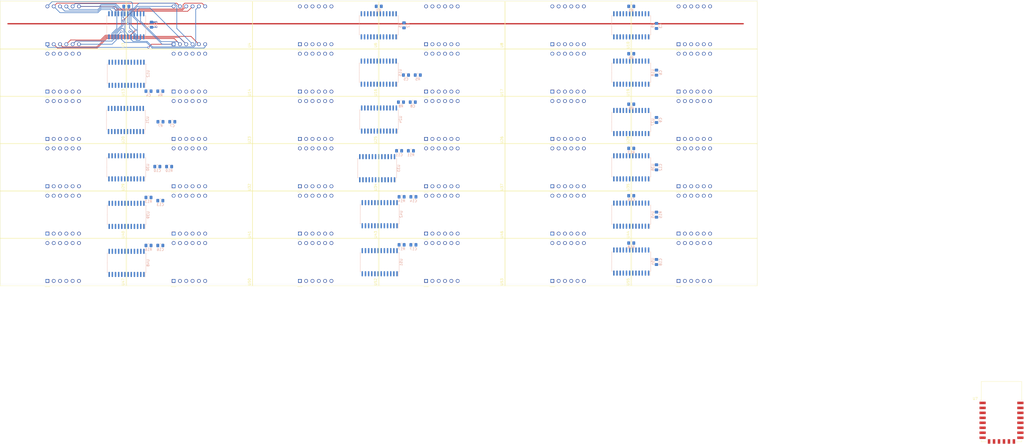
<source format=kicad_pcb>
(kicad_pcb (version 20171130) (host pcbnew "(5.1.5)-3")
  (layers (0 F.Cu signal) (31 B.Cu signal) (34 B.Paste user hide) (35 F.Paste user hide) (36 B.SilkS user hide) (37 F.SilkS user hide) (38 B.Mask user) (39 F.Mask user) (44 Edge.Cuts user))
  (net 0 "")
  (net 1 +5V)
  (net 2 GND)
  (net 3 "Net-(R1-Pad1)")
  (net 4 "Net-(R2-Pad1)")
  (net 5 "Net-(R3-Pad1)")
  (net 6 "Net-(R4-Pad1)")
  (net 7 "Net-(R5-Pad1)")
  (net 8 "Net-(R6-Pad1)")
  (net 9 "Net-(R7-Pad1)")
  (net 10 "Net-(R8-Pad1)")
  (net 11 "Net-(R9-Pad1)")
  (net 12 "Net-(R10-Pad1)")
  (net 13 "Net-(R11-Pad1)")
  (net 14 "Net-(R12-Pad1)")
  (net 15 "Net-(R13-Pad1)")
  (net 16 "Net-(R14-Pad1)")
  (net 17 "Net-(R15-Pad1)")
  (net 18 "Net-(R16-Pad1)")
  (net 19 "Net-(R17-Pad1)")
  (net 20 "Net-(R18-Pad1)")
  (net 21 /display0/D0)
  (net 22 /display0/A)
  (net 23 /display0/F)
  (net 24 /display0/D1)
  (net 25 /display0/D2)
  (net 26 /display0/B)
  (net 27 /display0/D3)
  (net 28 /display0/G)
  (net 29 /display0/C)
  (net 30 /display0/DP)
  (net 31 /display0/D)
  (net 32 /display0/E)
  (net 33 /display1/DIN)
  (net 34 /display0/CLK)
  (net 35 /display0/LOAD)
  (net 36 /display0/D5)
  (net 37 /display0/D7)
  (net 38 /display0/D6)
  (net 39 /display0/D4)
  (net 40 /display0/DIN)
  (net 41 /display1/E)
  (net 42 /display1/D)
  (net 43 /display1/DP)
  (net 44 /display1/C)
  (net 45 /display1/G)
  (net 46 /display1/D3)
  (net 47 /display1/B)
  (net 48 /display1/D2)
  (net 49 /display1/D1)
  (net 50 /display1/F)
  (net 51 /display1/A)
  (net 52 /display1/D0)
  (net 53 /display3/DIN)
  (net 54 /display1/CLK)
  (net 55 /display1/LOAD)
  (net 56 /display1/D5)
  (net 57 /display1/D7)
  (net 58 /display1/D6)
  (net 59 /display1/D4)
  (net 60 "Net-(U7-Pad1)")
  (net 61 "Net-(U7-Pad2)")
  (net 62 "Net-(U7-Pad3)")
  (net 63 "Net-(U7-Pad4)")
  (net 64 "Net-(U7-Pad5)")
  (net 65 "Net-(U7-Pad6)")
  (net 66 "Net-(U7-Pad7)")
  (net 67 +3V3)
  (net 68 "Net-(U7-Pad9)")
  (net 69 "Net-(U7-Pad10)")
  (net 70 "Net-(U7-Pad11)")
  (net 71 "Net-(U7-Pad12)")
  (net 72 "Net-(U7-Pad13)")
  (net 73 "Net-(U7-Pad14)")
  (net 74 "Net-(U7-Pad15)")
  (net 75 "Net-(U7-Pad16)")
  (net 76 "Net-(U7-Pad17)")
  (net 77 "Net-(U7-Pad18)")
  (net 78 "Net-(U7-Pad19)")
  (net 79 "Net-(U7-Pad20)")
  (net 80 "Net-(U7-Pad21)")
  (net 81 "Net-(U7-Pad22)")
  (net 82 /display3/E)
  (net 83 /display3/D)
  (net 84 /display3/DP)
  (net 85 /display3/C)
  (net 86 /display3/G)
  (net 87 /display3/D3)
  (net 88 /display3/B)
  (net 89 /display3/D2)
  (net 90 /display3/D1)
  (net 91 /display3/F)
  (net 92 /display3/A)
  (net 93 /display3/D0)
  (net 94 /display3/D4)
  (net 95 /display3/D6)
  (net 96 /display3/D7)
  (net 97 /display3/D5)
  (net 98 /display3/LOAD)
  (net 99 /display3/CLK)
  (net 100 /display4/DIN)
  (net 101 /display4/D0)
  (net 102 /display4/A)
  (net 103 /display4/F)
  (net 104 /display4/D1)
  (net 105 /display4/D2)
  (net 106 /display4/B)
  (net 107 /display4/D3)
  (net 108 /display4/G)
  (net 109 /display4/C)
  (net 110 /display4/DP)
  (net 111 /display4/D)
  (net 112 /display4/E)
  (net 113 /display4/D4)
  (net 114 /display4/D6)
  (net 115 /display4/D7)
  (net 116 /display4/D5)
  (net 117 /display4/LOAD)
  (net 118 /display4/CLK)
  (net 119 /display5/DIN)
  (net 120 /display5/D0)
  (net 121 /display5/A)
  (net 122 /display5/F)
  (net 123 /display5/D1)
  (net 124 /display5/D2)
  (net 125 /display5/B)
  (net 126 /display5/D3)
  (net 127 /display5/G)
  (net 128 /display5/C)
  (net 129 /display5/DP)
  (net 130 /display5/D)
  (net 131 /display5/E)
  (net 132 /display6/DIN)
  (net 133 /display5/CLK)
  (net 134 /display5/LOAD)
  (net 135 /display5/D5)
  (net 136 /display5/D7)
  (net 137 /display5/D6)
  (net 138 /display5/D4)
  (net 139 /display6/E)
  (net 140 /display6/D)
  (net 141 /display6/DP)
  (net 142 /display6/C)
  (net 143 /display6/G)
  (net 144 /display6/D3)
  (net 145 /display6/B)
  (net 146 /display6/D2)
  (net 147 /display6/D1)
  (net 148 /display6/F)
  (net 149 /display6/A)
  (net 150 /display6/D0)
  (net 151 /display6/D4)
  (net 152 /display6/D6)
  (net 153 /display6/D7)
  (net 154 /display6/D5)
  (net 155 /display6/LOAD)
  (net 156 /display6/CLK)
  (net 157 /display7/DIN)
  (net 158 /display7/E)
  (net 159 /display7/D)
  (net 160 /display7/DP)
  (net 161 /display7/C)
  (net 162 /display7/G)
  (net 163 /display7/D3)
  (net 164 /display7/B)
  (net 165 /display7/D2)
  (net 166 /display7/D1)
  (net 167 /display7/F)
  (net 168 /display7/A)
  (net 169 /display7/D0)
  (net 170 /display8/DIN)
  (net 171 /display7/CLK)
  (net 172 /display7/LOAD)
  (net 173 /display7/D5)
  (net 174 /display7/D7)
  (net 175 /display7/D6)
  (net 176 /display7/D4)
  (net 177 /display8/E)
  (net 178 /display8/D)
  (net 179 /display8/DP)
  (net 180 /display8/C)
  (net 181 /display8/G)
  (net 182 /display8/D3)
  (net 183 /display8/B)
  (net 184 /display8/D2)
  (net 185 /display8/D1)
  (net 186 /display8/F)
  (net 187 /display8/A)
  (net 188 /display8/D0)
  (net 189 /display8/D4)
  (net 190 /display8/D6)
  (net 191 /display8/D7)
  (net 192 /display8/D5)
  (net 193 /display8/LOAD)
  (net 194 /display8/CLK)
  (net 195 /display9/DIN)
  (net 196 /display9/D0)
  (net 197 /display9/A)
  (net 198 /display9/F)
  (net 199 /display9/D1)
  (net 200 /display9/D2)
  (net 201 /display9/B)
  (net 202 /display9/D3)
  (net 203 /display9/G)
  (net 204 /display9/C)
  (net 205 /display9/DP)
  (net 206 /display9/D)
  (net 207 /display9/E)
  (net 208 /display9/D4)
  (net 209 /display9/D6)
  (net 210 /display9/D7)
  (net 211 /display9/D5)
  (net 212 /display9/LOAD)
  (net 213 /display9/CLK)
  (net 214 /display10/DIN)
  (net 215 /display10/D0)
  (net 216 /display10/A)
  (net 217 /display10/F)
  (net 218 /display10/D1)
  (net 219 /display10/D2)
  (net 220 /display10/B)
  (net 221 /display10/D3)
  (net 222 /display10/G)
  (net 223 /display10/C)
  (net 224 /display10/DP)
  (net 225 /display10/D)
  (net 226 /display10/E)
  (net 227 /display11/DIN)
  (net 228 /display10/CLK)
  (net 229 /display10/LOAD)
  (net 230 /display10/D5)
  (net 231 /display10/D7)
  (net 232 /display10/D6)
  (net 233 /display10/D4)
  (net 234 /display11/E)
  (net 235 /display11/D)
  (net 236 /display11/DP)
  (net 237 /display11/C)
  (net 238 /display11/G)
  (net 239 /display11/D3)
  (net 240 /display11/B)
  (net 241 /display11/D2)
  (net 242 /display11/D1)
  (net 243 /display11/F)
  (net 244 /display11/A)
  (net 245 /display11/D0)
  (net 246 /display11/D4)
  (net 247 /display11/D6)
  (net 248 /display11/D7)
  (net 249 /display11/D5)
  (net 250 /display11/LOAD)
  (net 251 /display11/CLK)
  (net 252 /display12/DIN)
  (net 253 /display12/E)
  (net 254 /display12/D)
  (net 255 /display12/DP)
  (net 256 /display12/C)
  (net 257 /display12/G)
  (net 258 /display12/D3)
  (net 259 /display12/B)
  (net 260 /display12/D2)
  (net 261 /display12/D1)
  (net 262 /display12/F)
  (net 263 /display12/A)
  (net 264 /display12/D0)
  (net 265 /display13/DIN)
  (net 266 /display12/CLK)
  (net 267 /display12/LOAD)
  (net 268 /display12/D5)
  (net 269 /display12/D7)
  (net 270 /display12/D6)
  (net 271 /display12/D4)
  (net 272 /display13/E)
  (net 273 /display13/D)
  (net 274 /display13/DP)
  (net 275 /display13/C)
  (net 276 /display13/G)
  (net 277 /display13/D3)
  (net 278 /display13/B)
  (net 279 /display13/D2)
  (net 280 /display13/D1)
  (net 281 /display13/F)
  (net 282 /display13/A)
  (net 283 /display13/D0)
  (net 284 /display13/D4)
  (net 285 /display13/D6)
  (net 286 /display13/D7)
  (net 287 /display13/D5)
  (net 288 /display13/LOAD)
  (net 289 /display13/CLK)
  (net 290 /display14/DIN)
  (net 291 /display14/E)
  (net 292 /display14/D)
  (net 293 /display14/DP)
  (net 294 /display14/C)
  (net 295 /display14/G)
  (net 296 /display14/D3)
  (net 297 /display14/B)
  (net 298 /display14/D2)
  (net 299 /display14/D1)
  (net 300 /display14/F)
  (net 301 /display14/A)
  (net 302 /display14/D0)
  (net 303 /display15/DIN)
  (net 304 /display14/CLK)
  (net 305 /display14/LOAD)
  (net 306 /display14/D5)
  (net 307 /display14/D7)
  (net 308 /display14/D6)
  (net 309 /display14/D4)
  (net 310 /display15/D0)
  (net 311 /display15/A)
  (net 312 /display15/F)
  (net 313 /display15/D1)
  (net 314 /display15/D2)
  (net 315 /display15/B)
  (net 316 /display15/D3)
  (net 317 /display15/G)
  (net 318 /display15/C)
  (net 319 /display15/DP)
  (net 320 /display15/D)
  (net 321 /display15/E)
  (net 322 /display16/DIN)
  (net 323 /display15/CLK)
  (net 324 /display15/LOAD)
  (net 325 /display15/D5)
  (net 326 /display15/D7)
  (net 327 /display15/D6)
  (net 328 /display15/D4)
  (net 329 /display16/D0)
  (net 330 /display16/A)
  (net 331 /display16/F)
  (net 332 /display16/D1)
  (net 333 /display16/D2)
  (net 334 /display16/B)
  (net 335 /display16/D3)
  (net 336 /display16/G)
  (net 337 /display16/C)
  (net 338 /display16/DP)
  (net 339 /display16/D)
  (net 340 /display16/E)
  (net 341 /display17/DIN)
  (net 342 /display16/CLK)
  (net 343 /display16/LOAD)
  (net 344 /display16/D5)
  (net 345 /display16/D7)
  (net 346 /display16/D6)
  (net 347 /display16/D4)
  (net 348 /display17/E)
  (net 349 /display17/D)
  (net 350 /display17/DP)
  (net 351 /display17/C)
  (net 352 /display17/G)
  (net 353 /display17/D3)
  (net 354 /display17/B)
  (net 355 /display17/D2)
  (net 356 /display17/D1)
  (net 357 /display17/F)
  (net 358 /display17/A)
  (net 359 /display17/D0)
  (net 360 /display17/D4)
  (net 361 /display17/D6)
  (net 362 /display17/D7)
  (net 363 /display17/D5)
  (net 364 /display17/LOAD)
  (net 365 /display17/CLK)
  (net 366 /display18/DIN)
  (net 367 /display18/D0)
  (net 368 /display18/A)
  (net 369 /display18/F)
  (net 370 /display18/D1)
  (net 371 /display18/D2)
  (net 372 /display18/B)
  (net 373 /display18/D3)
  (net 374 /display18/G)
  (net 375 /display18/C)
  (net 376 /display18/DP)
  (net 377 /display18/D)
  (net 378 /display18/E)
  (net 379 /display18/D4)
  (net 380 /display18/D6)
  (net 381 /display18/D7)
  (net 382 /display18/D5)
  (net 383 /display18/LOAD)
  (net 384 /display18/CLK)
  (net 385 /display18/DOUT)
  (module Display_7Segment:CA56-12EWA (layer F.Cu) (at 34.29 -154.94 90)
    (fp_text reference U3 (at -0.4 -20.31 90) (layer F.SilkS))
    (fp_text value CC56-12EWA)
    (pad 1 thru_hole rect (at 0 0 90) (size 1.5 1.5) (drill 1) (layers *.Cu *.Mask) (net 32 /display0/E))
    (pad 2 thru_hole circle (at 0 2.54 90) (size 1.5 1.5) (drill 1) (layers *.Cu *.Mask) (net 31 /display0/D))
    (pad 3 thru_hole circle (at 0 5.08 90) (size 1.5 1.5) (drill 1) (layers *.Cu *.Mask) (net 30 /display0/DP))
    (pad 4 thru_hole circle (at 0 7.62 90) (size 1.5 1.5) (drill 1) (layers *.Cu *.Mask) (net 29 /display0/C))
    (pad 5 thru_hole circle (at 0 10.16 90) (size 1.5 1.5) (drill 1) (layers *.Cu *.Mask) (net 28 /display0/G))
    (pad 6 thru_hole circle (at 0 12.7 90) (size 1.5 1.5) (drill 1) (layers *.Cu *.Mask) (net 37 /display0/D7))
    (pad 7 thru_hole circle (at 15.24 12.7 90) (size 1.5 1.5) (drill 1) (layers *.Cu *.Mask) (net 26 /display0/B))
    (pad 8 thru_hole circle (at 15.24 10.16 90) (size 1.5 1.5) (drill 1) (layers *.Cu *.Mask) (net 38 /display0/D6))
    (pad 9 thru_hole circle (at 15.24 7.62 90) (size 1.5 1.5) (drill 1) (layers *.Cu *.Mask) (net 36 /display0/D5))
    (pad 10 thru_hole circle (at 15.24 5.08 90) (size 1.5 1.5) (drill 1) (layers *.Cu *.Mask) (net 23 /display0/F))
    (pad 11 thru_hole circle (at 15.24 2.54 90) (size 1.5 1.5) (drill 1) (layers *.Cu *.Mask) (net 22 /display0/A))
    (pad 12 thru_hole circle (at 15.24 0 90) (size 1.5 1.5) (drill 1) (layers *.Cu *.Mask) (net 39 /display0/D4))
  )
  (module Display_7Segment:CA56-12EWA (layer F.Cu) (at -16.51 -135.89 90)
    (fp_text reference U11 (at -0.4 -20.31 90) (layer F.SilkS))
    (fp_text value CC56-12EWA)
    (pad 12 thru_hole circle (at 15.24 0 90) (size 1.5 1.5) (drill 1) (layers *.Cu *.Mask) (net 101 /display4/D0))
    (pad 11 thru_hole circle (at 15.24 2.54 90) (size 1.5 1.5) (drill 1) (layers *.Cu *.Mask) (net 102 /display4/A))
    (pad 10 thru_hole circle (at 15.24 5.08 90) (size 1.5 1.5) (drill 1) (layers *.Cu *.Mask) (net 103 /display4/F))
    (pad 9 thru_hole circle (at 15.24 7.62 90) (size 1.5 1.5) (drill 1) (layers *.Cu *.Mask) (net 104 /display4/D1))
    (pad 8 thru_hole circle (at 15.24 10.16 90) (size 1.5 1.5) (drill 1) (layers *.Cu *.Mask) (net 105 /display4/D2))
    (pad 7 thru_hole circle (at 15.24 12.7 90) (size 1.5 1.5) (drill 1) (layers *.Cu *.Mask) (net 106 /display4/B))
    (pad 6 thru_hole circle (at 0 12.7 90) (size 1.5 1.5) (drill 1) (layers *.Cu *.Mask) (net 107 /display4/D3))
    (pad 5 thru_hole circle (at 0 10.16 90) (size 1.5 1.5) (drill 1) (layers *.Cu *.Mask) (net 108 /display4/G))
    (pad 4 thru_hole circle (at 0 7.62 90) (size 1.5 1.5) (drill 1) (layers *.Cu *.Mask) (net 109 /display4/C))
    (pad 3 thru_hole circle (at 0 5.08 90) (size 1.5 1.5) (drill 1) (layers *.Cu *.Mask) (net 110 /display4/DP))
    (pad 2 thru_hole circle (at 0 2.54 90) (size 1.5 1.5) (drill 1) (layers *.Cu *.Mask) (net 111 /display4/D))
    (pad 1 thru_hole rect (at 0 0 90) (size 1.5 1.5) (drill 1) (layers *.Cu *.Mask) (net 112 /display4/E))
  )
  (module Capacitor_SMD:C_0805_2012Metric_Pad1.15x1.40mm_HandSolder (layer B.Cu) (at 25.4 -162.805 90)
    (fp_text reference C1 (at 0 1.65 90) (layer B.SilkS) (effects (justify mirror)))
    (fp_text value 100nF)
    (pad 2 smd roundrect (at 1.025 0 90) (size 1.15 1.4) (layers B.Cu B.Paste B.Mask) (roundrect_rratio 0.217391) (net 1 +5V))
    (pad 1 smd roundrect (at -1.025 0 90) (size 1.15 1.4) (layers B.Cu B.Paste B.Mask) (roundrect_rratio 0.217391) (net 2 GND))
  )
  (module Capacitor_SMD:C_0805_2012Metric_Pad1.15x1.40mm_HandSolder (layer B.Cu) (at 127 -162.56 90)
    (fp_text reference C2 (at 0 1.65 90) (layer B.SilkS) (effects (justify mirror)))
    (fp_text value 100nF)
    (pad 1 smd roundrect (at -1.025 0 90) (size 1.15 1.4) (layers B.Cu B.Paste B.Mask) (roundrect_rratio 0.217391) (net 2 GND))
    (pad 2 smd roundrect (at 1.025 0 90) (size 1.15 1.4) (layers B.Cu B.Paste B.Mask) (roundrect_rratio 0.217391) (net 1 +5V))
  )
  (module Capacitor_SMD:C_0805_2012Metric_Pad1.15x1.40mm_HandSolder (layer B.Cu) (at 228.6 -162.315 90)
    (fp_text reference C3 (at 0 1.65 90) (layer B.SilkS) (effects (justify mirror)))
    (fp_text value 100nF)
    (pad 2 smd roundrect (at 1.025 0 90) (size 1.15 1.4) (layers B.Cu B.Paste B.Mask) (roundrect_rratio 0.217391) (net 1 +5V))
    (pad 1 smd roundrect (at -1.025 0 90) (size 1.15 1.4) (layers B.Cu B.Paste B.Mask) (roundrect_rratio 0.217391) (net 2 GND))
  )
  (module Capacitor_SMD:C_0805_2012Metric_Pad1.15x1.40mm_HandSolder (layer B.Cu) (at 24.175001 -136.055001)
    (fp_text reference C4 (at 0 1.65) (layer B.SilkS) (effects (justify mirror)))
    (fp_text value 100nF)
    (pad 2 smd roundrect (at 1.025 0) (size 1.15 1.4) (layers B.Cu B.Paste B.Mask) (roundrect_rratio 0.217391) (net 1 +5V))
    (pad 1 smd roundrect (at -1.025 0) (size 1.15 1.4) (layers B.Cu B.Paste B.Mask) (roundrect_rratio 0.217391) (net 2 GND))
  )
  (module Capacitor_SMD:C_0805_2012Metric_Pad1.15x1.40mm_HandSolder (layer B.Cu) (at 127.795001 -142.534999)
    (fp_text reference C5 (at 0 1.65) (layer B.SilkS) (effects (justify mirror)))
    (fp_text value 100nF)
    (pad 2 smd roundrect (at 1.025 0) (size 1.15 1.4) (layers B.Cu B.Paste B.Mask) (roundrect_rratio 0.217391) (net 1 +5V))
    (pad 1 smd roundrect (at -1.025 0) (size 1.15 1.4) (layers B.Cu B.Paste B.Mask) (roundrect_rratio 0.217391) (net 2 GND))
  )
  (module Capacitor_SMD:C_0805_2012Metric_Pad1.15x1.40mm_HandSolder (layer B.Cu) (at 228.6 -143.51 90)
    (fp_text reference C6 (at 0 1.65 90) (layer B.SilkS) (effects (justify mirror)))
    (fp_text value 100nF)
    (pad 1 smd roundrect (at -1.025 0 90) (size 1.15 1.4) (layers B.Cu B.Paste B.Mask) (roundrect_rratio 0.217391) (net 2 GND))
    (pad 2 smd roundrect (at 1.025 0 90) (size 1.15 1.4) (layers B.Cu B.Paste B.Mask) (roundrect_rratio 0.217391) (net 1 +5V))
  )
  (module Capacitor_SMD:C_0805_2012Metric_Pad1.15x1.40mm_HandSolder (layer B.Cu) (at 33.745001 -123.754999)
    (fp_text reference C7 (at 0 1.65) (layer B.SilkS) (effects (justify mirror)))
    (fp_text value 100nF)
    (pad 2 smd roundrect (at 1.025 0) (size 1.15 1.4) (layers B.Cu B.Paste B.Mask) (roundrect_rratio 0.217391) (net 1 +5V))
    (pad 1 smd roundrect (at -1.025 0) (size 1.15 1.4) (layers B.Cu B.Paste B.Mask) (roundrect_rratio 0.217391) (net 2 GND))
  )
  (module Capacitor_SMD:C_0805_2012Metric_Pad1.15x1.40mm_HandSolder (layer B.Cu) (at 130.525001 -131.644999)
    (fp_text reference C8 (at 0 1.65) (layer B.SilkS) (effects (justify mirror)))
    (fp_text value 100nF)
    (pad 1 smd roundrect (at -1.025 0) (size 1.15 1.4) (layers B.Cu B.Paste B.Mask) (roundrect_rratio 0.217391) (net 2 GND))
    (pad 2 smd roundrect (at 1.025 0) (size 1.15 1.4) (layers B.Cu B.Paste B.Mask) (roundrect_rratio 0.217391) (net 1 +5V))
  )
  (module Capacitor_SMD:C_0805_2012Metric_Pad1.15x1.40mm_HandSolder (layer B.Cu) (at 228.6 -124.46 90)
    (fp_text reference C9 (at 0 1.65 90) (layer B.SilkS) (effects (justify mirror)))
    (fp_text value 100nF)
    (pad 2 smd roundrect (at 1.025 0 90) (size 1.15 1.4) (layers B.Cu B.Paste B.Mask) (roundrect_rratio 0.217391) (net 1 +5V))
    (pad 1 smd roundrect (at -1.025 0 90) (size 1.15 1.4) (layers B.Cu B.Paste B.Mask) (roundrect_rratio 0.217391) (net 2 GND))
  )
  (module Capacitor_SMD:C_0805_2012Metric_Pad1.15x1.40mm_HandSolder (layer B.Cu) (at 27.725001 -105.704999)
    (fp_text reference C10 (at 0 1.65) (layer B.SilkS) (effects (justify mirror)))
    (fp_text value 100nF)
    (pad 1 smd roundrect (at -1.025 0) (size 1.15 1.4) (layers B.Cu B.Paste B.Mask) (roundrect_rratio 0.217391) (net 2 GND))
    (pad 2 smd roundrect (at 1.025 0) (size 1.15 1.4) (layers B.Cu B.Paste B.Mask) (roundrect_rratio 0.217391) (net 1 +5V))
  )
  (module Capacitor_SMD:C_0805_2012Metric_Pad1.15x1.40mm_HandSolder (layer B.Cu) (at 125.025001 -112.054999)
    (fp_text reference C11 (at 0 1.65) (layer B.SilkS) (effects (justify mirror)))
    (fp_text value 100nF)
    (pad 2 smd roundrect (at 1.025 0) (size 1.15 1.4) (layers B.Cu B.Paste B.Mask) (roundrect_rratio 0.217391) (net 1 +5V))
    (pad 1 smd roundrect (at -1.025 0) (size 1.15 1.4) (layers B.Cu B.Paste B.Mask) (roundrect_rratio 0.217391) (net 2 GND))
  )
  (module Capacitor_SMD:C_0805_2012Metric_Pad1.15x1.40mm_HandSolder (layer B.Cu) (at 228.6 -105.41 90)
    (fp_text reference C12 (at 0 1.65 90) (layer B.SilkS) (effects (justify mirror)))
    (fp_text value 100nF)
    (pad 1 smd roundrect (at -1.025 0 90) (size 1.15 1.4) (layers B.Cu B.Paste B.Mask) (roundrect_rratio 0.217391) (net 2 GND))
    (pad 2 smd roundrect (at 1.025 0 90) (size 1.15 1.4) (layers B.Cu B.Paste B.Mask) (roundrect_rratio 0.217391) (net 1 +5V))
  )
  (module Capacitor_SMD:C_0805_2012Metric_Pad1.15x1.40mm_HandSolder (layer B.Cu) (at 28.925001 -92.004999)
    (fp_text reference C13 (at 0 1.65) (layer B.SilkS) (effects (justify mirror)))
    (fp_text value 100nF)
    (pad 2 smd roundrect (at 1.025 0) (size 1.15 1.4) (layers B.Cu B.Paste B.Mask) (roundrect_rratio 0.217391) (net 1 +5V))
    (pad 1 smd roundrect (at -1.025 0) (size 1.15 1.4) (layers B.Cu B.Paste B.Mask) (roundrect_rratio 0.217391) (net 2 GND))
  )
  (module Capacitor_SMD:C_0805_2012Metric_Pad1.15x1.40mm_HandSolder (layer B.Cu) (at 130.785001 -93.544999)
    (fp_text reference C14 (at 0 1.65) (layer B.SilkS) (effects (justify mirror)))
    (fp_text value 100nF)
    (pad 1 smd roundrect (at -1.025 0) (size 1.15 1.4) (layers B.Cu B.Paste B.Mask) (roundrect_rratio 0.217391) (net 2 GND))
    (pad 2 smd roundrect (at 1.025 0) (size 1.15 1.4) (layers B.Cu B.Paste B.Mask) (roundrect_rratio 0.217391) (net 1 +5V))
  )
  (module Capacitor_SMD:C_0805_2012Metric_Pad1.15x1.40mm_HandSolder (layer B.Cu) (at 218.44 -93.98)
    (fp_text reference C15 (at 0 1.65) (layer B.SilkS) (effects (justify mirror)))
    (fp_text value 100nF)
    (pad 2 smd roundrect (at 1.025 0) (size 1.15 1.4) (layers B.Cu B.Paste B.Mask) (roundrect_rratio 0.217391) (net 1 +5V))
    (pad 1 smd roundrect (at -1.025 0) (size 1.15 1.4) (layers B.Cu B.Paste B.Mask) (roundrect_rratio 0.217391) (net 2 GND))
  )
  (module Capacitor_SMD:C_0805_2012Metric_Pad1.15x1.40mm_HandSolder (layer B.Cu) (at 28.925001 -73.954999)
    (fp_text reference C16 (at 0 1.65) (layer B.SilkS) (effects (justify mirror)))
    (fp_text value 100nF)
    (pad 2 smd roundrect (at 1.025 0) (size 1.15 1.4) (layers B.Cu B.Paste B.Mask) (roundrect_rratio 0.217391) (net 1 +5V))
    (pad 1 smd roundrect (at -1.025 0) (size 1.15 1.4) (layers B.Cu B.Paste B.Mask) (roundrect_rratio 0.217391) (net 2 GND))
  )
  (module Capacitor_SMD:C_0805_2012Metric_Pad1.15x1.40mm_HandSolder (layer B.Cu) (at 130.785001 -74.224999)
    (fp_text reference C17 (at 0 1.65) (layer B.SilkS) (effects (justify mirror)))
    (fp_text value 100nF)
    (pad 1 smd roundrect (at -1.025 0) (size 1.15 1.4) (layers B.Cu B.Paste B.Mask) (roundrect_rratio 0.217391) (net 2 GND))
    (pad 2 smd roundrect (at 1.025 0) (size 1.15 1.4) (layers B.Cu B.Paste B.Mask) (roundrect_rratio 0.217391) (net 1 +5V))
  )
  (module Capacitor_SMD:C_0805_2012Metric_Pad1.15x1.40mm_HandSolder (layer B.Cu) (at 228.6 -67.31 90)
    (fp_text reference C18 (at 0 1.65 90) (layer B.SilkS) (effects (justify mirror)))
    (fp_text value 100nF)
    (pad 1 smd roundrect (at -1.025 0 90) (size 1.15 1.4) (layers B.Cu B.Paste B.Mask) (roundrect_rratio 0.217391) (net 2 GND))
    (pad 2 smd roundrect (at 1.025 0 90) (size 1.15 1.4) (layers B.Cu B.Paste B.Mask) (roundrect_rratio 0.217391) (net 1 +5V))
  )
  (module Resistor_SMD:R_0805_2012Metric_Pad1.15x1.40mm_HandSolder (layer B.Cu) (at 15.24 -170.18)
    (fp_text reference R1 (at 0 1.65) (layer B.SilkS) (effects (justify mirror)))
    (fp_text value 12k)
    (pad 2 smd roundrect (at 1.025 0) (size 1.15 1.4) (layers B.Cu B.Paste B.Mask) (roundrect_rratio 0.217391) (net 1 +5V))
    (pad 1 smd roundrect (at -1.025 0) (size 1.15 1.4) (layers B.Cu B.Paste B.Mask) (roundrect_rratio 0.217391) (net 3 "Net-(R1-Pad1)"))
  )
  (module Resistor_SMD:R_0805_2012Metric_Pad1.15x1.40mm_HandSolder (layer B.Cu) (at 116.84 -170.18)
    (fp_text reference R2 (at 0 1.65) (layer B.SilkS) (effects (justify mirror)))
    (fp_text value 12k)
    (pad 2 smd roundrect (at 1.025 0) (size 1.15 1.4) (layers B.Cu B.Paste B.Mask) (roundrect_rratio 0.217391) (net 1 +5V))
    (pad 1 smd roundrect (at -1.025 0) (size 1.15 1.4) (layers B.Cu B.Paste B.Mask) (roundrect_rratio 0.217391) (net 4 "Net-(R2-Pad1)"))
  )
  (module Resistor_SMD:R_0805_2012Metric_Pad1.15x1.40mm_HandSolder (layer B.Cu) (at 218.44 -170.18)
    (fp_text reference R3 (at 0 1.65) (layer B.SilkS) (effects (justify mirror)))
    (fp_text value 12k)
    (pad 1 smd roundrect (at -1.025 0) (size 1.15 1.4) (layers B.Cu B.Paste B.Mask) (roundrect_rratio 0.217391) (net 5 "Net-(R3-Pad1)"))
    (pad 2 smd roundrect (at 1.025 0) (size 1.15 1.4) (layers B.Cu B.Paste B.Mask) (roundrect_rratio 0.217391) (net 1 +5V))
  )
  (module Resistor_SMD:R_0805_2012Metric_Pad1.15x1.40mm_HandSolder (layer B.Cu) (at 28.925001 -136.055001)
    (fp_text reference R4 (at 0 1.65) (layer B.SilkS) (effects (justify mirror)))
    (fp_text value 12k)
    (pad 1 smd roundrect (at -1.025 0) (size 1.15 1.4) (layers B.Cu B.Paste B.Mask) (roundrect_rratio 0.217391) (net 6 "Net-(R4-Pad1)"))
    (pad 2 smd roundrect (at 1.025 0) (size 1.15 1.4) (layers B.Cu B.Paste B.Mask) (roundrect_rratio 0.217391) (net 1 +5V))
  )
  (module Resistor_SMD:R_0805_2012Metric_Pad1.15x1.40mm_HandSolder (layer B.Cu) (at 132.545001 -142.534999)
    (fp_text reference R5 (at 0 1.65) (layer B.SilkS) (effects (justify mirror)))
    (fp_text value 12k)
    (pad 2 smd roundrect (at 1.025 0) (size 1.15 1.4) (layers B.Cu B.Paste B.Mask) (roundrect_rratio 0.217391) (net 1 +5V))
    (pad 1 smd roundrect (at -1.025 0) (size 1.15 1.4) (layers B.Cu B.Paste B.Mask) (roundrect_rratio 0.217391) (net 7 "Net-(R5-Pad1)"))
  )
  (module Resistor_SMD:R_0805_2012Metric_Pad1.15x1.40mm_HandSolder (layer B.Cu) (at 218.44 -151.13)
    (fp_text reference R6 (at 0 1.65) (layer B.SilkS) (effects (justify mirror)))
    (fp_text value 12k)
    (pad 2 smd roundrect (at 1.025 0) (size 1.15 1.4) (layers B.Cu B.Paste B.Mask) (roundrect_rratio 0.217391) (net 1 +5V))
    (pad 1 smd roundrect (at -1.025 0) (size 1.15 1.4) (layers B.Cu B.Paste B.Mask) (roundrect_rratio 0.217391) (net 8 "Net-(R6-Pad1)"))
  )
  (module Resistor_SMD:R_0805_2012Metric_Pad1.15x1.40mm_HandSolder (layer B.Cu) (at 28.995001 -123.754999)
    (fp_text reference R7 (at 0 1.65) (layer B.SilkS) (effects (justify mirror)))
    (fp_text value 12k)
    (pad 1 smd roundrect (at -1.025 0) (size 1.15 1.4) (layers B.Cu B.Paste B.Mask) (roundrect_rratio 0.217391) (net 9 "Net-(R7-Pad1)"))
    (pad 2 smd roundrect (at 1.025 0) (size 1.15 1.4) (layers B.Cu B.Paste B.Mask) (roundrect_rratio 0.217391) (net 1 +5V))
  )
  (module Resistor_SMD:R_0805_2012Metric_Pad1.15x1.40mm_HandSolder (layer B.Cu) (at 125.775001 -131.644999)
    (fp_text reference R8 (at 0 1.65) (layer B.SilkS) (effects (justify mirror)))
    (fp_text value 12k)
    (pad 2 smd roundrect (at 1.025 0) (size 1.15 1.4) (layers B.Cu B.Paste B.Mask) (roundrect_rratio 0.217391) (net 1 +5V))
    (pad 1 smd roundrect (at -1.025 0) (size 1.15 1.4) (layers B.Cu B.Paste B.Mask) (roundrect_rratio 0.217391) (net 10 "Net-(R8-Pad1)"))
  )
  (module Resistor_SMD:R_0805_2012Metric_Pad1.15x1.40mm_HandSolder (layer B.Cu) (at 218.44 -130.81)
    (fp_text reference R9 (at 0 1.65) (layer B.SilkS) (effects (justify mirror)))
    (fp_text value 12k)
    (pad 1 smd roundrect (at -1.025 0) (size 1.15 1.4) (layers B.Cu B.Paste B.Mask) (roundrect_rratio 0.217391) (net 11 "Net-(R9-Pad1)"))
    (pad 2 smd roundrect (at 1.025 0) (size 1.15 1.4) (layers B.Cu B.Paste B.Mask) (roundrect_rratio 0.217391) (net 1 +5V))
  )
  (module Resistor_SMD:R_0805_2012Metric_Pad1.15x1.40mm_HandSolder (layer B.Cu) (at 32.475001 -105.704999)
    (fp_text reference R10 (at 0 1.65) (layer B.SilkS) (effects (justify mirror)))
    (fp_text value 12k)
    (pad 2 smd roundrect (at 1.025 0) (size 1.15 1.4) (layers B.Cu B.Paste B.Mask) (roundrect_rratio 0.217391) (net 1 +5V))
    (pad 1 smd roundrect (at -1.025 0) (size 1.15 1.4) (layers B.Cu B.Paste B.Mask) (roundrect_rratio 0.217391) (net 12 "Net-(R10-Pad1)"))
  )
  (module Resistor_SMD:R_0805_2012Metric_Pad1.15x1.40mm_HandSolder (layer B.Cu) (at 129.775001 -112.054999)
    (fp_text reference R11 (at 0 1.65) (layer B.SilkS) (effects (justify mirror)))
    (fp_text value 12k)
    (pad 2 smd roundrect (at 1.025 0) (size 1.15 1.4) (layers B.Cu B.Paste B.Mask) (roundrect_rratio 0.217391) (net 1 +5V))
    (pad 1 smd roundrect (at -1.025 0) (size 1.15 1.4) (layers B.Cu B.Paste B.Mask) (roundrect_rratio 0.217391) (net 13 "Net-(R11-Pad1)"))
  )
  (module Resistor_SMD:R_0805_2012Metric_Pad1.15x1.40mm_HandSolder (layer B.Cu) (at 218.44 -113.03)
    (fp_text reference R12 (at 0 1.65) (layer B.SilkS) (effects (justify mirror)))
    (fp_text value 12k)
    (pad 2 smd roundrect (at 1.025 0) (size 1.15 1.4) (layers B.Cu B.Paste B.Mask) (roundrect_rratio 0.217391) (net 1 +5V))
    (pad 1 smd roundrect (at -1.025 0) (size 1.15 1.4) (layers B.Cu B.Paste B.Mask) (roundrect_rratio 0.217391) (net 14 "Net-(R12-Pad1)"))
  )
  (module Resistor_SMD:R_0805_2012Metric_Pad1.15x1.40mm_HandSolder (layer B.Cu) (at 24.175001 -93.274999)
    (fp_text reference R13 (at 0 1.65) (layer B.SilkS) (effects (justify mirror)))
    (fp_text value 12k)
    (pad 1 smd roundrect (at -1.025 0) (size 1.15 1.4) (layers B.Cu B.Paste B.Mask) (roundrect_rratio 0.217391) (net 15 "Net-(R13-Pad1)"))
    (pad 2 smd roundrect (at 1.025 0) (size 1.15 1.4) (layers B.Cu B.Paste B.Mask) (roundrect_rratio 0.217391) (net 1 +5V))
  )
  (module Resistor_SMD:R_0805_2012Metric_Pad1.15x1.40mm_HandSolder (layer B.Cu) (at 126.035001 -93.544999)
    (fp_text reference R14 (at 0 1.65) (layer B.SilkS) (effects (justify mirror)))
    (fp_text value 12k)
    (pad 1 smd roundrect (at -1.025 0) (size 1.15 1.4) (layers B.Cu B.Paste B.Mask) (roundrect_rratio 0.217391) (net 16 "Net-(R14-Pad1)"))
    (pad 2 smd roundrect (at 1.025 0) (size 1.15 1.4) (layers B.Cu B.Paste B.Mask) (roundrect_rratio 0.217391) (net 1 +5V))
  )
  (module Resistor_SMD:R_0805_2012Metric_Pad1.15x1.40mm_HandSolder (layer B.Cu) (at 228.6 -86.36 90)
    (fp_text reference R15 (at 0 1.65 90) (layer B.SilkS) (effects (justify mirror)))
    (fp_text value 12k)
    (pad 1 smd roundrect (at -1.025 0 90) (size 1.15 1.4) (layers B.Cu B.Paste B.Mask) (roundrect_rratio 0.217391) (net 17 "Net-(R15-Pad1)"))
    (pad 2 smd roundrect (at 1.025 0 90) (size 1.15 1.4) (layers B.Cu B.Paste B.Mask) (roundrect_rratio 0.217391) (net 1 +5V))
  )
  (module Resistor_SMD:R_0805_2012Metric_Pad1.15x1.40mm_HandSolder (layer B.Cu) (at 24.175001 -73.954999)
    (fp_text reference R16 (at 0 1.65) (layer B.SilkS) (effects (justify mirror)))
    (fp_text value 12k)
    (pad 1 smd roundrect (at -1.025 0) (size 1.15 1.4) (layers B.Cu B.Paste B.Mask) (roundrect_rratio 0.217391) (net 18 "Net-(R16-Pad1)"))
    (pad 2 smd roundrect (at 1.025 0) (size 1.15 1.4) (layers B.Cu B.Paste B.Mask) (roundrect_rratio 0.217391) (net 1 +5V))
  )
  (module Resistor_SMD:R_0805_2012Metric_Pad1.15x1.40mm_HandSolder (layer B.Cu) (at 126.035001 -74.224999)
    (fp_text reference R17 (at 0 1.65) (layer B.SilkS) (effects (justify mirror)))
    (fp_text value 12k)
    (pad 1 smd roundrect (at -1.025 0) (size 1.15 1.4) (layers B.Cu B.Paste B.Mask) (roundrect_rratio 0.217391) (net 19 "Net-(R17-Pad1)"))
    (pad 2 smd roundrect (at 1.025 0) (size 1.15 1.4) (layers B.Cu B.Paste B.Mask) (roundrect_rratio 0.217391) (net 1 +5V))
  )
  (module Resistor_SMD:R_0805_2012Metric_Pad1.15x1.40mm_HandSolder (layer B.Cu) (at 218.44 -74.93)
    (fp_text reference R18 (at 0 1.65) (layer B.SilkS) (effects (justify mirror)))
    (fp_text value 12k)
    (pad 1 smd roundrect (at -1.025 0) (size 1.15 1.4) (layers B.Cu B.Paste B.Mask) (roundrect_rratio 0.217391) (net 20 "Net-(R18-Pad1)"))
    (pad 2 smd roundrect (at 1.025 0) (size 1.15 1.4) (layers B.Cu B.Paste B.Mask) (roundrect_rratio 0.217391) (net 1 +5V))
  )
  (module Display_7Segment:CA56-12EWA (layer F.Cu) (at -16.51 -154.94 90)
    (fp_text reference U1 (at -0.4 -20.31 90) (layer F.SilkS))
    (fp_text value CC56-12EWA)
    (pad 12 thru_hole circle (at 15.24 0 90) (size 1.5 1.5) (drill 1) (layers *.Cu *.Mask) (net 21 /display0/D0))
    (pad 11 thru_hole circle (at 15.24 2.54 90) (size 1.5 1.5) (drill 1) (layers *.Cu *.Mask) (net 22 /display0/A))
    (pad 10 thru_hole circle (at 15.24 5.08 90) (size 1.5 1.5) (drill 1) (layers *.Cu *.Mask) (net 23 /display0/F))
    (pad 9 thru_hole circle (at 15.24 7.62 90) (size 1.5 1.5) (drill 1) (layers *.Cu *.Mask) (net 24 /display0/D1))
    (pad 8 thru_hole circle (at 15.24 10.16 90) (size 1.5 1.5) (drill 1) (layers *.Cu *.Mask) (net 25 /display0/D2))
    (pad 7 thru_hole circle (at 15.24 12.7 90) (size 1.5 1.5) (drill 1) (layers *.Cu *.Mask) (net 26 /display0/B))
    (pad 6 thru_hole circle (at 0 12.7 90) (size 1.5 1.5) (drill 1) (layers *.Cu *.Mask) (net 27 /display0/D3))
    (pad 5 thru_hole circle (at 0 10.16 90) (size 1.5 1.5) (drill 1) (layers *.Cu *.Mask) (net 28 /display0/G))
    (pad 4 thru_hole circle (at 0 7.62 90) (size 1.5 1.5) (drill 1) (layers *.Cu *.Mask) (net 29 /display0/C))
    (pad 3 thru_hole circle (at 0 5.08 90) (size 1.5 1.5) (drill 1) (layers *.Cu *.Mask) (net 30 /display0/DP))
    (pad 2 thru_hole circle (at 0 2.54 90) (size 1.5 1.5) (drill 1) (layers *.Cu *.Mask) (net 31 /display0/D))
    (pad 1 thru_hole rect (at 0 0 90) (size 1.5 1.5) (drill 1) (layers *.Cu *.Mask) (net 32 /display0/E))
  )
  (module Package_SO:SOIC-24W_7.5x15.4mm_P1.27mm (layer B.Cu) (at 15.24 -162.56 90)
    (fp_text reference U2 (at 0 8.65 90) (layer B.SilkS) (effects (justify mirror)))
    (fp_text value MAX7219)
    (pad 24 smd roundrect (at 4.65 6.985 90) (size 2.05 0.6) (layers B.Cu B.Paste B.Mask) (net 33 /display1/DIN))
    (pad 23 smd roundrect (at 4.65 5.715 90) (size 2.05 0.6) (layers B.Cu B.Paste B.Mask) (net 31 /display0/D))
    (pad 22 smd roundrect (at 4.65 4.445 90) (size 2.05 0.6) (layers B.Cu B.Paste B.Mask) (net 30 /display0/DP))
    (pad 21 smd roundrect (at 4.65 3.175 90) (size 2.05 0.6) (layers B.Cu B.Paste B.Mask) (net 32 /display0/E))
    (pad 20 smd roundrect (at 4.65 1.905 90) (size 2.05 0.6) (layers B.Cu B.Paste B.Mask) (net 29 /display0/C))
    (pad 19 smd roundrect (at 4.65 0.635 90) (size 2.05 0.6) (layers B.Cu B.Paste B.Mask) (net 1 +5V))
    (pad 18 smd roundrect (at 4.65 -0.635 90) (size 2.05 0.6) (layers B.Cu B.Paste B.Mask) (net 3 "Net-(R1-Pad1)"))
    (pad 17 smd roundrect (at 4.65 -1.905 90) (size 2.05 0.6) (layers B.Cu B.Paste B.Mask) (net 28 /display0/G))
    (pad 16 smd roundrect (at 4.65 -3.175 90) (size 2.05 0.6) (layers B.Cu B.Paste B.Mask) (net 26 /display0/B))
    (pad 15 smd roundrect (at 4.65 -4.445 90) (size 2.05 0.6) (layers B.Cu B.Paste B.Mask) (net 23 /display0/F))
    (pad 14 smd roundrect (at 4.65 -5.715 90) (size 2.05 0.6) (layers B.Cu B.Paste B.Mask) (net 22 /display0/A))
    (pad 13 smd roundrect (at 4.65 -6.985 90) (size 2.05 0.6) (layers B.Cu B.Paste B.Mask) (net 34 /display0/CLK))
    (pad 12 smd roundrect (at -4.65 -6.985 90) (size 2.05 0.6) (layers B.Cu B.Paste B.Mask) (net 35 /display0/LOAD))
    (pad 11 smd roundrect (at -4.65 -5.715 90) (size 2.05 0.6) (layers B.Cu B.Paste B.Mask) (net 24 /display0/D1))
    (pad 10 smd roundrect (at -4.65 -4.445 90) (size 2.05 0.6) (layers B.Cu B.Paste B.Mask) (net 36 /display0/D5))
    (pad 9 smd roundrect (at -4.65 -3.175 90) (size 2.05 0.6) (layers B.Cu B.Paste B.Mask) (net 2 GND))
    (pad 8 smd roundrect (at -4.65 -1.905 90) (size 2.05 0.6) (layers B.Cu B.Paste B.Mask) (net 37 /display0/D7))
    (pad 7 smd roundrect (at -4.65 -0.635 90) (size 2.05 0.6) (layers B.Cu B.Paste B.Mask) (net 27 /display0/D3))
    (pad 6 smd roundrect (at -4.65 0.635 90) (size 2.05 0.6) (layers B.Cu B.Paste B.Mask) (net 25 /display0/D2))
    (pad 5 smd roundrect (at -4.65 1.905 90) (size 2.05 0.6) (layers B.Cu B.Paste B.Mask) (net 38 /display0/D6))
    (pad 4 smd roundrect (at -4.65 3.175 90) (size 2.05 0.6) (layers B.Cu B.Paste B.Mask) (net 2 GND))
    (pad 3 smd roundrect (at -4.65 4.445 90) (size 2.05 0.6) (layers B.Cu B.Paste B.Mask) (net 39 /display0/D4))
    (pad 2 smd roundrect (at -4.65 5.715 90) (size 2.05 0.6) (layers B.Cu B.Paste B.Mask) (net 21 /display0/D0))
    (pad 1 smd roundrect (at -4.65 6.985 90) (size 2.05 0.6) (layers B.Cu B.Paste B.Mask) (net 40 /display0/DIN))
  )
  (module Display_7Segment:CA56-12EWA (layer F.Cu) (at 85.09 -154.94 90)
    (fp_text reference U4 (at -0.4 -20.31 90) (layer F.SilkS))
    (fp_text value CC56-12EWA)
    (pad 1 thru_hole rect (at 0 0 90) (size 1.5 1.5) (drill 1) (layers *.Cu *.Mask) (net 41 /display1/E))
    (pad 2 thru_hole circle (at 0 2.54 90) (size 1.5 1.5) (drill 1) (layers *.Cu *.Mask) (net 42 /display1/D))
    (pad 3 thru_hole circle (at 0 5.08 90) (size 1.5 1.5) (drill 1) (layers *.Cu *.Mask) (net 43 /display1/DP))
    (pad 4 thru_hole circle (at 0 7.62 90) (size 1.5 1.5) (drill 1) (layers *.Cu *.Mask) (net 44 /display1/C))
    (pad 5 thru_hole circle (at 0 10.16 90) (size 1.5 1.5) (drill 1) (layers *.Cu *.Mask) (net 45 /display1/G))
    (pad 6 thru_hole circle (at 0 12.7 90) (size 1.5 1.5) (drill 1) (layers *.Cu *.Mask) (net 46 /display1/D3))
    (pad 7 thru_hole circle (at 15.24 12.7 90) (size 1.5 1.5) (drill 1) (layers *.Cu *.Mask) (net 47 /display1/B))
    (pad 8 thru_hole circle (at 15.24 10.16 90) (size 1.5 1.5) (drill 1) (layers *.Cu *.Mask) (net 48 /display1/D2))
    (pad 9 thru_hole circle (at 15.24 7.62 90) (size 1.5 1.5) (drill 1) (layers *.Cu *.Mask) (net 49 /display1/D1))
    (pad 10 thru_hole circle (at 15.24 5.08 90) (size 1.5 1.5) (drill 1) (layers *.Cu *.Mask) (net 50 /display1/F))
    (pad 11 thru_hole circle (at 15.24 2.54 90) (size 1.5 1.5) (drill 1) (layers *.Cu *.Mask) (net 51 /display1/A))
    (pad 12 thru_hole circle (at 15.24 0 90) (size 1.5 1.5) (drill 1) (layers *.Cu *.Mask) (net 52 /display1/D0))
  )
  (module Package_SO:SOIC-24W_7.5x15.4mm_P1.27mm (layer B.Cu) (at 116.84 -162.56 90)
    (fp_text reference U5 (at 0 8.65 90) (layer B.SilkS) (effects (justify mirror)))
    (fp_text value MAX7219)
    (pad 24 smd roundrect (at 4.65 6.985 90) (size 2.05 0.6) (layers B.Cu B.Paste B.Mask) (net 53 /display3/DIN))
    (pad 23 smd roundrect (at 4.65 5.715 90) (size 2.05 0.6) (layers B.Cu B.Paste B.Mask) (net 42 /display1/D))
    (pad 22 smd roundrect (at 4.65 4.445 90) (size 2.05 0.6) (layers B.Cu B.Paste B.Mask) (net 43 /display1/DP))
    (pad 21 smd roundrect (at 4.65 3.175 90) (size 2.05 0.6) (layers B.Cu B.Paste B.Mask) (net 41 /display1/E))
    (pad 20 smd roundrect (at 4.65 1.905 90) (size 2.05 0.6) (layers B.Cu B.Paste B.Mask) (net 44 /display1/C))
    (pad 19 smd roundrect (at 4.65 0.635 90) (size 2.05 0.6) (layers B.Cu B.Paste B.Mask) (net 1 +5V))
    (pad 18 smd roundrect (at 4.65 -0.635 90) (size 2.05 0.6) (layers B.Cu B.Paste B.Mask) (net 4 "Net-(R2-Pad1)"))
    (pad 17 smd roundrect (at 4.65 -1.905 90) (size 2.05 0.6) (layers B.Cu B.Paste B.Mask) (net 45 /display1/G))
    (pad 16 smd roundrect (at 4.65 -3.175 90) (size 2.05 0.6) (layers B.Cu B.Paste B.Mask) (net 47 /display1/B))
    (pad 15 smd roundrect (at 4.65 -4.445 90) (size 2.05 0.6) (layers B.Cu B.Paste B.Mask) (net 50 /display1/F))
    (pad 14 smd roundrect (at 4.65 -5.715 90) (size 2.05 0.6) (layers B.Cu B.Paste B.Mask) (net 51 /display1/A))
    (pad 13 smd roundrect (at 4.65 -6.985 90) (size 2.05 0.6) (layers B.Cu B.Paste B.Mask) (net 54 /display1/CLK))
    (pad 12 smd roundrect (at -4.65 -6.985 90) (size 2.05 0.6) (layers B.Cu B.Paste B.Mask) (net 55 /display1/LOAD))
    (pad 11 smd roundrect (at -4.65 -5.715 90) (size 2.05 0.6) (layers B.Cu B.Paste B.Mask) (net 49 /display1/D1))
    (pad 10 smd roundrect (at -4.65 -4.445 90) (size 2.05 0.6) (layers B.Cu B.Paste B.Mask) (net 56 /display1/D5))
    (pad 9 smd roundrect (at -4.65 -3.175 90) (size 2.05 0.6) (layers B.Cu B.Paste B.Mask) (net 2 GND))
    (pad 8 smd roundrect (at -4.65 -1.905 90) (size 2.05 0.6) (layers B.Cu B.Paste B.Mask) (net 57 /display1/D7))
    (pad 7 smd roundrect (at -4.65 -0.635 90) (size 2.05 0.6) (layers B.Cu B.Paste B.Mask) (net 46 /display1/D3))
    (pad 6 smd roundrect (at -4.65 0.635 90) (size 2.05 0.6) (layers B.Cu B.Paste B.Mask) (net 48 /display1/D2))
    (pad 5 smd roundrect (at -4.65 1.905 90) (size 2.05 0.6) (layers B.Cu B.Paste B.Mask) (net 58 /display1/D6))
    (pad 4 smd roundrect (at -4.65 3.175 90) (size 2.05 0.6) (layers B.Cu B.Paste B.Mask) (net 2 GND))
    (pad 3 smd roundrect (at -4.65 4.445 90) (size 2.05 0.6) (layers B.Cu B.Paste B.Mask) (net 59 /display1/D4))
    (pad 2 smd roundrect (at -4.65 5.715 90) (size 2.05 0.6) (layers B.Cu B.Paste B.Mask) (net 52 /display1/D0))
    (pad 1 smd roundrect (at -4.65 6.985 90) (size 2.05 0.6) (layers B.Cu B.Paste B.Mask) (net 33 /display1/DIN))
  )
  (module Display_7Segment:CA56-12EWA (layer F.Cu) (at 135.89 -154.94 90)
    (fp_text reference U6 (at -0.4 -20.31 90) (layer F.SilkS))
    (fp_text value CC56-12EWA)
    (pad 12 thru_hole circle (at 15.24 0 90) (size 1.5 1.5) (drill 1) (layers *.Cu *.Mask) (net 59 /display1/D4))
    (pad 11 thru_hole circle (at 15.24 2.54 90) (size 1.5 1.5) (drill 1) (layers *.Cu *.Mask) (net 51 /display1/A))
    (pad 10 thru_hole circle (at 15.24 5.08 90) (size 1.5 1.5) (drill 1) (layers *.Cu *.Mask) (net 50 /display1/F))
    (pad 9 thru_hole circle (at 15.24 7.62 90) (size 1.5 1.5) (drill 1) (layers *.Cu *.Mask) (net 56 /display1/D5))
    (pad 8 thru_hole circle (at 15.24 10.16 90) (size 1.5 1.5) (drill 1) (layers *.Cu *.Mask) (net 58 /display1/D6))
    (pad 7 thru_hole circle (at 15.24 12.7 90) (size 1.5 1.5) (drill 1) (layers *.Cu *.Mask) (net 47 /display1/B))
    (pad 6 thru_hole circle (at 0 12.7 90) (size 1.5 1.5) (drill 1) (layers *.Cu *.Mask) (net 57 /display1/D7))
    (pad 5 thru_hole circle (at 0 10.16 90) (size 1.5 1.5) (drill 1) (layers *.Cu *.Mask) (net 45 /display1/G))
    (pad 4 thru_hole circle (at 0 7.62 90) (size 1.5 1.5) (drill 1) (layers *.Cu *.Mask) (net 44 /display1/C))
    (pad 3 thru_hole circle (at 0 5.08 90) (size 1.5 1.5) (drill 1) (layers *.Cu *.Mask) (net 43 /display1/DP))
    (pad 2 thru_hole circle (at 0 2.54 90) (size 1.5 1.5) (drill 1) (layers *.Cu *.Mask) (net 42 /display1/D))
    (pad 1 thru_hole rect (at 0 0 90) (size 1.5 1.5) (drill 1) (layers *.Cu *.Mask) (net 41 /display1/E))
  )
  (module RF_Module:ESP-12E (layer F.Cu) (at 367.445001 -7.094999)
    (fp_text reference U7 (at -10.56 -5.26) (layer F.SilkS))
    (fp_text value ESP-12F)
    (pad 1 smd rect (at -7.6 -3.5) (size 2.5 1) (layers F.Cu F.Paste F.Mask) (net 60 "Net-(U7-Pad1)"))
    (pad 2 smd rect (at -7.6 -1.5) (size 2.5 1) (layers F.Cu F.Paste F.Mask) (net 61 "Net-(U7-Pad2)"))
    (pad 3 smd rect (at -7.6 0.5) (size 2.5 1) (layers F.Cu F.Paste F.Mask) (net 62 "Net-(U7-Pad3)"))
    (pad 4 smd rect (at -7.6 2.5) (size 2.5 1) (layers F.Cu F.Paste F.Mask) (net 63 "Net-(U7-Pad4)"))
    (pad 5 smd rect (at -7.6 4.5) (size 2.5 1) (layers F.Cu F.Paste F.Mask) (net 64 "Net-(U7-Pad5)"))
    (pad 6 smd rect (at -7.6 6.5) (size 2.5 1) (layers F.Cu F.Paste F.Mask) (net 65 "Net-(U7-Pad6)"))
    (pad 7 smd rect (at -7.6 8.5) (size 2.5 1) (layers F.Cu F.Paste F.Mask) (net 66 "Net-(U7-Pad7)"))
    (pad 8 smd rect (at -7.6 10.5) (size 2.5 1) (layers F.Cu F.Paste F.Mask) (net 67 +3V3))
    (pad 9 smd rect (at -5 12) (size 1 1.8) (layers F.Cu F.Paste F.Mask) (net 68 "Net-(U7-Pad9)"))
    (pad 10 smd rect (at -3 12) (size 1 1.8) (layers F.Cu F.Paste F.Mask) (net 69 "Net-(U7-Pad10)"))
    (pad 11 smd rect (at -1 12) (size 1 1.8) (layers F.Cu F.Paste F.Mask) (net 70 "Net-(U7-Pad11)"))
    (pad 12 smd rect (at 1 12) (size 1 1.8) (layers F.Cu F.Paste F.Mask) (net 71 "Net-(U7-Pad12)"))
    (pad 13 smd rect (at 3 12) (size 1 1.8) (layers F.Cu F.Paste F.Mask) (net 72 "Net-(U7-Pad13)"))
    (pad 14 smd rect (at 5 12) (size 1 1.8) (layers F.Cu F.Paste F.Mask) (net 73 "Net-(U7-Pad14)"))
    (pad 15 smd rect (at 7.6 10.5) (size 2.5 1) (layers F.Cu F.Paste F.Mask) (net 74 "Net-(U7-Pad15)"))
    (pad 16 smd rect (at 7.6 8.5) (size 2.5 1) (layers F.Cu F.Paste F.Mask) (net 75 "Net-(U7-Pad16)"))
    (pad 17 smd rect (at 7.6 6.5) (size 2.5 1) (layers F.Cu F.Paste F.Mask) (net 76 "Net-(U7-Pad17)"))
    (pad 18 smd rect (at 7.6 4.5) (size 2.5 1) (layers F.Cu F.Paste F.Mask) (net 77 "Net-(U7-Pad18)"))
    (pad 19 smd rect (at 7.6 2.5) (size 2.5 1) (layers F.Cu F.Paste F.Mask) (net 78 "Net-(U7-Pad19)"))
    (pad 20 smd rect (at 7.6 0.5) (size 2.5 1) (layers F.Cu F.Paste F.Mask) (net 79 "Net-(U7-Pad20)"))
    (pad 21 smd rect (at 7.6 -1.5) (size 2.5 1) (layers F.Cu F.Paste F.Mask) (net 80 "Net-(U7-Pad21)"))
    (pad 22 smd rect (at 7.6 -3.5) (size 2.5 1) (layers F.Cu F.Paste F.Mask) (net 81 "Net-(U7-Pad22)"))
  )
  (module Display_7Segment:CA56-12EWA (layer F.Cu) (at 186.69 -154.94 90)
    (fp_text reference U8 (at -0.4 -20.31 90) (layer F.SilkS))
    (fp_text value CC56-12EWA)
    (pad 1 thru_hole rect (at 0 0 90) (size 1.5 1.5) (drill 1) (layers *.Cu *.Mask) (net 82 /display3/E))
    (pad 2 thru_hole circle (at 0 2.54 90) (size 1.5 1.5) (drill 1) (layers *.Cu *.Mask) (net 83 /display3/D))
    (pad 3 thru_hole circle (at 0 5.08 90) (size 1.5 1.5) (drill 1) (layers *.Cu *.Mask) (net 84 /display3/DP))
    (pad 4 thru_hole circle (at 0 7.62 90) (size 1.5 1.5) (drill 1) (layers *.Cu *.Mask) (net 85 /display3/C))
    (pad 5 thru_hole circle (at 0 10.16 90) (size 1.5 1.5) (drill 1) (layers *.Cu *.Mask) (net 86 /display3/G))
    (pad 6 thru_hole circle (at 0 12.7 90) (size 1.5 1.5) (drill 1) (layers *.Cu *.Mask) (net 87 /display3/D3))
    (pad 7 thru_hole circle (at 15.24 12.7 90) (size 1.5 1.5) (drill 1) (layers *.Cu *.Mask) (net 88 /display3/B))
    (pad 8 thru_hole circle (at 15.24 10.16 90) (size 1.5 1.5) (drill 1) (layers *.Cu *.Mask) (net 89 /display3/D2))
    (pad 9 thru_hole circle (at 15.24 7.62 90) (size 1.5 1.5) (drill 1) (layers *.Cu *.Mask) (net 90 /display3/D1))
    (pad 10 thru_hole circle (at 15.24 5.08 90) (size 1.5 1.5) (drill 1) (layers *.Cu *.Mask) (net 91 /display3/F))
    (pad 11 thru_hole circle (at 15.24 2.54 90) (size 1.5 1.5) (drill 1) (layers *.Cu *.Mask) (net 92 /display3/A))
    (pad 12 thru_hole circle (at 15.24 0 90) (size 1.5 1.5) (drill 1) (layers *.Cu *.Mask) (net 93 /display3/D0))
  )
  (module Package_SO:SOIC-24W_7.5x15.4mm_P1.27mm (layer B.Cu) (at 218.44 -162.56 90)
    (fp_text reference U9 (at 0 8.65 90) (layer B.SilkS) (effects (justify mirror)))
    (fp_text value MAX7219)
    (pad 1 smd roundrect (at -4.65 6.985 90) (size 2.05 0.6) (layers B.Cu B.Paste B.Mask) (net 53 /display3/DIN))
    (pad 2 smd roundrect (at -4.65 5.715 90) (size 2.05 0.6) (layers B.Cu B.Paste B.Mask) (net 93 /display3/D0))
    (pad 3 smd roundrect (at -4.65 4.445 90) (size 2.05 0.6) (layers B.Cu B.Paste B.Mask) (net 94 /display3/D4))
    (pad 4 smd roundrect (at -4.65 3.175 90) (size 2.05 0.6) (layers B.Cu B.Paste B.Mask) (net 2 GND))
    (pad 5 smd roundrect (at -4.65 1.905 90) (size 2.05 0.6) (layers B.Cu B.Paste B.Mask) (net 95 /display3/D6))
    (pad 6 smd roundrect (at -4.65 0.635 90) (size 2.05 0.6) (layers B.Cu B.Paste B.Mask) (net 89 /display3/D2))
    (pad 7 smd roundrect (at -4.65 -0.635 90) (size 2.05 0.6) (layers B.Cu B.Paste B.Mask) (net 87 /display3/D3))
    (pad 8 smd roundrect (at -4.65 -1.905 90) (size 2.05 0.6) (layers B.Cu B.Paste B.Mask) (net 96 /display3/D7))
    (pad 9 smd roundrect (at -4.65 -3.175 90) (size 2.05 0.6) (layers B.Cu B.Paste B.Mask) (net 2 GND))
    (pad 10 smd roundrect (at -4.65 -4.445 90) (size 2.05 0.6) (layers B.Cu B.Paste B.Mask) (net 97 /display3/D5))
    (pad 11 smd roundrect (at -4.65 -5.715 90) (size 2.05 0.6) (layers B.Cu B.Paste B.Mask) (net 90 /display3/D1))
    (pad 12 smd roundrect (at -4.65 -6.985 90) (size 2.05 0.6) (layers B.Cu B.Paste B.Mask) (net 98 /display3/LOAD))
    (pad 13 smd roundrect (at 4.65 -6.985 90) (size 2.05 0.6) (layers B.Cu B.Paste B.Mask) (net 99 /display3/CLK))
    (pad 14 smd roundrect (at 4.65 -5.715 90) (size 2.05 0.6) (layers B.Cu B.Paste B.Mask) (net 92 /display3/A))
    (pad 15 smd roundrect (at 4.65 -4.445 90) (size 2.05 0.6) (layers B.Cu B.Paste B.Mask) (net 91 /display3/F))
    (pad 16 smd roundrect (at 4.65 -3.175 90) (size 2.05 0.6) (layers B.Cu B.Paste B.Mask) (net 88 /display3/B))
    (pad 17 smd roundrect (at 4.65 -1.905 90) (size 2.05 0.6) (layers B.Cu B.Paste B.Mask) (net 86 /display3/G))
    (pad 18 smd roundrect (at 4.65 -0.635 90) (size 2.05 0.6) (layers B.Cu B.Paste B.Mask) (net 5 "Net-(R3-Pad1)"))
    (pad 19 smd roundrect (at 4.65 0.635 90) (size 2.05 0.6) (layers B.Cu B.Paste B.Mask) (net 1 +5V))
    (pad 20 smd roundrect (at 4.65 1.905 90) (size 2.05 0.6) (layers B.Cu B.Paste B.Mask) (net 85 /display3/C))
    (pad 21 smd roundrect (at 4.65 3.175 90) (size 2.05 0.6) (layers B.Cu B.Paste B.Mask) (net 82 /display3/E))
    (pad 22 smd roundrect (at 4.65 4.445 90) (size 2.05 0.6) (layers B.Cu B.Paste B.Mask) (net 84 /display3/DP))
    (pad 23 smd roundrect (at 4.65 5.715 90) (size 2.05 0.6) (layers B.Cu B.Paste B.Mask) (net 83 /display3/D))
    (pad 24 smd roundrect (at 4.65 6.985 90) (size 2.05 0.6) (layers B.Cu B.Paste B.Mask) (net 100 /display4/DIN))
  )
  (module Display_7Segment:CA56-12EWA (layer F.Cu) (at 237.49 -154.94 90)
    (fp_text reference U10 (at -0.4 -20.31 90) (layer F.SilkS))
    (fp_text value CC56-12EWA)
    (pad 12 thru_hole circle (at 15.24 0 90) (size 1.5 1.5) (drill 1) (layers *.Cu *.Mask) (net 94 /display3/D4))
    (pad 11 thru_hole circle (at 15.24 2.54 90) (size 1.5 1.5) (drill 1) (layers *.Cu *.Mask) (net 92 /display3/A))
    (pad 10 thru_hole circle (at 15.24 5.08 90) (size 1.5 1.5) (drill 1) (layers *.Cu *.Mask) (net 91 /display3/F))
    (pad 9 thru_hole circle (at 15.24 7.62 90) (size 1.5 1.5) (drill 1) (layers *.Cu *.Mask) (net 97 /display3/D5))
    (pad 8 thru_hole circle (at 15.24 10.16 90) (size 1.5 1.5) (drill 1) (layers *.Cu *.Mask) (net 95 /display3/D6))
    (pad 7 thru_hole circle (at 15.24 12.7 90) (size 1.5 1.5) (drill 1) (layers *.Cu *.Mask) (net 88 /display3/B))
    (pad 6 thru_hole circle (at 0 12.7 90) (size 1.5 1.5) (drill 1) (layers *.Cu *.Mask) (net 96 /display3/D7))
    (pad 5 thru_hole circle (at 0 10.16 90) (size 1.5 1.5) (drill 1) (layers *.Cu *.Mask) (net 86 /display3/G))
    (pad 4 thru_hole circle (at 0 7.62 90) (size 1.5 1.5) (drill 1) (layers *.Cu *.Mask) (net 85 /display3/C))
    (pad 3 thru_hole circle (at 0 5.08 90) (size 1.5 1.5) (drill 1) (layers *.Cu *.Mask) (net 84 /display3/DP))
    (pad 2 thru_hole circle (at 0 2.54 90) (size 1.5 1.5) (drill 1) (layers *.Cu *.Mask) (net 83 /display3/D))
    (pad 1 thru_hole rect (at 0 0 90) (size 1.5 1.5) (drill 1) (layers *.Cu *.Mask) (net 82 /display3/E))
  )
  (module Package_SO:SOIC-24W_7.5x15.4mm_P1.27mm (layer B.Cu) (at 15.345001 -143.055001 90)
    (fp_text reference U12 (at 0 8.65 90) (layer B.SilkS) (effects (justify mirror)))
    (fp_text value MAX7219)
    (pad 24 smd roundrect (at 4.65 6.985 90) (size 2.05 0.6) (layers B.Cu B.Paste B.Mask) (net 119 /display5/DIN))
    (pad 23 smd roundrect (at 4.65 5.715 90) (size 2.05 0.6) (layers B.Cu B.Paste B.Mask) (net 111 /display4/D))
    (pad 22 smd roundrect (at 4.65 4.445 90) (size 2.05 0.6) (layers B.Cu B.Paste B.Mask) (net 110 /display4/DP))
    (pad 21 smd roundrect (at 4.65 3.175 90) (size 2.05 0.6) (layers B.Cu B.Paste B.Mask) (net 112 /display4/E))
    (pad 20 smd roundrect (at 4.65 1.905 90) (size 2.05 0.6) (layers B.Cu B.Paste B.Mask) (net 109 /display4/C))
    (pad 19 smd roundrect (at 4.65 0.635 90) (size 2.05 0.6) (layers B.Cu B.Paste B.Mask) (net 1 +5V))
    (pad 18 smd roundrect (at 4.65 -0.635 90) (size 2.05 0.6) (layers B.Cu B.Paste B.Mask) (net 6 "Net-(R4-Pad1)"))
    (pad 17 smd roundrect (at 4.65 -1.905 90) (size 2.05 0.6) (layers B.Cu B.Paste B.Mask) (net 108 /display4/G))
    (pad 16 smd roundrect (at 4.65 -3.175 90) (size 2.05 0.6) (layers B.Cu B.Paste B.Mask) (net 106 /display4/B))
    (pad 15 smd roundrect (at 4.65 -4.445 90) (size 2.05 0.6) (layers B.Cu B.Paste B.Mask) (net 103 /display4/F))
    (pad 14 smd roundrect (at 4.65 -5.715 90) (size 2.05 0.6) (layers B.Cu B.Paste B.Mask) (net 102 /display4/A))
    (pad 13 smd roundrect (at 4.65 -6.985 90) (size 2.05 0.6) (layers B.Cu B.Paste B.Mask) (net 118 /display4/CLK))
    (pad 12 smd roundrect (at -4.65 -6.985 90) (size 2.05 0.6) (layers B.Cu B.Paste B.Mask) (net 117 /display4/LOAD))
    (pad 11 smd roundrect (at -4.65 -5.715 90) (size 2.05 0.6) (layers B.Cu B.Paste B.Mask) (net 104 /display4/D1))
    (pad 10 smd roundrect (at -4.65 -4.445 90) (size 2.05 0.6) (layers B.Cu B.Paste B.Mask) (net 116 /display4/D5))
    (pad 9 smd roundrect (at -4.65 -3.175 90) (size 2.05 0.6) (layers B.Cu B.Paste B.Mask) (net 2 GND))
    (pad 8 smd roundrect (at -4.65 -1.905 90) (size 2.05 0.6) (layers B.Cu B.Paste B.Mask) (net 115 /display4/D7))
    (pad 7 smd roundrect (at -4.65 -0.635 90) (size 2.05 0.6) (layers B.Cu B.Paste B.Mask) (net 107 /display4/D3))
    (pad 6 smd roundrect (at -4.65 0.635 90) (size 2.05 0.6) (layers B.Cu B.Paste B.Mask) (net 105 /display4/D2))
    (pad 5 smd roundrect (at -4.65 1.905 90) (size 2.05 0.6) (layers B.Cu B.Paste B.Mask) (net 114 /display4/D6))
    (pad 4 smd roundrect (at -4.65 3.175 90) (size 2.05 0.6) (layers B.Cu B.Paste B.Mask) (net 2 GND))
    (pad 3 smd roundrect (at -4.65 4.445 90) (size 2.05 0.6) (layers B.Cu B.Paste B.Mask) (net 113 /display4/D4))
    (pad 2 smd roundrect (at -4.65 5.715 90) (size 2.05 0.6) (layers B.Cu B.Paste B.Mask) (net 101 /display4/D0))
    (pad 1 smd roundrect (at -4.65 6.985 90) (size 2.05 0.6) (layers B.Cu B.Paste B.Mask) (net 100 /display4/DIN))
  )
  (module Display_7Segment:CA56-12EWA (layer F.Cu) (at 34.29 -135.89 90)
    (fp_text reference U13 (at -0.4 -20.31 90) (layer F.SilkS))
    (fp_text value CC56-12EWA)
    (pad 1 thru_hole rect (at 0 0 90) (size 1.5 1.5) (drill 1) (layers *.Cu *.Mask) (net 112 /display4/E))
    (pad 2 thru_hole circle (at 0 2.54 90) (size 1.5 1.5) (drill 1) (layers *.Cu *.Mask) (net 111 /display4/D))
    (pad 3 thru_hole circle (at 0 5.08 90) (size 1.5 1.5) (drill 1) (layers *.Cu *.Mask) (net 110 /display4/DP))
    (pad 4 thru_hole circle (at 0 7.62 90) (size 1.5 1.5) (drill 1) (layers *.Cu *.Mask) (net 109 /display4/C))
    (pad 5 thru_hole circle (at 0 10.16 90) (size 1.5 1.5) (drill 1) (layers *.Cu *.Mask) (net 108 /display4/G))
    (pad 6 thru_hole circle (at 0 12.7 90) (size 1.5 1.5) (drill 1) (layers *.Cu *.Mask) (net 115 /display4/D7))
    (pad 7 thru_hole circle (at 15.24 12.7 90) (size 1.5 1.5) (drill 1) (layers *.Cu *.Mask) (net 106 /display4/B))
    (pad 8 thru_hole circle (at 15.24 10.16 90) (size 1.5 1.5) (drill 1) (layers *.Cu *.Mask) (net 114 /display4/D6))
    (pad 9 thru_hole circle (at 15.24 7.62 90) (size 1.5 1.5) (drill 1) (layers *.Cu *.Mask) (net 116 /display4/D5))
    (pad 10 thru_hole circle (at 15.24 5.08 90) (size 1.5 1.5) (drill 1) (layers *.Cu *.Mask) (net 103 /display4/F))
    (pad 11 thru_hole circle (at 15.24 2.54 90) (size 1.5 1.5) (drill 1) (layers *.Cu *.Mask) (net 102 /display4/A))
    (pad 12 thru_hole circle (at 15.24 0 90) (size 1.5 1.5) (drill 1) (layers *.Cu *.Mask) (net 113 /display4/D4))
  )
  (module Display_7Segment:CA56-12EWA (layer F.Cu) (at 85.09 -135.89 90)
    (fp_text reference U14 (at -0.4 -20.31 90) (layer F.SilkS))
    (fp_text value CC56-12EWA)
    (pad 12 thru_hole circle (at 15.24 0 90) (size 1.5 1.5) (drill 1) (layers *.Cu *.Mask) (net 120 /display5/D0))
    (pad 11 thru_hole circle (at 15.24 2.54 90) (size 1.5 1.5) (drill 1) (layers *.Cu *.Mask) (net 121 /display5/A))
    (pad 10 thru_hole circle (at 15.24 5.08 90) (size 1.5 1.5) (drill 1) (layers *.Cu *.Mask) (net 122 /display5/F))
    (pad 9 thru_hole circle (at 15.24 7.62 90) (size 1.5 1.5) (drill 1) (layers *.Cu *.Mask) (net 123 /display5/D1))
    (pad 8 thru_hole circle (at 15.24 10.16 90) (size 1.5 1.5) (drill 1) (layers *.Cu *.Mask) (net 124 /display5/D2))
    (pad 7 thru_hole circle (at 15.24 12.7 90) (size 1.5 1.5) (drill 1) (layers *.Cu *.Mask) (net 125 /display5/B))
    (pad 6 thru_hole circle (at 0 12.7 90) (size 1.5 1.5) (drill 1) (layers *.Cu *.Mask) (net 126 /display5/D3))
    (pad 5 thru_hole circle (at 0 10.16 90) (size 1.5 1.5) (drill 1) (layers *.Cu *.Mask) (net 127 /display5/G))
    (pad 4 thru_hole circle (at 0 7.62 90) (size 1.5 1.5) (drill 1) (layers *.Cu *.Mask) (net 128 /display5/C))
    (pad 3 thru_hole circle (at 0 5.08 90) (size 1.5 1.5) (drill 1) (layers *.Cu *.Mask) (net 129 /display5/DP))
    (pad 2 thru_hole circle (at 0 2.54 90) (size 1.5 1.5) (drill 1) (layers *.Cu *.Mask) (net 130 /display5/D))
    (pad 1 thru_hole rect (at 0 0 90) (size 1.5 1.5) (drill 1) (layers *.Cu *.Mask) (net 131 /display5/E))
  )
  (module Package_SO:SOIC-24W_7.5x15.4mm_P1.27mm (layer B.Cu) (at 116.84 -143.51 90)
    (fp_text reference U15 (at 0 8.65 270) (layer B.SilkS) (effects (justify mirror)))
    (fp_text value MAX7219)
    (pad 24 smd roundrect (at 4.65 6.985 90) (size 2.05 0.6) (layers B.Cu B.Paste B.Mask) (net 132 /display6/DIN))
    (pad 23 smd roundrect (at 4.65 5.715 90) (size 2.05 0.6) (layers B.Cu B.Paste B.Mask) (net 130 /display5/D))
    (pad 22 smd roundrect (at 4.65 4.445 90) (size 2.05 0.6) (layers B.Cu B.Paste B.Mask) (net 129 /display5/DP))
    (pad 21 smd roundrect (at 4.65 3.175 90) (size 2.05 0.6) (layers B.Cu B.Paste B.Mask) (net 131 /display5/E))
    (pad 20 smd roundrect (at 4.65 1.905 90) (size 2.05 0.6) (layers B.Cu B.Paste B.Mask) (net 128 /display5/C))
    (pad 19 smd roundrect (at 4.65 0.635 90) (size 2.05 0.6) (layers B.Cu B.Paste B.Mask) (net 1 +5V))
    (pad 18 smd roundrect (at 4.65 -0.635 90) (size 2.05 0.6) (layers B.Cu B.Paste B.Mask) (net 7 "Net-(R5-Pad1)"))
    (pad 17 smd roundrect (at 4.65 -1.905 90) (size 2.05 0.6) (layers B.Cu B.Paste B.Mask) (net 127 /display5/G))
    (pad 16 smd roundrect (at 4.65 -3.175 90) (size 2.05 0.6) (layers B.Cu B.Paste B.Mask) (net 125 /display5/B))
    (pad 15 smd roundrect (at 4.65 -4.445 90) (size 2.05 0.6) (layers B.Cu B.Paste B.Mask) (net 122 /display5/F))
    (pad 14 smd roundrect (at 4.65 -5.715 90) (size 2.05 0.6) (layers B.Cu B.Paste B.Mask) (net 121 /display5/A))
    (pad 13 smd roundrect (at 4.65 -6.985 90) (size 2.05 0.6) (layers B.Cu B.Paste B.Mask) (net 133 /display5/CLK))
    (pad 12 smd roundrect (at -4.65 -6.985 90) (size 2.05 0.6) (layers B.Cu B.Paste B.Mask) (net 134 /display5/LOAD))
    (pad 11 smd roundrect (at -4.65 -5.715 90) (size 2.05 0.6) (layers B.Cu B.Paste B.Mask) (net 123 /display5/D1))
    (pad 10 smd roundrect (at -4.65 -4.445 90) (size 2.05 0.6) (layers B.Cu B.Paste B.Mask) (net 135 /display5/D5))
    (pad 9 smd roundrect (at -4.65 -3.175 90) (size 2.05 0.6) (layers B.Cu B.Paste B.Mask) (net 2 GND))
    (pad 8 smd roundrect (at -4.65 -1.905 90) (size 2.05 0.6) (layers B.Cu B.Paste B.Mask) (net 136 /display5/D7))
    (pad 7 smd roundrect (at -4.65 -0.635 90) (size 2.05 0.6) (layers B.Cu B.Paste B.Mask) (net 126 /display5/D3))
    (pad 6 smd roundrect (at -4.65 0.635 90) (size 2.05 0.6) (layers B.Cu B.Paste B.Mask) (net 124 /display5/D2))
    (pad 5 smd roundrect (at -4.65 1.905 90) (size 2.05 0.6) (layers B.Cu B.Paste B.Mask) (net 137 /display5/D6))
    (pad 4 smd roundrect (at -4.65 3.175 90) (size 2.05 0.6) (layers B.Cu B.Paste B.Mask) (net 2 GND))
    (pad 3 smd roundrect (at -4.65 4.445 90) (size 2.05 0.6) (layers B.Cu B.Paste B.Mask) (net 138 /display5/D4))
    (pad 2 smd roundrect (at -4.65 5.715 90) (size 2.05 0.6) (layers B.Cu B.Paste B.Mask) (net 120 /display5/D0))
    (pad 1 smd roundrect (at -4.65 6.985 90) (size 2.05 0.6) (layers B.Cu B.Paste B.Mask) (net 119 /display5/DIN))
  )
  (module Display_7Segment:CA56-12EWA (layer F.Cu) (at 135.89 -135.89 90)
    (fp_text reference U16 (at -0.4 -20.31 90) (layer F.SilkS))
    (fp_text value CC56-12EWA)
    (pad 1 thru_hole rect (at 0 0 90) (size 1.5 1.5) (drill 1) (layers *.Cu *.Mask) (net 131 /display5/E))
    (pad 2 thru_hole circle (at 0 2.54 90) (size 1.5 1.5) (drill 1) (layers *.Cu *.Mask) (net 130 /display5/D))
    (pad 3 thru_hole circle (at 0 5.08 90) (size 1.5 1.5) (drill 1) (layers *.Cu *.Mask) (net 129 /display5/DP))
    (pad 4 thru_hole circle (at 0 7.62 90) (size 1.5 1.5) (drill 1) (layers *.Cu *.Mask) (net 128 /display5/C))
    (pad 5 thru_hole circle (at 0 10.16 90) (size 1.5 1.5) (drill 1) (layers *.Cu *.Mask) (net 127 /display5/G))
    (pad 6 thru_hole circle (at 0 12.7 90) (size 1.5 1.5) (drill 1) (layers *.Cu *.Mask) (net 136 /display5/D7))
    (pad 7 thru_hole circle (at 15.24 12.7 90) (size 1.5 1.5) (drill 1) (layers *.Cu *.Mask) (net 125 /display5/B))
    (pad 8 thru_hole circle (at 15.24 10.16 90) (size 1.5 1.5) (drill 1) (layers *.Cu *.Mask) (net 137 /display5/D6))
    (pad 9 thru_hole circle (at 15.24 7.62 90) (size 1.5 1.5) (drill 1) (layers *.Cu *.Mask) (net 135 /display5/D5))
    (pad 10 thru_hole circle (at 15.24 5.08 90) (size 1.5 1.5) (drill 1) (layers *.Cu *.Mask) (net 122 /display5/F))
    (pad 11 thru_hole circle (at 15.24 2.54 90) (size 1.5 1.5) (drill 1) (layers *.Cu *.Mask) (net 121 /display5/A))
    (pad 12 thru_hole circle (at 15.24 0 90) (size 1.5 1.5) (drill 1) (layers *.Cu *.Mask) (net 138 /display5/D4))
  )
  (module Display_7Segment:CA56-12EWA (layer F.Cu) (at 186.69 -135.89 90)
    (fp_text reference U17 (at -0.4 -20.31 90) (layer F.SilkS))
    (fp_text value CC56-12EWA)
    (pad 1 thru_hole rect (at 0 0 90) (size 1.5 1.5) (drill 1) (layers *.Cu *.Mask) (net 139 /display6/E))
    (pad 2 thru_hole circle (at 0 2.54 90) (size 1.5 1.5) (drill 1) (layers *.Cu *.Mask) (net 140 /display6/D))
    (pad 3 thru_hole circle (at 0 5.08 90) (size 1.5 1.5) (drill 1) (layers *.Cu *.Mask) (net 141 /display6/DP))
    (pad 4 thru_hole circle (at 0 7.62 90) (size 1.5 1.5) (drill 1) (layers *.Cu *.Mask) (net 142 /display6/C))
    (pad 5 thru_hole circle (at 0 10.16 90) (size 1.5 1.5) (drill 1) (layers *.Cu *.Mask) (net 143 /display6/G))
    (pad 6 thru_hole circle (at 0 12.7 90) (size 1.5 1.5) (drill 1) (layers *.Cu *.Mask) (net 144 /display6/D3))
    (pad 7 thru_hole circle (at 15.24 12.7 90) (size 1.5 1.5) (drill 1) (layers *.Cu *.Mask) (net 145 /display6/B))
    (pad 8 thru_hole circle (at 15.24 10.16 90) (size 1.5 1.5) (drill 1) (layers *.Cu *.Mask) (net 146 /display6/D2))
    (pad 9 thru_hole circle (at 15.24 7.62 90) (size 1.5 1.5) (drill 1) (layers *.Cu *.Mask) (net 147 /display6/D1))
    (pad 10 thru_hole circle (at 15.24 5.08 90) (size 1.5 1.5) (drill 1) (layers *.Cu *.Mask) (net 148 /display6/F))
    (pad 11 thru_hole circle (at 15.24 2.54 90) (size 1.5 1.5) (drill 1) (layers *.Cu *.Mask) (net 149 /display6/A))
    (pad 12 thru_hole circle (at 15.24 0 90) (size 1.5 1.5) (drill 1) (layers *.Cu *.Mask) (net 150 /display6/D0))
  )
  (module Package_SO:SOIC-24W_7.5x15.4mm_P1.27mm (layer B.Cu) (at 218.44 -143.51 90)
    (fp_text reference U18 (at 0 8.65 270) (layer B.SilkS) (effects (justify mirror)))
    (fp_text value MAX7219)
    (pad 1 smd roundrect (at -4.65 6.985 90) (size 2.05 0.6) (layers B.Cu B.Paste B.Mask) (net 132 /display6/DIN))
    (pad 2 smd roundrect (at -4.65 5.715 90) (size 2.05 0.6) (layers B.Cu B.Paste B.Mask) (net 150 /display6/D0))
    (pad 3 smd roundrect (at -4.65 4.445 90) (size 2.05 0.6) (layers B.Cu B.Paste B.Mask) (net 151 /display6/D4))
    (pad 4 smd roundrect (at -4.65 3.175 90) (size 2.05 0.6) (layers B.Cu B.Paste B.Mask) (net 2 GND))
    (pad 5 smd roundrect (at -4.65 1.905 90) (size 2.05 0.6) (layers B.Cu B.Paste B.Mask) (net 152 /display6/D6))
    (pad 6 smd roundrect (at -4.65 0.635 90) (size 2.05 0.6) (layers B.Cu B.Paste B.Mask) (net 146 /display6/D2))
    (pad 7 smd roundrect (at -4.65 -0.635 90) (size 2.05 0.6) (layers B.Cu B.Paste B.Mask) (net 144 /display6/D3))
    (pad 8 smd roundrect (at -4.65 -1.905 90) (size 2.05 0.6) (layers B.Cu B.Paste B.Mask) (net 153 /display6/D7))
    (pad 9 smd roundrect (at -4.65 -3.175 90) (size 2.05 0.6) (layers B.Cu B.Paste B.Mask) (net 2 GND))
    (pad 10 smd roundrect (at -4.65 -4.445 90) (size 2.05 0.6) (layers B.Cu B.Paste B.Mask) (net 154 /display6/D5))
    (pad 11 smd roundrect (at -4.65 -5.715 90) (size 2.05 0.6) (layers B.Cu B.Paste B.Mask) (net 147 /display6/D1))
    (pad 12 smd roundrect (at -4.65 -6.985 90) (size 2.05 0.6) (layers B.Cu B.Paste B.Mask) (net 155 /display6/LOAD))
    (pad 13 smd roundrect (at 4.65 -6.985 90) (size 2.05 0.6) (layers B.Cu B.Paste B.Mask) (net 156 /display6/CLK))
    (pad 14 smd roundrect (at 4.65 -5.715 90) (size 2.05 0.6) (layers B.Cu B.Paste B.Mask) (net 149 /display6/A))
    (pad 15 smd roundrect (at 4.65 -4.445 90) (size 2.05 0.6) (layers B.Cu B.Paste B.Mask) (net 148 /display6/F))
    (pad 16 smd roundrect (at 4.65 -3.175 90) (size 2.05 0.6) (layers B.Cu B.Paste B.Mask) (net 145 /display6/B))
    (pad 17 smd roundrect (at 4.65 -1.905 90) (size 2.05 0.6) (layers B.Cu B.Paste B.Mask) (net 143 /display6/G))
    (pad 18 smd roundrect (at 4.65 -0.635 90) (size 2.05 0.6) (layers B.Cu B.Paste B.Mask) (net 8 "Net-(R6-Pad1)"))
    (pad 19 smd roundrect (at 4.65 0.635 90) (size 2.05 0.6) (layers B.Cu B.Paste B.Mask) (net 1 +5V))
    (pad 20 smd roundrect (at 4.65 1.905 90) (size 2.05 0.6) (layers B.Cu B.Paste B.Mask) (net 142 /display6/C))
    (pad 21 smd roundrect (at 4.65 3.175 90) (size 2.05 0.6) (layers B.Cu B.Paste B.Mask) (net 139 /display6/E))
    (pad 22 smd roundrect (at 4.65 4.445 90) (size 2.05 0.6) (layers B.Cu B.Paste B.Mask) (net 141 /display6/DP))
    (pad 23 smd roundrect (at 4.65 5.715 90) (size 2.05 0.6) (layers B.Cu B.Paste B.Mask) (net 140 /display6/D))
    (pad 24 smd roundrect (at 4.65 6.985 90) (size 2.05 0.6) (layers B.Cu B.Paste B.Mask) (net 157 /display7/DIN))
  )
  (module Display_7Segment:CA56-12EWA (layer F.Cu) (at 237.49 -135.89 90)
    (fp_text reference U19 (at -0.4 -20.31 90) (layer F.SilkS))
    (fp_text value CC56-12EWA)
    (pad 12 thru_hole circle (at 15.24 0 90) (size 1.5 1.5) (drill 1) (layers *.Cu *.Mask) (net 151 /display6/D4))
    (pad 11 thru_hole circle (at 15.24 2.54 90) (size 1.5 1.5) (drill 1) (layers *.Cu *.Mask) (net 149 /display6/A))
    (pad 10 thru_hole circle (at 15.24 5.08 90) (size 1.5 1.5) (drill 1) (layers *.Cu *.Mask) (net 148 /display6/F))
    (pad 9 thru_hole circle (at 15.24 7.62 90) (size 1.5 1.5) (drill 1) (layers *.Cu *.Mask) (net 154 /display6/D5))
    (pad 8 thru_hole circle (at 15.24 10.16 90) (size 1.5 1.5) (drill 1) (layers *.Cu *.Mask) (net 152 /display6/D6))
    (pad 7 thru_hole circle (at 15.24 12.7 90) (size 1.5 1.5) (drill 1) (layers *.Cu *.Mask) (net 145 /display6/B))
    (pad 6 thru_hole circle (at 0 12.7 90) (size 1.5 1.5) (drill 1) (layers *.Cu *.Mask) (net 153 /display6/D7))
    (pad 5 thru_hole circle (at 0 10.16 90) (size 1.5 1.5) (drill 1) (layers *.Cu *.Mask) (net 143 /display6/G))
    (pad 4 thru_hole circle (at 0 7.62 90) (size 1.5 1.5) (drill 1) (layers *.Cu *.Mask) (net 142 /display6/C))
    (pad 3 thru_hole circle (at 0 5.08 90) (size 1.5 1.5) (drill 1) (layers *.Cu *.Mask) (net 141 /display6/DP))
    (pad 2 thru_hole circle (at 0 2.54 90) (size 1.5 1.5) (drill 1) (layers *.Cu *.Mask) (net 140 /display6/D))
    (pad 1 thru_hole rect (at 0 0 90) (size 1.5 1.5) (drill 1) (layers *.Cu *.Mask) (net 139 /display6/E))
  )
  (module Display_7Segment:CA56-12EWA (layer F.Cu) (at 34.29 -116.84 90)
    (fp_text reference U20 (at -0.4 -20.31 90) (layer F.SilkS))
    (fp_text value CC56-12EWA)
    (pad 1 thru_hole rect (at 0 0 90) (size 1.5 1.5) (drill 1) (layers *.Cu *.Mask) (net 158 /display7/E))
    (pad 2 thru_hole circle (at 0 2.54 90) (size 1.5 1.5) (drill 1) (layers *.Cu *.Mask) (net 159 /display7/D))
    (pad 3 thru_hole circle (at 0 5.08 90) (size 1.5 1.5) (drill 1) (layers *.Cu *.Mask) (net 160 /display7/DP))
    (pad 4 thru_hole circle (at 0 7.62 90) (size 1.5 1.5) (drill 1) (layers *.Cu *.Mask) (net 161 /display7/C))
    (pad 5 thru_hole circle (at 0 10.16 90) (size 1.5 1.5) (drill 1) (layers *.Cu *.Mask) (net 162 /display7/G))
    (pad 6 thru_hole circle (at 0 12.7 90) (size 1.5 1.5) (drill 1) (layers *.Cu *.Mask) (net 163 /display7/D3))
    (pad 7 thru_hole circle (at 15.24 12.7 90) (size 1.5 1.5) (drill 1) (layers *.Cu *.Mask) (net 164 /display7/B))
    (pad 8 thru_hole circle (at 15.24 10.16 90) (size 1.5 1.5) (drill 1) (layers *.Cu *.Mask) (net 165 /display7/D2))
    (pad 9 thru_hole circle (at 15.24 7.62 90) (size 1.5 1.5) (drill 1) (layers *.Cu *.Mask) (net 166 /display7/D1))
    (pad 10 thru_hole circle (at 15.24 5.08 90) (size 1.5 1.5) (drill 1) (layers *.Cu *.Mask) (net 167 /display7/F))
    (pad 11 thru_hole circle (at 15.24 2.54 90) (size 1.5 1.5) (drill 1) (layers *.Cu *.Mask) (net 168 /display7/A))
    (pad 12 thru_hole circle (at 15.24 0 90) (size 1.5 1.5) (drill 1) (layers *.Cu *.Mask) (net 169 /display7/D0))
  )
  (module Package_SO:SOIC-24W_7.5x15.4mm_P1.27mm (layer B.Cu) (at 15.085001 -124.46 90)
    (fp_text reference U21 (at 0 8.65 270) (layer B.SilkS) (effects (justify mirror)))
    (fp_text value MAX7219)
    (pad 24 smd roundrect (at 4.65 6.985 90) (size 2.05 0.6) (layers B.Cu B.Paste B.Mask) (net 170 /display8/DIN))
    (pad 23 smd roundrect (at 4.65 5.715 90) (size 2.05 0.6) (layers B.Cu B.Paste B.Mask) (net 159 /display7/D))
    (pad 22 smd roundrect (at 4.65 4.445 90) (size 2.05 0.6) (layers B.Cu B.Paste B.Mask) (net 160 /display7/DP))
    (pad 21 smd roundrect (at 4.65 3.175 90) (size 2.05 0.6) (layers B.Cu B.Paste B.Mask) (net 158 /display7/E))
    (pad 20 smd roundrect (at 4.65 1.905 90) (size 2.05 0.6) (layers B.Cu B.Paste B.Mask) (net 161 /display7/C))
    (pad 19 smd roundrect (at 4.65 0.635 90) (size 2.05 0.6) (layers B.Cu B.Paste B.Mask) (net 1 +5V))
    (pad 18 smd roundrect (at 4.65 -0.635 90) (size 2.05 0.6) (layers B.Cu B.Paste B.Mask) (net 9 "Net-(R7-Pad1)"))
    (pad 17 smd roundrect (at 4.65 -1.905 90) (size 2.05 0.6) (layers B.Cu B.Paste B.Mask) (net 162 /display7/G))
    (pad 16 smd roundrect (at 4.65 -3.175 90) (size 2.05 0.6) (layers B.Cu B.Paste B.Mask) (net 164 /display7/B))
    (pad 15 smd roundrect (at 4.65 -4.445 90) (size 2.05 0.6) (layers B.Cu B.Paste B.Mask) (net 167 /display7/F))
    (pad 14 smd roundrect (at 4.65 -5.715 90) (size 2.05 0.6) (layers B.Cu B.Paste B.Mask) (net 168 /display7/A))
    (pad 13 smd roundrect (at 4.65 -6.985 90) (size 2.05 0.6) (layers B.Cu B.Paste B.Mask) (net 171 /display7/CLK))
    (pad 12 smd roundrect (at -4.65 -6.985 90) (size 2.05 0.6) (layers B.Cu B.Paste B.Mask) (net 172 /display7/LOAD))
    (pad 11 smd roundrect (at -4.65 -5.715 90) (size 2.05 0.6) (layers B.Cu B.Paste B.Mask) (net 166 /display7/D1))
    (pad 10 smd roundrect (at -4.65 -4.445 90) (size 2.05 0.6) (layers B.Cu B.Paste B.Mask) (net 173 /display7/D5))
    (pad 9 smd roundrect (at -4.65 -3.175 90) (size 2.05 0.6) (layers B.Cu B.Paste B.Mask) (net 2 GND))
    (pad 8 smd roundrect (at -4.65 -1.905 90) (size 2.05 0.6) (layers B.Cu B.Paste B.Mask) (net 174 /display7/D7))
    (pad 7 smd roundrect (at -4.65 -0.635 90) (size 2.05 0.6) (layers B.Cu B.Paste B.Mask) (net 163 /display7/D3))
    (pad 6 smd roundrect (at -4.65 0.635 90) (size 2.05 0.6) (layers B.Cu B.Paste B.Mask) (net 165 /display7/D2))
    (pad 5 smd roundrect (at -4.65 1.905 90) (size 2.05 0.6) (layers B.Cu B.Paste B.Mask) (net 175 /display7/D6))
    (pad 4 smd roundrect (at -4.65 3.175 90) (size 2.05 0.6) (layers B.Cu B.Paste B.Mask) (net 2 GND))
    (pad 3 smd roundrect (at -4.65 4.445 90) (size 2.05 0.6) (layers B.Cu B.Paste B.Mask) (net 176 /display7/D4))
    (pad 2 smd roundrect (at -4.65 5.715 90) (size 2.05 0.6) (layers B.Cu B.Paste B.Mask) (net 169 /display7/D0))
    (pad 1 smd roundrect (at -4.65 6.985 90) (size 2.05 0.6) (layers B.Cu B.Paste B.Mask) (net 157 /display7/DIN))
  )
  (module Display_7Segment:CA56-12EWA (layer F.Cu) (at -16.51 -116.84 90)
    (fp_text reference U22 (at -0.4 -20.31 90) (layer F.SilkS))
    (fp_text value CC56-12EWA)
    (pad 12 thru_hole circle (at 15.24 0 90) (size 1.5 1.5) (drill 1) (layers *.Cu *.Mask) (net 176 /display7/D4))
    (pad 11 thru_hole circle (at 15.24 2.54 90) (size 1.5 1.5) (drill 1) (layers *.Cu *.Mask) (net 168 /display7/A))
    (pad 10 thru_hole circle (at 15.24 5.08 90) (size 1.5 1.5) (drill 1) (layers *.Cu *.Mask) (net 167 /display7/F))
    (pad 9 thru_hole circle (at 15.24 7.62 90) (size 1.5 1.5) (drill 1) (layers *.Cu *.Mask) (net 173 /display7/D5))
    (pad 8 thru_hole circle (at 15.24 10.16 90) (size 1.5 1.5) (drill 1) (layers *.Cu *.Mask) (net 175 /display7/D6))
    (pad 7 thru_hole circle (at 15.24 12.7 90) (size 1.5 1.5) (drill 1) (layers *.Cu *.Mask) (net 164 /display7/B))
    (pad 6 thru_hole circle (at 0 12.7 90) (size 1.5 1.5) (drill 1) (layers *.Cu *.Mask) (net 174 /display7/D7))
    (pad 5 thru_hole circle (at 0 10.16 90) (size 1.5 1.5) (drill 1) (layers *.Cu *.Mask) (net 162 /display7/G))
    (pad 4 thru_hole circle (at 0 7.62 90) (size 1.5 1.5) (drill 1) (layers *.Cu *.Mask) (net 161 /display7/C))
    (pad 3 thru_hole circle (at 0 5.08 90) (size 1.5 1.5) (drill 1) (layers *.Cu *.Mask) (net 160 /display7/DP))
    (pad 2 thru_hole circle (at 0 2.54 90) (size 1.5 1.5) (drill 1) (layers *.Cu *.Mask) (net 159 /display7/D))
    (pad 1 thru_hole rect (at 0 0 90) (size 1.5 1.5) (drill 1) (layers *.Cu *.Mask) (net 158 /display7/E))
  )
  (module Display_7Segment:CA56-12EWA (layer F.Cu) (at 85.09 -116.84 90)
    (fp_text reference U23 (at -0.4 -20.31 90) (layer F.SilkS))
    (fp_text value CC56-12EWA)
    (pad 1 thru_hole rect (at 0 0 90) (size 1.5 1.5) (drill 1) (layers *.Cu *.Mask) (net 177 /display8/E))
    (pad 2 thru_hole circle (at 0 2.54 90) (size 1.5 1.5) (drill 1) (layers *.Cu *.Mask) (net 178 /display8/D))
    (pad 3 thru_hole circle (at 0 5.08 90) (size 1.5 1.5) (drill 1) (layers *.Cu *.Mask) (net 179 /display8/DP))
    (pad 4 thru_hole circle (at 0 7.62 90) (size 1.5 1.5) (drill 1) (layers *.Cu *.Mask) (net 180 /display8/C))
    (pad 5 thru_hole circle (at 0 10.16 90) (size 1.5 1.5) (drill 1) (layers *.Cu *.Mask) (net 181 /display8/G))
    (pad 6 thru_hole circle (at 0 12.7 90) (size 1.5 1.5) (drill 1) (layers *.Cu *.Mask) (net 182 /display8/D3))
    (pad 7 thru_hole circle (at 15.24 12.7 90) (size 1.5 1.5) (drill 1) (layers *.Cu *.Mask) (net 183 /display8/B))
    (pad 8 thru_hole circle (at 15.24 10.16 90) (size 1.5 1.5) (drill 1) (layers *.Cu *.Mask) (net 184 /display8/D2))
    (pad 9 thru_hole circle (at 15.24 7.62 90) (size 1.5 1.5) (drill 1) (layers *.Cu *.Mask) (net 185 /display8/D1))
    (pad 10 thru_hole circle (at 15.24 5.08 90) (size 1.5 1.5) (drill 1) (layers *.Cu *.Mask) (net 186 /display8/F))
    (pad 11 thru_hole circle (at 15.24 2.54 90) (size 1.5 1.5) (drill 1) (layers *.Cu *.Mask) (net 187 /display8/A))
    (pad 12 thru_hole circle (at 15.24 0 90) (size 1.5 1.5) (drill 1) (layers *.Cu *.Mask) (net 188 /display8/D0))
  )
  (module Package_SO:SOIC-24W_7.5x15.4mm_P1.27mm (layer B.Cu) (at 116.945001 -124.644999 90)
    (fp_text reference U24 (at 0 8.65 270) (layer B.SilkS) (effects (justify mirror)))
    (fp_text value MAX7219)
    (pad 1 smd roundrect (at -4.65 6.985 90) (size 2.05 0.6) (layers B.Cu B.Paste B.Mask) (net 170 /display8/DIN))
    (pad 2 smd roundrect (at -4.65 5.715 90) (size 2.05 0.6) (layers B.Cu B.Paste B.Mask) (net 188 /display8/D0))
    (pad 3 smd roundrect (at -4.65 4.445 90) (size 2.05 0.6) (layers B.Cu B.Paste B.Mask) (net 189 /display8/D4))
    (pad 4 smd roundrect (at -4.65 3.175 90) (size 2.05 0.6) (layers B.Cu B.Paste B.Mask) (net 2 GND))
    (pad 5 smd roundrect (at -4.65 1.905 90) (size 2.05 0.6) (layers B.Cu B.Paste B.Mask) (net 190 /display8/D6))
    (pad 6 smd roundrect (at -4.65 0.635 90) (size 2.05 0.6) (layers B.Cu B.Paste B.Mask) (net 184 /display8/D2))
    (pad 7 smd roundrect (at -4.65 -0.635 90) (size 2.05 0.6) (layers B.Cu B.Paste B.Mask) (net 182 /display8/D3))
    (pad 8 smd roundrect (at -4.65 -1.905 90) (size 2.05 0.6) (layers B.Cu B.Paste B.Mask) (net 191 /display8/D7))
    (pad 9 smd roundrect (at -4.65 -3.175 90) (size 2.05 0.6) (layers B.Cu B.Paste B.Mask) (net 2 GND))
    (pad 10 smd roundrect (at -4.65 -4.445 90) (size 2.05 0.6) (layers B.Cu B.Paste B.Mask) (net 192 /display8/D5))
    (pad 11 smd roundrect (at -4.65 -5.715 90) (size 2.05 0.6) (layers B.Cu B.Paste B.Mask) (net 185 /display8/D1))
    (pad 12 smd roundrect (at -4.65 -6.985 90) (size 2.05 0.6) (layers B.Cu B.Paste B.Mask) (net 193 /display8/LOAD))
    (pad 13 smd roundrect (at 4.65 -6.985 90) (size 2.05 0.6) (layers B.Cu B.Paste B.Mask) (net 194 /display8/CLK))
    (pad 14 smd roundrect (at 4.65 -5.715 90) (size 2.05 0.6) (layers B.Cu B.Paste B.Mask) (net 187 /display8/A))
    (pad 15 smd roundrect (at 4.65 -4.445 90) (size 2.05 0.6) (layers B.Cu B.Paste B.Mask) (net 186 /display8/F))
    (pad 16 smd roundrect (at 4.65 -3.175 90) (size 2.05 0.6) (layers B.Cu B.Paste B.Mask) (net 183 /display8/B))
    (pad 17 smd roundrect (at 4.65 -1.905 90) (size 2.05 0.6) (layers B.Cu B.Paste B.Mask) (net 181 /display8/G))
    (pad 18 smd roundrect (at 4.65 -0.635 90) (size 2.05 0.6) (layers B.Cu B.Paste B.Mask) (net 10 "Net-(R8-Pad1)"))
    (pad 19 smd roundrect (at 4.65 0.635 90) (size 2.05 0.6) (layers B.Cu B.Paste B.Mask) (net 1 +5V))
    (pad 20 smd roundrect (at 4.65 1.905 90) (size 2.05 0.6) (layers B.Cu B.Paste B.Mask) (net 180 /display8/C))
    (pad 21 smd roundrect (at 4.65 3.175 90) (size 2.05 0.6) (layers B.Cu B.Paste B.Mask) (net 177 /display8/E))
    (pad 22 smd roundrect (at 4.65 4.445 90) (size 2.05 0.6) (layers B.Cu B.Paste B.Mask) (net 179 /display8/DP))
    (pad 23 smd roundrect (at 4.65 5.715 90) (size 2.05 0.6) (layers B.Cu B.Paste B.Mask) (net 178 /display8/D))
    (pad 24 smd roundrect (at 4.65 6.985 90) (size 2.05 0.6) (layers B.Cu B.Paste B.Mask) (net 195 /display9/DIN))
  )
  (module Display_7Segment:CA56-12EWA (layer F.Cu) (at 135.89 -116.84 90)
    (fp_text reference U25 (at -0.4 -20.31 90) (layer F.SilkS))
    (fp_text value CC56-12EWA)
    (pad 12 thru_hole circle (at 15.24 0 90) (size 1.5 1.5) (drill 1) (layers *.Cu *.Mask) (net 189 /display8/D4))
    (pad 11 thru_hole circle (at 15.24 2.54 90) (size 1.5 1.5) (drill 1) (layers *.Cu *.Mask) (net 187 /display8/A))
    (pad 10 thru_hole circle (at 15.24 5.08 90) (size 1.5 1.5) (drill 1) (layers *.Cu *.Mask) (net 186 /display8/F))
    (pad 9 thru_hole circle (at 15.24 7.62 90) (size 1.5 1.5) (drill 1) (layers *.Cu *.Mask) (net 192 /display8/D5))
    (pad 8 thru_hole circle (at 15.24 10.16 90) (size 1.5 1.5) (drill 1) (layers *.Cu *.Mask) (net 190 /display8/D6))
    (pad 7 thru_hole circle (at 15.24 12.7 90) (size 1.5 1.5) (drill 1) (layers *.Cu *.Mask) (net 183 /display8/B))
    (pad 6 thru_hole circle (at 0 12.7 90) (size 1.5 1.5) (drill 1) (layers *.Cu *.Mask) (net 191 /display8/D7))
    (pad 5 thru_hole circle (at 0 10.16 90) (size 1.5 1.5) (drill 1) (layers *.Cu *.Mask) (net 181 /display8/G))
    (pad 4 thru_hole circle (at 0 7.62 90) (size 1.5 1.5) (drill 1) (layers *.Cu *.Mask) (net 180 /display8/C))
    (pad 3 thru_hole circle (at 0 5.08 90) (size 1.5 1.5) (drill 1) (layers *.Cu *.Mask) (net 179 /display8/DP))
    (pad 2 thru_hole circle (at 0 2.54 90) (size 1.5 1.5) (drill 1) (layers *.Cu *.Mask) (net 178 /display8/D))
    (pad 1 thru_hole rect (at 0 0 90) (size 1.5 1.5) (drill 1) (layers *.Cu *.Mask) (net 177 /display8/E))
  )
  (module Display_7Segment:CA56-12EWA (layer F.Cu) (at 186.69 -116.84 90)
    (fp_text reference U26 (at -0.4 -20.31 90) (layer F.SilkS))
    (fp_text value CC56-12EWA)
    (pad 12 thru_hole circle (at 15.24 0 90) (size 1.5 1.5) (drill 1) (layers *.Cu *.Mask) (net 196 /display9/D0))
    (pad 11 thru_hole circle (at 15.24 2.54 90) (size 1.5 1.5) (drill 1) (layers *.Cu *.Mask) (net 197 /display9/A))
    (pad 10 thru_hole circle (at 15.24 5.08 90) (size 1.5 1.5) (drill 1) (layers *.Cu *.Mask) (net 198 /display9/F))
    (pad 9 thru_hole circle (at 15.24 7.62 90) (size 1.5 1.5) (drill 1) (layers *.Cu *.Mask) (net 199 /display9/D1))
    (pad 8 thru_hole circle (at 15.24 10.16 90) (size 1.5 1.5) (drill 1) (layers *.Cu *.Mask) (net 200 /display9/D2))
    (pad 7 thru_hole circle (at 15.24 12.7 90) (size 1.5 1.5) (drill 1) (layers *.Cu *.Mask) (net 201 /display9/B))
    (pad 6 thru_hole circle (at 0 12.7 90) (size 1.5 1.5) (drill 1) (layers *.Cu *.Mask) (net 202 /display9/D3))
    (pad 5 thru_hole circle (at 0 10.16 90) (size 1.5 1.5) (drill 1) (layers *.Cu *.Mask) (net 203 /display9/G))
    (pad 4 thru_hole circle (at 0 7.62 90) (size 1.5 1.5) (drill 1) (layers *.Cu *.Mask) (net 204 /display9/C))
    (pad 3 thru_hole circle (at 0 5.08 90) (size 1.5 1.5) (drill 1) (layers *.Cu *.Mask) (net 205 /display9/DP))
    (pad 2 thru_hole circle (at 0 2.54 90) (size 1.5 1.5) (drill 1) (layers *.Cu *.Mask) (net 206 /display9/D))
    (pad 1 thru_hole rect (at 0 0 90) (size 1.5 1.5) (drill 1) (layers *.Cu *.Mask) (net 207 /display9/E))
  )
  (module Package_SO:SOIC-24W_7.5x15.4mm_P1.27mm (layer B.Cu) (at 218.44 -123.644999 90)
    (fp_text reference U27 (at 0 8.65 270) (layer B.SilkS) (effects (justify mirror)))
    (fp_text value MAX7219)
    (pad 1 smd roundrect (at -4.65 6.985 90) (size 2.05 0.6) (layers B.Cu B.Paste B.Mask) (net 195 /display9/DIN))
    (pad 2 smd roundrect (at -4.65 5.715 90) (size 2.05 0.6) (layers B.Cu B.Paste B.Mask) (net 196 /display9/D0))
    (pad 3 smd roundrect (at -4.65 4.445 90) (size 2.05 0.6) (layers B.Cu B.Paste B.Mask) (net 208 /display9/D4))
    (pad 4 smd roundrect (at -4.65 3.175 90) (size 2.05 0.6) (layers B.Cu B.Paste B.Mask) (net 2 GND))
    (pad 5 smd roundrect (at -4.65 1.905 90) (size 2.05 0.6) (layers B.Cu B.Paste B.Mask) (net 209 /display9/D6))
    (pad 6 smd roundrect (at -4.65 0.635 90) (size 2.05 0.6) (layers B.Cu B.Paste B.Mask) (net 200 /display9/D2))
    (pad 7 smd roundrect (at -4.65 -0.635 90) (size 2.05 0.6) (layers B.Cu B.Paste B.Mask) (net 202 /display9/D3))
    (pad 8 smd roundrect (at -4.65 -1.905 90) (size 2.05 0.6) (layers B.Cu B.Paste B.Mask) (net 210 /display9/D7))
    (pad 9 smd roundrect (at -4.65 -3.175 90) (size 2.05 0.6) (layers B.Cu B.Paste B.Mask) (net 2 GND))
    (pad 10 smd roundrect (at -4.65 -4.445 90) (size 2.05 0.6) (layers B.Cu B.Paste B.Mask) (net 211 /display9/D5))
    (pad 11 smd roundrect (at -4.65 -5.715 90) (size 2.05 0.6) (layers B.Cu B.Paste B.Mask) (net 199 /display9/D1))
    (pad 12 smd roundrect (at -4.65 -6.985 90) (size 2.05 0.6) (layers B.Cu B.Paste B.Mask) (net 212 /display9/LOAD))
    (pad 13 smd roundrect (at 4.65 -6.985 90) (size 2.05 0.6) (layers B.Cu B.Paste B.Mask) (net 213 /display9/CLK))
    (pad 14 smd roundrect (at 4.65 -5.715 90) (size 2.05 0.6) (layers B.Cu B.Paste B.Mask) (net 197 /display9/A))
    (pad 15 smd roundrect (at 4.65 -4.445 90) (size 2.05 0.6) (layers B.Cu B.Paste B.Mask) (net 198 /display9/F))
    (pad 16 smd roundrect (at 4.65 -3.175 90) (size 2.05 0.6) (layers B.Cu B.Paste B.Mask) (net 201 /display9/B))
    (pad 17 smd roundrect (at 4.65 -1.905 90) (size 2.05 0.6) (layers B.Cu B.Paste B.Mask) (net 203 /display9/G))
    (pad 18 smd roundrect (at 4.65 -0.635 90) (size 2.05 0.6) (layers B.Cu B.Paste B.Mask) (net 11 "Net-(R9-Pad1)"))
    (pad 19 smd roundrect (at 4.65 0.635 90) (size 2.05 0.6) (layers B.Cu B.Paste B.Mask) (net 1 +5V))
    (pad 20 smd roundrect (at 4.65 1.905 90) (size 2.05 0.6) (layers B.Cu B.Paste B.Mask) (net 204 /display9/C))
    (pad 21 smd roundrect (at 4.65 3.175 90) (size 2.05 0.6) (layers B.Cu B.Paste B.Mask) (net 207 /display9/E))
    (pad 22 smd roundrect (at 4.65 4.445 90) (size 2.05 0.6) (layers B.Cu B.Paste B.Mask) (net 205 /display9/DP))
    (pad 23 smd roundrect (at 4.65 5.715 90) (size 2.05 0.6) (layers B.Cu B.Paste B.Mask) (net 206 /display9/D))
    (pad 24 smd roundrect (at 4.65 6.985 90) (size 2.05 0.6) (layers B.Cu B.Paste B.Mask) (net 214 /display10/DIN))
  )
  (module Display_7Segment:CA56-12EWA (layer F.Cu) (at 237.49 -116.84 90)
    (fp_text reference U28 (at -0.4 -20.31 90) (layer F.SilkS))
    (fp_text value CC56-12EWA)
    (pad 1 thru_hole rect (at 0 0 90) (size 1.5 1.5) (drill 1) (layers *.Cu *.Mask) (net 207 /display9/E))
    (pad 2 thru_hole circle (at 0 2.54 90) (size 1.5 1.5) (drill 1) (layers *.Cu *.Mask) (net 206 /display9/D))
    (pad 3 thru_hole circle (at 0 5.08 90) (size 1.5 1.5) (drill 1) (layers *.Cu *.Mask) (net 205 /display9/DP))
    (pad 4 thru_hole circle (at 0 7.62 90) (size 1.5 1.5) (drill 1) (layers *.Cu *.Mask) (net 204 /display9/C))
    (pad 5 thru_hole circle (at 0 10.16 90) (size 1.5 1.5) (drill 1) (layers *.Cu *.Mask) (net 203 /display9/G))
    (pad 6 thru_hole circle (at 0 12.7 90) (size 1.5 1.5) (drill 1) (layers *.Cu *.Mask) (net 210 /display9/D7))
    (pad 7 thru_hole circle (at 15.24 12.7 90) (size 1.5 1.5) (drill 1) (layers *.Cu *.Mask) (net 201 /display9/B))
    (pad 8 thru_hole circle (at 15.24 10.16 90) (size 1.5 1.5) (drill 1) (layers *.Cu *.Mask) (net 209 /display9/D6))
    (pad 9 thru_hole circle (at 15.24 7.62 90) (size 1.5 1.5) (drill 1) (layers *.Cu *.Mask) (net 211 /display9/D5))
    (pad 10 thru_hole circle (at 15.24 5.08 90) (size 1.5 1.5) (drill 1) (layers *.Cu *.Mask) (net 198 /display9/F))
    (pad 11 thru_hole circle (at 15.24 2.54 90) (size 1.5 1.5) (drill 1) (layers *.Cu *.Mask) (net 197 /display9/A))
    (pad 12 thru_hole circle (at 15.24 0 90) (size 1.5 1.5) (drill 1) (layers *.Cu *.Mask) (net 208 /display9/D4))
  )
  (module Display_7Segment:CA56-12EWA (layer F.Cu) (at 34.29 -97.79 90)
    (fp_text reference U29 (at -0.4 -20.31 90) (layer F.SilkS))
    (fp_text value CC56-12EWA)
    (pad 12 thru_hole circle (at 15.24 0 90) (size 1.5 1.5) (drill 1) (layers *.Cu *.Mask) (net 215 /display10/D0))
    (pad 11 thru_hole circle (at 15.24 2.54 90) (size 1.5 1.5) (drill 1) (layers *.Cu *.Mask) (net 216 /display10/A))
    (pad 10 thru_hole circle (at 15.24 5.08 90) (size 1.5 1.5) (drill 1) (layers *.Cu *.Mask) (net 217 /display10/F))
    (pad 9 thru_hole circle (at 15.24 7.62 90) (size 1.5 1.5) (drill 1) (layers *.Cu *.Mask) (net 218 /display10/D1))
    (pad 8 thru_hole circle (at 15.24 10.16 90) (size 1.5 1.5) (drill 1) (layers *.Cu *.Mask) (net 219 /display10/D2))
    (pad 7 thru_hole circle (at 15.24 12.7 90) (size 1.5 1.5) (drill 1) (layers *.Cu *.Mask) (net 220 /display10/B))
    (pad 6 thru_hole circle (at 0 12.7 90) (size 1.5 1.5) (drill 1) (layers *.Cu *.Mask) (net 221 /display10/D3))
    (pad 5 thru_hole circle (at 0 10.16 90) (size 1.5 1.5) (drill 1) (layers *.Cu *.Mask) (net 222 /display10/G))
    (pad 4 thru_hole circle (at 0 7.62 90) (size 1.5 1.5) (drill 1) (layers *.Cu *.Mask) (net 223 /display10/C))
    (pad 3 thru_hole circle (at 0 5.08 90) (size 1.5 1.5) (drill 1) (layers *.Cu *.Mask) (net 224 /display10/DP))
    (pad 2 thru_hole circle (at 0 2.54 90) (size 1.5 1.5) (drill 1) (layers *.Cu *.Mask) (net 225 /display10/D))
    (pad 1 thru_hole rect (at 0 0 90) (size 1.5 1.5) (drill 1) (layers *.Cu *.Mask) (net 226 /display10/E))
  )
  (module Package_SO:SOIC-24W_7.5x15.4mm_P1.27mm (layer B.Cu) (at 15.24 -105.41 90)
    (fp_text reference U30 (at 0 8.65 270) (layer B.SilkS) (effects (justify mirror)))
    (fp_text value MAX7219)
    (pad 24 smd roundrect (at 4.65 6.985 90) (size 2.05 0.6) (layers B.Cu B.Paste B.Mask) (net 227 /display11/DIN))
    (pad 23 smd roundrect (at 4.65 5.715 90) (size 2.05 0.6) (layers B.Cu B.Paste B.Mask) (net 225 /display10/D))
    (pad 22 smd roundrect (at 4.65 4.445 90) (size 2.05 0.6) (layers B.Cu B.Paste B.Mask) (net 224 /display10/DP))
    (pad 21 smd roundrect (at 4.65 3.175 90) (size 2.05 0.6) (layers B.Cu B.Paste B.Mask) (net 226 /display10/E))
    (pad 20 smd roundrect (at 4.65 1.905 90) (size 2.05 0.6) (layers B.Cu B.Paste B.Mask) (net 223 /display10/C))
    (pad 19 smd roundrect (at 4.65 0.635 90) (size 2.05 0.6) (layers B.Cu B.Paste B.Mask) (net 1 +5V))
    (pad 18 smd roundrect (at 4.65 -0.635 90) (size 2.05 0.6) (layers B.Cu B.Paste B.Mask) (net 12 "Net-(R10-Pad1)"))
    (pad 17 smd roundrect (at 4.65 -1.905 90) (size 2.05 0.6) (layers B.Cu B.Paste B.Mask) (net 222 /display10/G))
    (pad 16 smd roundrect (at 4.65 -3.175 90) (size 2.05 0.6) (layers B.Cu B.Paste B.Mask) (net 220 /display10/B))
    (pad 15 smd roundrect (at 4.65 -4.445 90) (size 2.05 0.6) (layers B.Cu B.Paste B.Mask) (net 217 /display10/F))
    (pad 14 smd roundrect (at 4.65 -5.715 90) (size 2.05 0.6) (layers B.Cu B.Paste B.Mask) (net 216 /display10/A))
    (pad 13 smd roundrect (at 4.65 -6.985 90) (size 2.05 0.6) (layers B.Cu B.Paste B.Mask) (net 228 /display10/CLK))
    (pad 12 smd roundrect (at -4.65 -6.985 90) (size 2.05 0.6) (layers B.Cu B.Paste B.Mask) (net 229 /display10/LOAD))
    (pad 11 smd roundrect (at -4.65 -5.715 90) (size 2.05 0.6) (layers B.Cu B.Paste B.Mask) (net 218 /display10/D1))
    (pad 10 smd roundrect (at -4.65 -4.445 90) (size 2.05 0.6) (layers B.Cu B.Paste B.Mask) (net 230 /display10/D5))
    (pad 9 smd roundrect (at -4.65 -3.175 90) (size 2.05 0.6) (layers B.Cu B.Paste B.Mask) (net 2 GND))
    (pad 8 smd roundrect (at -4.65 -1.905 90) (size 2.05 0.6) (layers B.Cu B.Paste B.Mask) (net 231 /display10/D7))
    (pad 7 smd roundrect (at -4.65 -0.635 90) (size 2.05 0.6) (layers B.Cu B.Paste B.Mask) (net 221 /display10/D3))
    (pad 6 smd roundrect (at -4.65 0.635 90) (size 2.05 0.6) (layers B.Cu B.Paste B.Mask) (net 219 /display10/D2))
    (pad 5 smd roundrect (at -4.65 1.905 90) (size 2.05 0.6) (layers B.Cu B.Paste B.Mask) (net 232 /display10/D6))
    (pad 4 smd roundrect (at -4.65 3.175 90) (size 2.05 0.6) (layers B.Cu B.Paste B.Mask) (net 2 GND))
    (pad 3 smd roundrect (at -4.65 4.445 90) (size 2.05 0.6) (layers B.Cu B.Paste B.Mask) (net 233 /display10/D4))
    (pad 2 smd roundrect (at -4.65 5.715 90) (size 2.05 0.6) (layers B.Cu B.Paste B.Mask) (net 215 /display10/D0))
    (pad 1 smd roundrect (at -4.65 6.985 90) (size 2.05 0.6) (layers B.Cu B.Paste B.Mask) (net 214 /display10/DIN))
  )
  (module Display_7Segment:CA56-12EWA (layer F.Cu) (at -16.51 -97.79 90)
    (fp_text reference U31 (at -0.4 -20.31 90) (layer F.SilkS))
    (fp_text value CC56-12EWA)
    (pad 12 thru_hole circle (at 15.24 0 90) (size 1.5 1.5) (drill 1) (layers *.Cu *.Mask) (net 233 /display10/D4))
    (pad 11 thru_hole circle (at 15.24 2.54 90) (size 1.5 1.5) (drill 1) (layers *.Cu *.Mask) (net 216 /display10/A))
    (pad 10 thru_hole circle (at 15.24 5.08 90) (size 1.5 1.5) (drill 1) (layers *.Cu *.Mask) (net 217 /display10/F))
    (pad 9 thru_hole circle (at 15.24 7.62 90) (size 1.5 1.5) (drill 1) (layers *.Cu *.Mask) (net 230 /display10/D5))
    (pad 8 thru_hole circle (at 15.24 10.16 90) (size 1.5 1.5) (drill 1) (layers *.Cu *.Mask) (net 232 /display10/D6))
    (pad 7 thru_hole circle (at 15.24 12.7 90) (size 1.5 1.5) (drill 1) (layers *.Cu *.Mask) (net 220 /display10/B))
    (pad 6 thru_hole circle (at 0 12.7 90) (size 1.5 1.5) (drill 1) (layers *.Cu *.Mask) (net 231 /display10/D7))
    (pad 5 thru_hole circle (at 0 10.16 90) (size 1.5 1.5) (drill 1) (layers *.Cu *.Mask) (net 222 /display10/G))
    (pad 4 thru_hole circle (at 0 7.62 90) (size 1.5 1.5) (drill 1) (layers *.Cu *.Mask) (net 223 /display10/C))
    (pad 3 thru_hole circle (at 0 5.08 90) (size 1.5 1.5) (drill 1) (layers *.Cu *.Mask) (net 224 /display10/DP))
    (pad 2 thru_hole circle (at 0 2.54 90) (size 1.5 1.5) (drill 1) (layers *.Cu *.Mask) (net 225 /display10/D))
    (pad 1 thru_hole rect (at 0 0 90) (size 1.5 1.5) (drill 1) (layers *.Cu *.Mask) (net 226 /display10/E))
  )
  (module Display_7Segment:CA56-12EWA (layer F.Cu) (at 85.09 -97.79 90)
    (fp_text reference U32 (at -0.4 -20.31 90) (layer F.SilkS))
    (fp_text value CC56-12EWA)
    (pad 1 thru_hole rect (at 0 0 90) (size 1.5 1.5) (drill 1) (layers *.Cu *.Mask) (net 234 /display11/E))
    (pad 2 thru_hole circle (at 0 2.54 90) (size 1.5 1.5) (drill 1) (layers *.Cu *.Mask) (net 235 /display11/D))
    (pad 3 thru_hole circle (at 0 5.08 90) (size 1.5 1.5) (drill 1) (layers *.Cu *.Mask) (net 236 /display11/DP))
    (pad 4 thru_hole circle (at 0 7.62 90) (size 1.5 1.5) (drill 1) (layers *.Cu *.Mask) (net 237 /display11/C))
    (pad 5 thru_hole circle (at 0 10.16 90) (size 1.5 1.5) (drill 1) (layers *.Cu *.Mask) (net 238 /display11/G))
    (pad 6 thru_hole circle (at 0 12.7 90) (size 1.5 1.5) (drill 1) (layers *.Cu *.Mask) (net 239 /display11/D3))
    (pad 7 thru_hole circle (at 15.24 12.7 90) (size 1.5 1.5) (drill 1) (layers *.Cu *.Mask) (net 240 /display11/B))
    (pad 8 thru_hole circle (at 15.24 10.16 90) (size 1.5 1.5) (drill 1) (layers *.Cu *.Mask) (net 241 /display11/D2))
    (pad 9 thru_hole circle (at 15.24 7.62 90) (size 1.5 1.5) (drill 1) (layers *.Cu *.Mask) (net 242 /display11/D1))
    (pad 10 thru_hole circle (at 15.24 5.08 90) (size 1.5 1.5) (drill 1) (layers *.Cu *.Mask) (net 243 /display11/F))
    (pad 11 thru_hole circle (at 15.24 2.54 90) (size 1.5 1.5) (drill 1) (layers *.Cu *.Mask) (net 244 /display11/A))
    (pad 12 thru_hole circle (at 15.24 0 90) (size 1.5 1.5) (drill 1) (layers *.Cu *.Mask) (net 245 /display11/D0))
  )
  (module Package_SO:SOIC-24W_7.5x15.4mm_P1.27mm (layer B.Cu) (at 116.195001 -105.054999 90)
    (fp_text reference U33 (at 0 8.65 270) (layer B.SilkS) (effects (justify mirror)))
    (fp_text value MAX7219)
    (pad 1 smd roundrect (at -4.65 6.985 90) (size 2.05 0.6) (layers B.Cu B.Paste B.Mask) (net 227 /display11/DIN))
    (pad 2 smd roundrect (at -4.65 5.715 90) (size 2.05 0.6) (layers B.Cu B.Paste B.Mask) (net 245 /display11/D0))
    (pad 3 smd roundrect (at -4.65 4.445 90) (size 2.05 0.6) (layers B.Cu B.Paste B.Mask) (net 246 /display11/D4))
    (pad 4 smd roundrect (at -4.65 3.175 90) (size 2.05 0.6) (layers B.Cu B.Paste B.Mask) (net 2 GND))
    (pad 5 smd roundrect (at -4.65 1.905 90) (size 2.05 0.6) (layers B.Cu B.Paste B.Mask) (net 247 /display11/D6))
    (pad 6 smd roundrect (at -4.65 0.635 90) (size 2.05 0.6) (layers B.Cu B.Paste B.Mask) (net 241 /display11/D2))
    (pad 7 smd roundrect (at -4.65 -0.635 90) (size 2.05 0.6) (layers B.Cu B.Paste B.Mask) (net 239 /display11/D3))
    (pad 8 smd roundrect (at -4.65 -1.905 90) (size 2.05 0.6) (layers B.Cu B.Paste B.Mask) (net 248 /display11/D7))
    (pad 9 smd roundrect (at -4.65 -3.175 90) (size 2.05 0.6) (layers B.Cu B.Paste B.Mask) (net 2 GND))
    (pad 10 smd roundrect (at -4.65 -4.445 90) (size 2.05 0.6) (layers B.Cu B.Paste B.Mask) (net 249 /display11/D5))
    (pad 11 smd roundrect (at -4.65 -5.715 90) (size 2.05 0.6) (layers B.Cu B.Paste B.Mask) (net 242 /display11/D1))
    (pad 12 smd roundrect (at -4.65 -6.985 90) (size 2.05 0.6) (layers B.Cu B.Paste B.Mask) (net 250 /display11/LOAD))
    (pad 13 smd roundrect (at 4.65 -6.985 90) (size 2.05 0.6) (layers B.Cu B.Paste B.Mask) (net 251 /display11/CLK))
    (pad 14 smd roundrect (at 4.65 -5.715 90) (size 2.05 0.6) (layers B.Cu B.Paste B.Mask) (net 244 /display11/A))
    (pad 15 smd roundrect (at 4.65 -4.445 90) (size 2.05 0.6) (layers B.Cu B.Paste B.Mask) (net 243 /display11/F))
    (pad 16 smd roundrect (at 4.65 -3.175 90) (size 2.05 0.6) (layers B.Cu B.Paste B.Mask) (net 240 /display11/B))
    (pad 17 smd roundrect (at 4.65 -1.905 90) (size 2.05 0.6) (layers B.Cu B.Paste B.Mask) (net 238 /display11/G))
    (pad 18 smd roundrect (at 4.65 -0.635 90) (size 2.05 0.6) (layers B.Cu B.Paste B.Mask) (net 13 "Net-(R11-Pad1)"))
    (pad 19 smd roundrect (at 4.65 0.635 90) (size 2.05 0.6) (layers B.Cu B.Paste B.Mask) (net 1 +5V))
    (pad 20 smd roundrect (at 4.65 1.905 90) (size 2.05 0.6) (layers B.Cu B.Paste B.Mask) (net 237 /display11/C))
    (pad 21 smd roundrect (at 4.65 3.175 90) (size 2.05 0.6) (layers B.Cu B.Paste B.Mask) (net 234 /display11/E))
    (pad 22 smd roundrect (at 4.65 4.445 90) (size 2.05 0.6) (layers B.Cu B.Paste B.Mask) (net 236 /display11/DP))
    (pad 23 smd roundrect (at 4.65 5.715 90) (size 2.05 0.6) (layers B.Cu B.Paste B.Mask) (net 235 /display11/D))
    (pad 24 smd roundrect (at 4.65 6.985 90) (size 2.05 0.6) (layers B.Cu B.Paste B.Mask) (net 252 /display12/DIN))
  )
  (module Display_7Segment:CA56-12EWA (layer F.Cu) (at 135.89 -97.79 90)
    (fp_text reference U34 (at -0.4 -20.31 90) (layer F.SilkS))
    (fp_text value CC56-12EWA)
    (pad 1 thru_hole rect (at 0 0 90) (size 1.5 1.5) (drill 1) (layers *.Cu *.Mask) (net 234 /display11/E))
    (pad 2 thru_hole circle (at 0 2.54 90) (size 1.5 1.5) (drill 1) (layers *.Cu *.Mask) (net 235 /display11/D))
    (pad 3 thru_hole circle (at 0 5.08 90) (size 1.5 1.5) (drill 1) (layers *.Cu *.Mask) (net 236 /display11/DP))
    (pad 4 thru_hole circle (at 0 7.62 90) (size 1.5 1.5) (drill 1) (layers *.Cu *.Mask) (net 237 /display11/C))
    (pad 5 thru_hole circle (at 0 10.16 90) (size 1.5 1.5) (drill 1) (layers *.Cu *.Mask) (net 238 /display11/G))
    (pad 6 thru_hole circle (at 0 12.7 90) (size 1.5 1.5) (drill 1) (layers *.Cu *.Mask) (net 248 /display11/D7))
    (pad 7 thru_hole circle (at 15.24 12.7 90) (size 1.5 1.5) (drill 1) (layers *.Cu *.Mask) (net 240 /display11/B))
    (pad 8 thru_hole circle (at 15.24 10.16 90) (size 1.5 1.5) (drill 1) (layers *.Cu *.Mask) (net 247 /display11/D6))
    (pad 9 thru_hole circle (at 15.24 7.62 90) (size 1.5 1.5) (drill 1) (layers *.Cu *.Mask) (net 249 /display11/D5))
    (pad 10 thru_hole circle (at 15.24 5.08 90) (size 1.5 1.5) (drill 1) (layers *.Cu *.Mask) (net 243 /display11/F))
    (pad 11 thru_hole circle (at 15.24 2.54 90) (size 1.5 1.5) (drill 1) (layers *.Cu *.Mask) (net 244 /display11/A))
    (pad 12 thru_hole circle (at 15.24 0 90) (size 1.5 1.5) (drill 1) (layers *.Cu *.Mask) (net 246 /display11/D4))
  )
  (module Display_7Segment:CA56-12EWA (layer F.Cu) (at 237.49 -97.79 90)
    (fp_text reference U35 (at -0.4 -20.31 90) (layer F.SilkS))
    (fp_text value CC56-12EWA)
    (pad 1 thru_hole rect (at 0 0 90) (size 1.5 1.5) (drill 1) (layers *.Cu *.Mask) (net 253 /display12/E))
    (pad 2 thru_hole circle (at 0 2.54 90) (size 1.5 1.5) (drill 1) (layers *.Cu *.Mask) (net 254 /display12/D))
    (pad 3 thru_hole circle (at 0 5.08 90) (size 1.5 1.5) (drill 1) (layers *.Cu *.Mask) (net 255 /display12/DP))
    (pad 4 thru_hole circle (at 0 7.62 90) (size 1.5 1.5) (drill 1) (layers *.Cu *.Mask) (net 256 /display12/C))
    (pad 5 thru_hole circle (at 0 10.16 90) (size 1.5 1.5) (drill 1) (layers *.Cu *.Mask) (net 257 /display12/G))
    (pad 6 thru_hole circle (at 0 12.7 90) (size 1.5 1.5) (drill 1) (layers *.Cu *.Mask) (net 258 /display12/D3))
    (pad 7 thru_hole circle (at 15.24 12.7 90) (size 1.5 1.5) (drill 1) (layers *.Cu *.Mask) (net 259 /display12/B))
    (pad 8 thru_hole circle (at 15.24 10.16 90) (size 1.5 1.5) (drill 1) (layers *.Cu *.Mask) (net 260 /display12/D2))
    (pad 9 thru_hole circle (at 15.24 7.62 90) (size 1.5 1.5) (drill 1) (layers *.Cu *.Mask) (net 261 /display12/D1))
    (pad 10 thru_hole circle (at 15.24 5.08 90) (size 1.5 1.5) (drill 1) (layers *.Cu *.Mask) (net 262 /display12/F))
    (pad 11 thru_hole circle (at 15.24 2.54 90) (size 1.5 1.5) (drill 1) (layers *.Cu *.Mask) (net 263 /display12/A))
    (pad 12 thru_hole circle (at 15.24 0 90) (size 1.5 1.5) (drill 1) (layers *.Cu *.Mask) (net 264 /display12/D0))
  )
  (module Package_SO:SOIC-24W_7.5x15.4mm_P1.27mm (layer B.Cu) (at 218.44 -105.41 90)
    (fp_text reference U36 (at 0 8.65 270) (layer B.SilkS) (effects (justify mirror)))
    (fp_text value MAX7219)
    (pad 24 smd roundrect (at 4.65 6.985 90) (size 2.05 0.6) (layers B.Cu B.Paste B.Mask) (net 265 /display13/DIN))
    (pad 23 smd roundrect (at 4.65 5.715 90) (size 2.05 0.6) (layers B.Cu B.Paste B.Mask) (net 254 /display12/D))
    (pad 22 smd roundrect (at 4.65 4.445 90) (size 2.05 0.6) (layers B.Cu B.Paste B.Mask) (net 255 /display12/DP))
    (pad 21 smd roundrect (at 4.65 3.175 90) (size 2.05 0.6) (layers B.Cu B.Paste B.Mask) (net 253 /display12/E))
    (pad 20 smd roundrect (at 4.65 1.905 90) (size 2.05 0.6) (layers B.Cu B.Paste B.Mask) (net 256 /display12/C))
    (pad 19 smd roundrect (at 4.65 0.635 90) (size 2.05 0.6) (layers B.Cu B.Paste B.Mask) (net 1 +5V))
    (pad 18 smd roundrect (at 4.65 -0.635 90) (size 2.05 0.6) (layers B.Cu B.Paste B.Mask) (net 14 "Net-(R12-Pad1)"))
    (pad 17 smd roundrect (at 4.65 -1.905 90) (size 2.05 0.6) (layers B.Cu B.Paste B.Mask) (net 257 /display12/G))
    (pad 16 smd roundrect (at 4.65 -3.175 90) (size 2.05 0.6) (layers B.Cu B.Paste B.Mask) (net 259 /display12/B))
    (pad 15 smd roundrect (at 4.65 -4.445 90) (size 2.05 0.6) (layers B.Cu B.Paste B.Mask) (net 262 /display12/F))
    (pad 14 smd roundrect (at 4.65 -5.715 90) (size 2.05 0.6) (layers B.Cu B.Paste B.Mask) (net 263 /display12/A))
    (pad 13 smd roundrect (at 4.65 -6.985 90) (size 2.05 0.6) (layers B.Cu B.Paste B.Mask) (net 266 /display12/CLK))
    (pad 12 smd roundrect (at -4.65 -6.985 90) (size 2.05 0.6) (layers B.Cu B.Paste B.Mask) (net 267 /display12/LOAD))
    (pad 11 smd roundrect (at -4.65 -5.715 90) (size 2.05 0.6) (layers B.Cu B.Paste B.Mask) (net 261 /display12/D1))
    (pad 10 smd roundrect (at -4.65 -4.445 90) (size 2.05 0.6) (layers B.Cu B.Paste B.Mask) (net 268 /display12/D5))
    (pad 9 smd roundrect (at -4.65 -3.175 90) (size 2.05 0.6) (layers B.Cu B.Paste B.Mask) (net 2 GND))
    (pad 8 smd roundrect (at -4.65 -1.905 90) (size 2.05 0.6) (layers B.Cu B.Paste B.Mask) (net 269 /display12/D7))
    (pad 7 smd roundrect (at -4.65 -0.635 90) (size 2.05 0.6) (layers B.Cu B.Paste B.Mask) (net 258 /display12/D3))
    (pad 6 smd roundrect (at -4.65 0.635 90) (size 2.05 0.6) (layers B.Cu B.Paste B.Mask) (net 260 /display12/D2))
    (pad 5 smd roundrect (at -4.65 1.905 90) (size 2.05 0.6) (layers B.Cu B.Paste B.Mask) (net 270 /display12/D6))
    (pad 4 smd roundrect (at -4.65 3.175 90) (size 2.05 0.6) (layers B.Cu B.Paste B.Mask) (net 2 GND))
    (pad 3 smd roundrect (at -4.65 4.445 90) (size 2.05 0.6) (layers B.Cu B.Paste B.Mask) (net 271 /display12/D4))
    (pad 2 smd roundrect (at -4.65 5.715 90) (size 2.05 0.6) (layers B.Cu B.Paste B.Mask) (net 264 /display12/D0))
    (pad 1 smd roundrect (at -4.65 6.985 90) (size 2.05 0.6) (layers B.Cu B.Paste B.Mask) (net 252 /display12/DIN))
  )
  (module Display_7Segment:CA56-12EWA (layer F.Cu) (at 186.69 -97.79 90)
    (fp_text reference U37 (at -0.4 -20.31 90) (layer F.SilkS))
    (fp_text value CC56-12EWA)
    (pad 12 thru_hole circle (at 15.24 0 90) (size 1.5 1.5) (drill 1) (layers *.Cu *.Mask) (net 271 /display12/D4))
    (pad 11 thru_hole circle (at 15.24 2.54 90) (size 1.5 1.5) (drill 1) (layers *.Cu *.Mask) (net 263 /display12/A))
    (pad 10 thru_hole circle (at 15.24 5.08 90) (size 1.5 1.5) (drill 1) (layers *.Cu *.Mask) (net 262 /display12/F))
    (pad 9 thru_hole circle (at 15.24 7.62 90) (size 1.5 1.5) (drill 1) (layers *.Cu *.Mask) (net 268 /display12/D5))
    (pad 8 thru_hole circle (at 15.24 10.16 90) (size 1.5 1.5) (drill 1) (layers *.Cu *.Mask) (net 270 /display12/D6))
    (pad 7 thru_hole circle (at 15.24 12.7 90) (size 1.5 1.5) (drill 1) (layers *.Cu *.Mask) (net 259 /display12/B))
    (pad 6 thru_hole circle (at 0 12.7 90) (size 1.5 1.5) (drill 1) (layers *.Cu *.Mask) (net 269 /display12/D7))
    (pad 5 thru_hole circle (at 0 10.16 90) (size 1.5 1.5) (drill 1) (layers *.Cu *.Mask) (net 257 /display12/G))
    (pad 4 thru_hole circle (at 0 7.62 90) (size 1.5 1.5) (drill 1) (layers *.Cu *.Mask) (net 256 /display12/C))
    (pad 3 thru_hole circle (at 0 5.08 90) (size 1.5 1.5) (drill 1) (layers *.Cu *.Mask) (net 255 /display12/DP))
    (pad 2 thru_hole circle (at 0 2.54 90) (size 1.5 1.5) (drill 1) (layers *.Cu *.Mask) (net 254 /display12/D))
    (pad 1 thru_hole rect (at 0 0 90) (size 1.5 1.5) (drill 1) (layers *.Cu *.Mask) (net 253 /display12/E))
  )
  (module Display_7Segment:CA56-12EWA (layer F.Cu) (at -16.51 -78.74 90)
    (fp_text reference U38 (at -0.4 -20.31 90) (layer F.SilkS))
    (fp_text value CC56-12EWA)
    (pad 1 thru_hole rect (at 0 0 90) (size 1.5 1.5) (drill 1) (layers *.Cu *.Mask) (net 272 /display13/E))
    (pad 2 thru_hole circle (at 0 2.54 90) (size 1.5 1.5) (drill 1) (layers *.Cu *.Mask) (net 273 /display13/D))
    (pad 3 thru_hole circle (at 0 5.08 90) (size 1.5 1.5) (drill 1) (layers *.Cu *.Mask) (net 274 /display13/DP))
    (pad 4 thru_hole circle (at 0 7.62 90) (size 1.5 1.5) (drill 1) (layers *.Cu *.Mask) (net 275 /display13/C))
    (pad 5 thru_hole circle (at 0 10.16 90) (size 1.5 1.5) (drill 1) (layers *.Cu *.Mask) (net 276 /display13/G))
    (pad 6 thru_hole circle (at 0 12.7 90) (size 1.5 1.5) (drill 1) (layers *.Cu *.Mask) (net 277 /display13/D3))
    (pad 7 thru_hole circle (at 15.24 12.7 90) (size 1.5 1.5) (drill 1) (layers *.Cu *.Mask) (net 278 /display13/B))
    (pad 8 thru_hole circle (at 15.24 10.16 90) (size 1.5 1.5) (drill 1) (layers *.Cu *.Mask) (net 279 /display13/D2))
    (pad 9 thru_hole circle (at 15.24 7.62 90) (size 1.5 1.5) (drill 1) (layers *.Cu *.Mask) (net 280 /display13/D1))
    (pad 10 thru_hole circle (at 15.24 5.08 90) (size 1.5 1.5) (drill 1) (layers *.Cu *.Mask) (net 281 /display13/F))
    (pad 11 thru_hole circle (at 15.24 2.54 90) (size 1.5 1.5) (drill 1) (layers *.Cu *.Mask) (net 282 /display13/A))
    (pad 12 thru_hole circle (at 15.24 0 90) (size 1.5 1.5) (drill 1) (layers *.Cu *.Mask) (net 283 /display13/D0))
  )
  (module Package_SO:SOIC-24W_7.5x15.4mm_P1.27mm (layer B.Cu) (at 15.345001 -86.274999 90)
    (fp_text reference U39 (at 0 8.65 270) (layer B.SilkS) (effects (justify mirror)))
    (fp_text value MAX7219)
    (pad 1 smd roundrect (at -4.65 6.985 90) (size 2.05 0.6) (layers B.Cu B.Paste B.Mask) (net 265 /display13/DIN))
    (pad 2 smd roundrect (at -4.65 5.715 90) (size 2.05 0.6) (layers B.Cu B.Paste B.Mask) (net 283 /display13/D0))
    (pad 3 smd roundrect (at -4.65 4.445 90) (size 2.05 0.6) (layers B.Cu B.Paste B.Mask) (net 284 /display13/D4))
    (pad 4 smd roundrect (at -4.65 3.175 90) (size 2.05 0.6) (layers B.Cu B.Paste B.Mask) (net 2 GND))
    (pad 5 smd roundrect (at -4.65 1.905 90) (size 2.05 0.6) (layers B.Cu B.Paste B.Mask) (net 285 /display13/D6))
    (pad 6 smd roundrect (at -4.65 0.635 90) (size 2.05 0.6) (layers B.Cu B.Paste B.Mask) (net 279 /display13/D2))
    (pad 7 smd roundrect (at -4.65 -0.635 90) (size 2.05 0.6) (layers B.Cu B.Paste B.Mask) (net 277 /display13/D3))
    (pad 8 smd roundrect (at -4.65 -1.905 90) (size 2.05 0.6) (layers B.Cu B.Paste B.Mask) (net 286 /display13/D7))
    (pad 9 smd roundrect (at -4.65 -3.175 90) (size 2.05 0.6) (layers B.Cu B.Paste B.Mask) (net 2 GND))
    (pad 10 smd roundrect (at -4.65 -4.445 90) (size 2.05 0.6) (layers B.Cu B.Paste B.Mask) (net 287 /display13/D5))
    (pad 11 smd roundrect (at -4.65 -5.715 90) (size 2.05 0.6) (layers B.Cu B.Paste B.Mask) (net 280 /display13/D1))
    (pad 12 smd roundrect (at -4.65 -6.985 90) (size 2.05 0.6) (layers B.Cu B.Paste B.Mask) (net 288 /display13/LOAD))
    (pad 13 smd roundrect (at 4.65 -6.985 90) (size 2.05 0.6) (layers B.Cu B.Paste B.Mask) (net 289 /display13/CLK))
    (pad 14 smd roundrect (at 4.65 -5.715 90) (size 2.05 0.6) (layers B.Cu B.Paste B.Mask) (net 282 /display13/A))
    (pad 15 smd roundrect (at 4.65 -4.445 90) (size 2.05 0.6) (layers B.Cu B.Paste B.Mask) (net 281 /display13/F))
    (pad 16 smd roundrect (at 4.65 -3.175 90) (size 2.05 0.6) (layers B.Cu B.Paste B.Mask) (net 278 /display13/B))
    (pad 17 smd roundrect (at 4.65 -1.905 90) (size 2.05 0.6) (layers B.Cu B.Paste B.Mask) (net 276 /display13/G))
    (pad 18 smd roundrect (at 4.65 -0.635 90) (size 2.05 0.6) (layers B.Cu B.Paste B.Mask) (net 15 "Net-(R13-Pad1)"))
    (pad 19 smd roundrect (at 4.65 0.635 90) (size 2.05 0.6) (layers B.Cu B.Paste B.Mask) (net 1 +5V))
    (pad 20 smd roundrect (at 4.65 1.905 90) (size 2.05 0.6) (layers B.Cu B.Paste B.Mask) (net 275 /display13/C))
    (pad 21 smd roundrect (at 4.65 3.175 90) (size 2.05 0.6) (layers B.Cu B.Paste B.Mask) (net 272 /display13/E))
    (pad 22 smd roundrect (at 4.65 4.445 90) (size 2.05 0.6) (layers B.Cu B.Paste B.Mask) (net 274 /display13/DP))
    (pad 23 smd roundrect (at 4.65 5.715 90) (size 2.05 0.6) (layers B.Cu B.Paste B.Mask) (net 273 /display13/D))
    (pad 24 smd roundrect (at 4.65 6.985 90) (size 2.05 0.6) (layers B.Cu B.Paste B.Mask) (net 290 /display14/DIN))
  )
  (module Display_7Segment:CA56-12EWA (layer F.Cu) (at 34.29 -78.74 90)
    (fp_text reference U40 (at -0.4 -20.31 90) (layer F.SilkS))
    (fp_text value CC56-12EWA)
    (pad 12 thru_hole circle (at 15.24 0 90) (size 1.5 1.5) (drill 1) (layers *.Cu *.Mask) (net 284 /display13/D4))
    (pad 11 thru_hole circle (at 15.24 2.54 90) (size 1.5 1.5) (drill 1) (layers *.Cu *.Mask) (net 282 /display13/A))
    (pad 10 thru_hole circle (at 15.24 5.08 90) (size 1.5 1.5) (drill 1) (layers *.Cu *.Mask) (net 281 /display13/F))
    (pad 9 thru_hole circle (at 15.24 7.62 90) (size 1.5 1.5) (drill 1) (layers *.Cu *.Mask) (net 287 /display13/D5))
    (pad 8 thru_hole circle (at 15.24 10.16 90) (size 1.5 1.5) (drill 1) (layers *.Cu *.Mask) (net 285 /display13/D6))
    (pad 7 thru_hole circle (at 15.24 12.7 90) (size 1.5 1.5) (drill 1) (layers *.Cu *.Mask) (net 278 /display13/B))
    (pad 6 thru_hole circle (at 0 12.7 90) (size 1.5 1.5) (drill 1) (layers *.Cu *.Mask) (net 286 /display13/D7))
    (pad 5 thru_hole circle (at 0 10.16 90) (size 1.5 1.5) (drill 1) (layers *.Cu *.Mask) (net 276 /display13/G))
    (pad 4 thru_hole circle (at 0 7.62 90) (size 1.5 1.5) (drill 1) (layers *.Cu *.Mask) (net 275 /display13/C))
    (pad 3 thru_hole circle (at 0 5.08 90) (size 1.5 1.5) (drill 1) (layers *.Cu *.Mask) (net 274 /display13/DP))
    (pad 2 thru_hole circle (at 0 2.54 90) (size 1.5 1.5) (drill 1) (layers *.Cu *.Mask) (net 273 /display13/D))
    (pad 1 thru_hole rect (at 0 0 90) (size 1.5 1.5) (drill 1) (layers *.Cu *.Mask) (net 272 /display13/E))
  )
  (module Display_7Segment:CA56-12EWA (layer F.Cu) (at 85.09 -78.74 90)
    (fp_text reference U41 (at -0.4 -20.31 90) (layer F.SilkS))
    (fp_text value CC56-12EWA)
    (pad 1 thru_hole rect (at 0 0 90) (size 1.5 1.5) (drill 1) (layers *.Cu *.Mask) (net 291 /display14/E))
    (pad 2 thru_hole circle (at 0 2.54 90) (size 1.5 1.5) (drill 1) (layers *.Cu *.Mask) (net 292 /display14/D))
    (pad 3 thru_hole circle (at 0 5.08 90) (size 1.5 1.5) (drill 1) (layers *.Cu *.Mask) (net 293 /display14/DP))
    (pad 4 thru_hole circle (at 0 7.62 90) (size 1.5 1.5) (drill 1) (layers *.Cu *.Mask) (net 294 /display14/C))
    (pad 5 thru_hole circle (at 0 10.16 90) (size 1.5 1.5) (drill 1) (layers *.Cu *.Mask) (net 295 /display14/G))
    (pad 6 thru_hole circle (at 0 12.7 90) (size 1.5 1.5) (drill 1) (layers *.Cu *.Mask) (net 296 /display14/D3))
    (pad 7 thru_hole circle (at 15.24 12.7 90) (size 1.5 1.5) (drill 1) (layers *.Cu *.Mask) (net 297 /display14/B))
    (pad 8 thru_hole circle (at 15.24 10.16 90) (size 1.5 1.5) (drill 1) (layers *.Cu *.Mask) (net 298 /display14/D2))
    (pad 9 thru_hole circle (at 15.24 7.62 90) (size 1.5 1.5) (drill 1) (layers *.Cu *.Mask) (net 299 /display14/D1))
    (pad 10 thru_hole circle (at 15.24 5.08 90) (size 1.5 1.5) (drill 1) (layers *.Cu *.Mask) (net 300 /display14/F))
    (pad 11 thru_hole circle (at 15.24 2.54 90) (size 1.5 1.5) (drill 1) (layers *.Cu *.Mask) (net 301 /display14/A))
    (pad 12 thru_hole circle (at 15.24 0 90) (size 1.5 1.5) (drill 1) (layers *.Cu *.Mask) (net 302 /display14/D0))
  )
  (module Package_SO:SOIC-24W_7.5x15.4mm_P1.27mm (layer B.Cu) (at 117.205001 -86.544999 90)
    (fp_text reference U42 (at 0 8.65 270) (layer B.SilkS) (effects (justify mirror)))
    (fp_text value MAX7219)
    (pad 24 smd roundrect (at 4.65 6.985 90) (size 2.05 0.6) (layers B.Cu B.Paste B.Mask) (net 303 /display15/DIN))
    (pad 23 smd roundrect (at 4.65 5.715 90) (size 2.05 0.6) (layers B.Cu B.Paste B.Mask) (net 292 /display14/D))
    (pad 22 smd roundrect (at 4.65 4.445 90) (size 2.05 0.6) (layers B.Cu B.Paste B.Mask) (net 293 /display14/DP))
    (pad 21 smd roundrect (at 4.65 3.175 90) (size 2.05 0.6) (layers B.Cu B.Paste B.Mask) (net 291 /display14/E))
    (pad 20 smd roundrect (at 4.65 1.905 90) (size 2.05 0.6) (layers B.Cu B.Paste B.Mask) (net 294 /display14/C))
    (pad 19 smd roundrect (at 4.65 0.635 90) (size 2.05 0.6) (layers B.Cu B.Paste B.Mask) (net 1 +5V))
    (pad 18 smd roundrect (at 4.65 -0.635 90) (size 2.05 0.6) (layers B.Cu B.Paste B.Mask) (net 16 "Net-(R14-Pad1)"))
    (pad 17 smd roundrect (at 4.65 -1.905 90) (size 2.05 0.6) (layers B.Cu B.Paste B.Mask) (net 295 /display14/G))
    (pad 16 smd roundrect (at 4.65 -3.175 90) (size 2.05 0.6) (layers B.Cu B.Paste B.Mask) (net 297 /display14/B))
    (pad 15 smd roundrect (at 4.65 -4.445 90) (size 2.05 0.6) (layers B.Cu B.Paste B.Mask) (net 300 /display14/F))
    (pad 14 smd roundrect (at 4.65 -5.715 90) (size 2.05 0.6) (layers B.Cu B.Paste B.Mask) (net 301 /display14/A))
    (pad 13 smd roundrect (at 4.65 -6.985 90) (size 2.05 0.6) (layers B.Cu B.Paste B.Mask) (net 304 /display14/CLK))
    (pad 12 smd roundrect (at -4.65 -6.985 90) (size 2.05 0.6) (layers B.Cu B.Paste B.Mask) (net 305 /display14/LOAD))
    (pad 11 smd roundrect (at -4.65 -5.715 90) (size 2.05 0.6) (layers B.Cu B.Paste B.Mask) (net 299 /display14/D1))
    (pad 10 smd roundrect (at -4.65 -4.445 90) (size 2.05 0.6) (layers B.Cu B.Paste B.Mask) (net 306 /display14/D5))
    (pad 9 smd roundrect (at -4.65 -3.175 90) (size 2.05 0.6) (layers B.Cu B.Paste B.Mask) (net 2 GND))
    (pad 8 smd roundrect (at -4.65 -1.905 90) (size 2.05 0.6) (layers B.Cu B.Paste B.Mask) (net 307 /display14/D7))
    (pad 7 smd roundrect (at -4.65 -0.635 90) (size 2.05 0.6) (layers B.Cu B.Paste B.Mask) (net 296 /display14/D3))
    (pad 6 smd roundrect (at -4.65 0.635 90) (size 2.05 0.6) (layers B.Cu B.Paste B.Mask) (net 298 /display14/D2))
    (pad 5 smd roundrect (at -4.65 1.905 90) (size 2.05 0.6) (layers B.Cu B.Paste B.Mask) (net 308 /display14/D6))
    (pad 4 smd roundrect (at -4.65 3.175 90) (size 2.05 0.6) (layers B.Cu B.Paste B.Mask) (net 2 GND))
    (pad 3 smd roundrect (at -4.65 4.445 90) (size 2.05 0.6) (layers B.Cu B.Paste B.Mask) (net 309 /display14/D4))
    (pad 2 smd roundrect (at -4.65 5.715 90) (size 2.05 0.6) (layers B.Cu B.Paste B.Mask) (net 302 /display14/D0))
    (pad 1 smd roundrect (at -4.65 6.985 90) (size 2.05 0.6) (layers B.Cu B.Paste B.Mask) (net 290 /display14/DIN))
  )
  (module Display_7Segment:CA56-12EWA (layer F.Cu) (at 135.89 -78.74 90)
    (fp_text reference U43 (at -0.4 -20.31 90) (layer F.SilkS))
    (fp_text value CC56-12EWA)
    (pad 12 thru_hole circle (at 15.24 0 90) (size 1.5 1.5) (drill 1) (layers *.Cu *.Mask) (net 309 /display14/D4))
    (pad 11 thru_hole circle (at 15.24 2.54 90) (size 1.5 1.5) (drill 1) (layers *.Cu *.Mask) (net 301 /display14/A))
    (pad 10 thru_hole circle (at 15.24 5.08 90) (size 1.5 1.5) (drill 1) (layers *.Cu *.Mask) (net 300 /display14/F))
    (pad 9 thru_hole circle (at 15.24 7.62 90) (size 1.5 1.5) (drill 1) (layers *.Cu *.Mask) (net 306 /display14/D5))
    (pad 8 thru_hole circle (at 15.24 10.16 90) (size 1.5 1.5) (drill 1) (layers *.Cu *.Mask) (net 308 /display14/D6))
    (pad 7 thru_hole circle (at 15.24 12.7 90) (size 1.5 1.5) (drill 1) (layers *.Cu *.Mask) (net 297 /display14/B))
    (pad 6 thru_hole circle (at 0 12.7 90) (size 1.5 1.5) (drill 1) (layers *.Cu *.Mask) (net 307 /display14/D7))
    (pad 5 thru_hole circle (at 0 10.16 90) (size 1.5 1.5) (drill 1) (layers *.Cu *.Mask) (net 295 /display14/G))
    (pad 4 thru_hole circle (at 0 7.62 90) (size 1.5 1.5) (drill 1) (layers *.Cu *.Mask) (net 294 /display14/C))
    (pad 3 thru_hole circle (at 0 5.08 90) (size 1.5 1.5) (drill 1) (layers *.Cu *.Mask) (net 293 /display14/DP))
    (pad 2 thru_hole circle (at 0 2.54 90) (size 1.5 1.5) (drill 1) (layers *.Cu *.Mask) (net 292 /display14/D))
    (pad 1 thru_hole rect (at 0 0 90) (size 1.5 1.5) (drill 1) (layers *.Cu *.Mask) (net 291 /display14/E))
  )
  (module Display_7Segment:CA56-12EWA (layer F.Cu) (at 237.49 -78.74 90)
    (fp_text reference U44 (at -0.4 -20.31 90) (layer F.SilkS))
    (fp_text value CC56-12EWA)
    (pad 12 thru_hole circle (at 15.24 0 90) (size 1.5 1.5) (drill 1) (layers *.Cu *.Mask) (net 310 /display15/D0))
    (pad 11 thru_hole circle (at 15.24 2.54 90) (size 1.5 1.5) (drill 1) (layers *.Cu *.Mask) (net 311 /display15/A))
    (pad 10 thru_hole circle (at 15.24 5.08 90) (size 1.5 1.5) (drill 1) (layers *.Cu *.Mask) (net 312 /display15/F))
    (pad 9 thru_hole circle (at 15.24 7.62 90) (size 1.5 1.5) (drill 1) (layers *.Cu *.Mask) (net 313 /display15/D1))
    (pad 8 thru_hole circle (at 15.24 10.16 90) (size 1.5 1.5) (drill 1) (layers *.Cu *.Mask) (net 314 /display15/D2))
    (pad 7 thru_hole circle (at 15.24 12.7 90) (size 1.5 1.5) (drill 1) (layers *.Cu *.Mask) (net 315 /display15/B))
    (pad 6 thru_hole circle (at 0 12.7 90) (size 1.5 1.5) (drill 1) (layers *.Cu *.Mask) (net 316 /display15/D3))
    (pad 5 thru_hole circle (at 0 10.16 90) (size 1.5 1.5) (drill 1) (layers *.Cu *.Mask) (net 317 /display15/G))
    (pad 4 thru_hole circle (at 0 7.62 90) (size 1.5 1.5) (drill 1) (layers *.Cu *.Mask) (net 318 /display15/C))
    (pad 3 thru_hole circle (at 0 5.08 90) (size 1.5 1.5) (drill 1) (layers *.Cu *.Mask) (net 319 /display15/DP))
    (pad 2 thru_hole circle (at 0 2.54 90) (size 1.5 1.5) (drill 1) (layers *.Cu *.Mask) (net 320 /display15/D))
    (pad 1 thru_hole rect (at 0 0 90) (size 1.5 1.5) (drill 1) (layers *.Cu *.Mask) (net 321 /display15/E))
  )
  (module Package_SO:SOIC-24W_7.5x15.4mm_P1.27mm (layer B.Cu) (at 218.44 -86.36 90)
    (fp_text reference U45 (at 0 8.65 90) (layer B.SilkS) (effects (justify mirror)))
    (fp_text value MAX7219)
    (pad 24 smd roundrect (at 4.65 6.985 90) (size 2.05 0.6) (layers B.Cu B.Paste B.Mask) (net 322 /display16/DIN))
    (pad 23 smd roundrect (at 4.65 5.715 90) (size 2.05 0.6) (layers B.Cu B.Paste B.Mask) (net 320 /display15/D))
    (pad 22 smd roundrect (at 4.65 4.445 90) (size 2.05 0.6) (layers B.Cu B.Paste B.Mask) (net 319 /display15/DP))
    (pad 21 smd roundrect (at 4.65 3.175 90) (size 2.05 0.6) (layers B.Cu B.Paste B.Mask) (net 321 /display15/E))
    (pad 20 smd roundrect (at 4.65 1.905 90) (size 2.05 0.6) (layers B.Cu B.Paste B.Mask) (net 318 /display15/C))
    (pad 19 smd roundrect (at 4.65 0.635 90) (size 2.05 0.6) (layers B.Cu B.Paste B.Mask) (net 1 +5V))
    (pad 18 smd roundrect (at 4.65 -0.635 90) (size 2.05 0.6) (layers B.Cu B.Paste B.Mask) (net 17 "Net-(R15-Pad1)"))
    (pad 17 smd roundrect (at 4.65 -1.905 90) (size 2.05 0.6) (layers B.Cu B.Paste B.Mask) (net 317 /display15/G))
    (pad 16 smd roundrect (at 4.65 -3.175 90) (size 2.05 0.6) (layers B.Cu B.Paste B.Mask) (net 315 /display15/B))
    (pad 15 smd roundrect (at 4.65 -4.445 90) (size 2.05 0.6) (layers B.Cu B.Paste B.Mask) (net 312 /display15/F))
    (pad 14 smd roundrect (at 4.65 -5.715 90) (size 2.05 0.6) (layers B.Cu B.Paste B.Mask) (net 311 /display15/A))
    (pad 13 smd roundrect (at 4.65 -6.985 90) (size 2.05 0.6) (layers B.Cu B.Paste B.Mask) (net 323 /display15/CLK))
    (pad 12 smd roundrect (at -4.65 -6.985 90) (size 2.05 0.6) (layers B.Cu B.Paste B.Mask) (net 324 /display15/LOAD))
    (pad 11 smd roundrect (at -4.65 -5.715 90) (size 2.05 0.6) (layers B.Cu B.Paste B.Mask) (net 313 /display15/D1))
    (pad 10 smd roundrect (at -4.65 -4.445 90) (size 2.05 0.6) (layers B.Cu B.Paste B.Mask) (net 325 /display15/D5))
    (pad 9 smd roundrect (at -4.65 -3.175 90) (size 2.05 0.6) (layers B.Cu B.Paste B.Mask) (net 2 GND))
    (pad 8 smd roundrect (at -4.65 -1.905 90) (size 2.05 0.6) (layers B.Cu B.Paste B.Mask) (net 326 /display15/D7))
    (pad 7 smd roundrect (at -4.65 -0.635 90) (size 2.05 0.6) (layers B.Cu B.Paste B.Mask) (net 316 /display15/D3))
    (pad 6 smd roundrect (at -4.65 0.635 90) (size 2.05 0.6) (layers B.Cu B.Paste B.Mask) (net 314 /display15/D2))
    (pad 5 smd roundrect (at -4.65 1.905 90) (size 2.05 0.6) (layers B.Cu B.Paste B.Mask) (net 327 /display15/D6))
    (pad 4 smd roundrect (at -4.65 3.175 90) (size 2.05 0.6) (layers B.Cu B.Paste B.Mask) (net 2 GND))
    (pad 3 smd roundrect (at -4.65 4.445 90) (size 2.05 0.6) (layers B.Cu B.Paste B.Mask) (net 328 /display15/D4))
    (pad 2 smd roundrect (at -4.65 5.715 90) (size 2.05 0.6) (layers B.Cu B.Paste B.Mask) (net 310 /display15/D0))
    (pad 1 smd roundrect (at -4.65 6.985 90) (size 2.05 0.6) (layers B.Cu B.Paste B.Mask) (net 303 /display15/DIN))
  )
  (module Display_7Segment:CA56-12EWA (layer F.Cu) (at 186.69 -78.74 90)
    (fp_text reference U46 (at -0.4 -20.31 90) (layer F.SilkS))
    (fp_text value CC56-12EWA)
    (pad 12 thru_hole circle (at 15.24 0 90) (size 1.5 1.5) (drill 1) (layers *.Cu *.Mask) (net 328 /display15/D4))
    (pad 11 thru_hole circle (at 15.24 2.54 90) (size 1.5 1.5) (drill 1) (layers *.Cu *.Mask) (net 311 /display15/A))
    (pad 10 thru_hole circle (at 15.24 5.08 90) (size 1.5 1.5) (drill 1) (layers *.Cu *.Mask) (net 312 /display15/F))
    (pad 9 thru_hole circle (at 15.24 7.62 90) (size 1.5 1.5) (drill 1) (layers *.Cu *.Mask) (net 325 /display15/D5))
    (pad 8 thru_hole circle (at 15.24 10.16 90) (size 1.5 1.5) (drill 1) (layers *.Cu *.Mask) (net 327 /display15/D6))
    (pad 7 thru_hole circle (at 15.24 12.7 90) (size 1.5 1.5) (drill 1) (layers *.Cu *.Mask) (net 315 /display15/B))
    (pad 6 thru_hole circle (at 0 12.7 90) (size 1.5 1.5) (drill 1) (layers *.Cu *.Mask) (net 326 /display15/D7))
    (pad 5 thru_hole circle (at 0 10.16 90) (size 1.5 1.5) (drill 1) (layers *.Cu *.Mask) (net 317 /display15/G))
    (pad 4 thru_hole circle (at 0 7.62 90) (size 1.5 1.5) (drill 1) (layers *.Cu *.Mask) (net 318 /display15/C))
    (pad 3 thru_hole circle (at 0 5.08 90) (size 1.5 1.5) (drill 1) (layers *.Cu *.Mask) (net 319 /display15/DP))
    (pad 2 thru_hole circle (at 0 2.54 90) (size 1.5 1.5) (drill 1) (layers *.Cu *.Mask) (net 320 /display15/D))
    (pad 1 thru_hole rect (at 0 0 90) (size 1.5 1.5) (drill 1) (layers *.Cu *.Mask) (net 321 /display15/E))
  )
  (module Display_7Segment:CA56-12EWA (layer F.Cu) (at 34.29 -59.69 90)
    (fp_text reference U47 (at -0.4 -20.31 90) (layer F.SilkS))
    (fp_text value CC56-12EWA)
    (pad 12 thru_hole circle (at 15.24 0 90) (size 1.5 1.5) (drill 1) (layers *.Cu *.Mask) (net 329 /display16/D0))
    (pad 11 thru_hole circle (at 15.24 2.54 90) (size 1.5 1.5) (drill 1) (layers *.Cu *.Mask) (net 330 /display16/A))
    (pad 10 thru_hole circle (at 15.24 5.08 90) (size 1.5 1.5) (drill 1) (layers *.Cu *.Mask) (net 331 /display16/F))
    (pad 9 thru_hole circle (at 15.24 7.62 90) (size 1.5 1.5) (drill 1) (layers *.Cu *.Mask) (net 332 /display16/D1))
    (pad 8 thru_hole circle (at 15.24 10.16 90) (size 1.5 1.5) (drill 1) (layers *.Cu *.Mask) (net 333 /display16/D2))
    (pad 7 thru_hole circle (at 15.24 12.7 90) (size 1.5 1.5) (drill 1) (layers *.Cu *.Mask) (net 334 /display16/B))
    (pad 6 thru_hole circle (at 0 12.7 90) (size 1.5 1.5) (drill 1) (layers *.Cu *.Mask) (net 335 /display16/D3))
    (pad 5 thru_hole circle (at 0 10.16 90) (size 1.5 1.5) (drill 1) (layers *.Cu *.Mask) (net 336 /display16/G))
    (pad 4 thru_hole circle (at 0 7.62 90) (size 1.5 1.5) (drill 1) (layers *.Cu *.Mask) (net 337 /display16/C))
    (pad 3 thru_hole circle (at 0 5.08 90) (size 1.5 1.5) (drill 1) (layers *.Cu *.Mask) (net 338 /display16/DP))
    (pad 2 thru_hole circle (at 0 2.54 90) (size 1.5 1.5) (drill 1) (layers *.Cu *.Mask) (net 339 /display16/D))
    (pad 1 thru_hole rect (at 0 0 90) (size 1.5 1.5) (drill 1) (layers *.Cu *.Mask) (net 340 /display16/E))
  )
  (module Package_SO:SOIC-24W_7.5x15.4mm_P1.27mm (layer B.Cu) (at 15.345001 -66.954999 90)
    (fp_text reference U48 (at 0 8.65 90) (layer B.SilkS) (effects (justify mirror)))
    (fp_text value MAX7219)
    (pad 24 smd roundrect (at 4.65 6.985 90) (size 2.05 0.6) (layers B.Cu B.Paste B.Mask) (net 341 /display17/DIN))
    (pad 23 smd roundrect (at 4.65 5.715 90) (size 2.05 0.6) (layers B.Cu B.Paste B.Mask) (net 339 /display16/D))
    (pad 22 smd roundrect (at 4.65 4.445 90) (size 2.05 0.6) (layers B.Cu B.Paste B.Mask) (net 338 /display16/DP))
    (pad 21 smd roundrect (at 4.65 3.175 90) (size 2.05 0.6) (layers B.Cu B.Paste B.Mask) (net 340 /display16/E))
    (pad 20 smd roundrect (at 4.65 1.905 90) (size 2.05 0.6) (layers B.Cu B.Paste B.Mask) (net 337 /display16/C))
    (pad 19 smd roundrect (at 4.65 0.635 90) (size 2.05 0.6) (layers B.Cu B.Paste B.Mask) (net 1 +5V))
    (pad 18 smd roundrect (at 4.65 -0.635 90) (size 2.05 0.6) (layers B.Cu B.Paste B.Mask) (net 18 "Net-(R16-Pad1)"))
    (pad 17 smd roundrect (at 4.65 -1.905 90) (size 2.05 0.6) (layers B.Cu B.Paste B.Mask) (net 336 /display16/G))
    (pad 16 smd roundrect (at 4.65 -3.175 90) (size 2.05 0.6) (layers B.Cu B.Paste B.Mask) (net 334 /display16/B))
    (pad 15 smd roundrect (at 4.65 -4.445 90) (size 2.05 0.6) (layers B.Cu B.Paste B.Mask) (net 331 /display16/F))
    (pad 14 smd roundrect (at 4.65 -5.715 90) (size 2.05 0.6) (layers B.Cu B.Paste B.Mask) (net 330 /display16/A))
    (pad 13 smd roundrect (at 4.65 -6.985 90) (size 2.05 0.6) (layers B.Cu B.Paste B.Mask) (net 342 /display16/CLK))
    (pad 12 smd roundrect (at -4.65 -6.985 90) (size 2.05 0.6) (layers B.Cu B.Paste B.Mask) (net 343 /display16/LOAD))
    (pad 11 smd roundrect (at -4.65 -5.715 90) (size 2.05 0.6) (layers B.Cu B.Paste B.Mask) (net 332 /display16/D1))
    (pad 10 smd roundrect (at -4.65 -4.445 90) (size 2.05 0.6) (layers B.Cu B.Paste B.Mask) (net 344 /display16/D5))
    (pad 9 smd roundrect (at -4.65 -3.175 90) (size 2.05 0.6) (layers B.Cu B.Paste B.Mask) (net 2 GND))
    (pad 8 smd roundrect (at -4.65 -1.905 90) (size 2.05 0.6) (layers B.Cu B.Paste B.Mask) (net 345 /display16/D7))
    (pad 7 smd roundrect (at -4.65 -0.635 90) (size 2.05 0.6) (layers B.Cu B.Paste B.Mask) (net 335 /display16/D3))
    (pad 6 smd roundrect (at -4.65 0.635 90) (size 2.05 0.6) (layers B.Cu B.Paste B.Mask) (net 333 /display16/D2))
    (pad 5 smd roundrect (at -4.65 1.905 90) (size 2.05 0.6) (layers B.Cu B.Paste B.Mask) (net 346 /display16/D6))
    (pad 4 smd roundrect (at -4.65 3.175 90) (size 2.05 0.6) (layers B.Cu B.Paste B.Mask) (net 2 GND))
    (pad 3 smd roundrect (at -4.65 4.445 90) (size 2.05 0.6) (layers B.Cu B.Paste B.Mask) (net 347 /display16/D4))
    (pad 2 smd roundrect (at -4.65 5.715 90) (size 2.05 0.6) (layers B.Cu B.Paste B.Mask) (net 329 /display16/D0))
    (pad 1 smd roundrect (at -4.65 6.985 90) (size 2.05 0.6) (layers B.Cu B.Paste B.Mask) (net 322 /display16/DIN))
  )
  (module Display_7Segment:CA56-12EWA (layer F.Cu) (at -16.51 -59.69 90)
    (fp_text reference U49 (at -0.4 -20.31 90) (layer F.SilkS))
    (fp_text value CC56-12EWA)
    (pad 1 thru_hole rect (at 0 0 90) (size 1.5 1.5) (drill 1) (layers *.Cu *.Mask) (net 340 /display16/E))
    (pad 2 thru_hole circle (at 0 2.54 90) (size 1.5 1.5) (drill 1) (layers *.Cu *.Mask) (net 339 /display16/D))
    (pad 3 thru_hole circle (at 0 5.08 90) (size 1.5 1.5) (drill 1) (layers *.Cu *.Mask) (net 338 /display16/DP))
    (pad 4 thru_hole circle (at 0 7.62 90) (size 1.5 1.5) (drill 1) (layers *.Cu *.Mask) (net 337 /display16/C))
    (pad 5 thru_hole circle (at 0 10.16 90) (size 1.5 1.5) (drill 1) (layers *.Cu *.Mask) (net 336 /display16/G))
    (pad 6 thru_hole circle (at 0 12.7 90) (size 1.5 1.5) (drill 1) (layers *.Cu *.Mask) (net 345 /display16/D7))
    (pad 7 thru_hole circle (at 15.24 12.7 90) (size 1.5 1.5) (drill 1) (layers *.Cu *.Mask) (net 334 /display16/B))
    (pad 8 thru_hole circle (at 15.24 10.16 90) (size 1.5 1.5) (drill 1) (layers *.Cu *.Mask) (net 346 /display16/D6))
    (pad 9 thru_hole circle (at 15.24 7.62 90) (size 1.5 1.5) (drill 1) (layers *.Cu *.Mask) (net 344 /display16/D5))
    (pad 10 thru_hole circle (at 15.24 5.08 90) (size 1.5 1.5) (drill 1) (layers *.Cu *.Mask) (net 331 /display16/F))
    (pad 11 thru_hole circle (at 15.24 2.54 90) (size 1.5 1.5) (drill 1) (layers *.Cu *.Mask) (net 330 /display16/A))
    (pad 12 thru_hole circle (at 15.24 0 90) (size 1.5 1.5) (drill 1) (layers *.Cu *.Mask) (net 347 /display16/D4))
  )
  (module Display_7Segment:CA56-12EWA (layer F.Cu) (at 85.09 -59.69 90)
    (fp_text reference U50 (at -0.4 -20.31 90) (layer F.SilkS))
    (fp_text value CC56-12EWA)
    (pad 1 thru_hole rect (at 0 0 90) (size 1.5 1.5) (drill 1) (layers *.Cu *.Mask) (net 348 /display17/E))
    (pad 2 thru_hole circle (at 0 2.54 90) (size 1.5 1.5) (drill 1) (layers *.Cu *.Mask) (net 349 /display17/D))
    (pad 3 thru_hole circle (at 0 5.08 90) (size 1.5 1.5) (drill 1) (layers *.Cu *.Mask) (net 350 /display17/DP))
    (pad 4 thru_hole circle (at 0 7.62 90) (size 1.5 1.5) (drill 1) (layers *.Cu *.Mask) (net 351 /display17/C))
    (pad 5 thru_hole circle (at 0 10.16 90) (size 1.5 1.5) (drill 1) (layers *.Cu *.Mask) (net 352 /display17/G))
    (pad 6 thru_hole circle (at 0 12.7 90) (size 1.5 1.5) (drill 1) (layers *.Cu *.Mask) (net 353 /display17/D3))
    (pad 7 thru_hole circle (at 15.24 12.7 90) (size 1.5 1.5) (drill 1) (layers *.Cu *.Mask) (net 354 /display17/B))
    (pad 8 thru_hole circle (at 15.24 10.16 90) (size 1.5 1.5) (drill 1) (layers *.Cu *.Mask) (net 355 /display17/D2))
    (pad 9 thru_hole circle (at 15.24 7.62 90) (size 1.5 1.5) (drill 1) (layers *.Cu *.Mask) (net 356 /display17/D1))
    (pad 10 thru_hole circle (at 15.24 5.08 90) (size 1.5 1.5) (drill 1) (layers *.Cu *.Mask) (net 357 /display17/F))
    (pad 11 thru_hole circle (at 15.24 2.54 90) (size 1.5 1.5) (drill 1) (layers *.Cu *.Mask) (net 358 /display17/A))
    (pad 12 thru_hole circle (at 15.24 0 90) (size 1.5 1.5) (drill 1) (layers *.Cu *.Mask) (net 359 /display17/D0))
  )
  (module Package_SO:SOIC-24W_7.5x15.4mm_P1.27mm (layer B.Cu) (at 117.205001 -67.224999 90)
    (fp_text reference U51 (at 0 8.65 90) (layer B.SilkS) (effects (justify mirror)))
    (fp_text value MAX7219)
    (pad 1 smd roundrect (at -4.65 6.985 90) (size 2.05 0.6) (layers B.Cu B.Paste B.Mask) (net 341 /display17/DIN))
    (pad 2 smd roundrect (at -4.65 5.715 90) (size 2.05 0.6) (layers B.Cu B.Paste B.Mask) (net 359 /display17/D0))
    (pad 3 smd roundrect (at -4.65 4.445 90) (size 2.05 0.6) (layers B.Cu B.Paste B.Mask) (net 360 /display17/D4))
    (pad 4 smd roundrect (at -4.65 3.175 90) (size 2.05 0.6) (layers B.Cu B.Paste B.Mask) (net 2 GND))
    (pad 5 smd roundrect (at -4.65 1.905 90) (size 2.05 0.6) (layers B.Cu B.Paste B.Mask) (net 361 /display17/D6))
    (pad 6 smd roundrect (at -4.65 0.635 90) (size 2.05 0.6) (layers B.Cu B.Paste B.Mask) (net 355 /display17/D2))
    (pad 7 smd roundrect (at -4.65 -0.635 90) (size 2.05 0.6) (layers B.Cu B.Paste B.Mask) (net 353 /display17/D3))
    (pad 8 smd roundrect (at -4.65 -1.905 90) (size 2.05 0.6) (layers B.Cu B.Paste B.Mask) (net 362 /display17/D7))
    (pad 9 smd roundrect (at -4.65 -3.175 90) (size 2.05 0.6) (layers B.Cu B.Paste B.Mask) (net 2 GND))
    (pad 10 smd roundrect (at -4.65 -4.445 90) (size 2.05 0.6) (layers B.Cu B.Paste B.Mask) (net 363 /display17/D5))
    (pad 11 smd roundrect (at -4.65 -5.715 90) (size 2.05 0.6) (layers B.Cu B.Paste B.Mask) (net 356 /display17/D1))
    (pad 12 smd roundrect (at -4.65 -6.985 90) (size 2.05 0.6) (layers B.Cu B.Paste B.Mask) (net 364 /display17/LOAD))
    (pad 13 smd roundrect (at 4.65 -6.985 90) (size 2.05 0.6) (layers B.Cu B.Paste B.Mask) (net 365 /display17/CLK))
    (pad 14 smd roundrect (at 4.65 -5.715 90) (size 2.05 0.6) (layers B.Cu B.Paste B.Mask) (net 358 /display17/A))
    (pad 15 smd roundrect (at 4.65 -4.445 90) (size 2.05 0.6) (layers B.Cu B.Paste B.Mask) (net 357 /display17/F))
    (pad 16 smd roundrect (at 4.65 -3.175 90) (size 2.05 0.6) (layers B.Cu B.Paste B.Mask) (net 354 /display17/B))
    (pad 17 smd roundrect (at 4.65 -1.905 90) (size 2.05 0.6) (layers B.Cu B.Paste B.Mask) (net 352 /display17/G))
    (pad 18 smd roundrect (at 4.65 -0.635 90) (size 2.05 0.6) (layers B.Cu B.Paste B.Mask) (net 19 "Net-(R17-Pad1)"))
    (pad 19 smd roundrect (at 4.65 0.635 90) (size 2.05 0.6) (layers B.Cu B.Paste B.Mask) (net 1 +5V))
    (pad 20 smd roundrect (at 4.65 1.905 90) (size 2.05 0.6) (layers B.Cu B.Paste B.Mask) (net 351 /display17/C))
    (pad 21 smd roundrect (at 4.65 3.175 90) (size 2.05 0.6) (layers B.Cu B.Paste B.Mask) (net 348 /display17/E))
    (pad 22 smd roundrect (at 4.65 4.445 90) (size 2.05 0.6) (layers B.Cu B.Paste B.Mask) (net 350 /display17/DP))
    (pad 23 smd roundrect (at 4.65 5.715 90) (size 2.05 0.6) (layers B.Cu B.Paste B.Mask) (net 349 /display17/D))
    (pad 24 smd roundrect (at 4.65 6.985 90) (size 2.05 0.6) (layers B.Cu B.Paste B.Mask) (net 366 /display18/DIN))
  )
  (module Display_7Segment:CA56-12EWA (layer F.Cu) (at 135.89 -59.69 90)
    (fp_text reference U52 (at -0.4 -20.31 90) (layer F.SilkS))
    (fp_text value CC56-12EWA)
    (pad 1 thru_hole rect (at 0 0 90) (size 1.5 1.5) (drill 1) (layers *.Cu *.Mask) (net 348 /display17/E))
    (pad 2 thru_hole circle (at 0 2.54 90) (size 1.5 1.5) (drill 1) (layers *.Cu *.Mask) (net 349 /display17/D))
    (pad 3 thru_hole circle (at 0 5.08 90) (size 1.5 1.5) (drill 1) (layers *.Cu *.Mask) (net 350 /display17/DP))
    (pad 4 thru_hole circle (at 0 7.62 90) (size 1.5 1.5) (drill 1) (layers *.Cu *.Mask) (net 351 /display17/C))
    (pad 5 thru_hole circle (at 0 10.16 90) (size 1.5 1.5) (drill 1) (layers *.Cu *.Mask) (net 352 /display17/G))
    (pad 6 thru_hole circle (at 0 12.7 90) (size 1.5 1.5) (drill 1) (layers *.Cu *.Mask) (net 362 /display17/D7))
    (pad 7 thru_hole circle (at 15.24 12.7 90) (size 1.5 1.5) (drill 1) (layers *.Cu *.Mask) (net 354 /display17/B))
    (pad 8 thru_hole circle (at 15.24 10.16 90) (size 1.5 1.5) (drill 1) (layers *.Cu *.Mask) (net 361 /display17/D6))
    (pad 9 thru_hole circle (at 15.24 7.62 90) (size 1.5 1.5) (drill 1) (layers *.Cu *.Mask) (net 363 /display17/D5))
    (pad 10 thru_hole circle (at 15.24 5.08 90) (size 1.5 1.5) (drill 1) (layers *.Cu *.Mask) (net 357 /display17/F))
    (pad 11 thru_hole circle (at 15.24 2.54 90) (size 1.5 1.5) (drill 1) (layers *.Cu *.Mask) (net 358 /display17/A))
    (pad 12 thru_hole circle (at 15.24 0 90) (size 1.5 1.5) (drill 1) (layers *.Cu *.Mask) (net 360 /display17/D4))
  )
  (module Display_7Segment:CA56-12EWA (layer F.Cu) (at 186.69 -59.69 90)
    (fp_text reference U53 (at -0.4 -20.31 90) (layer F.SilkS))
    (fp_text value CC56-12EWA)
    (pad 12 thru_hole circle (at 15.24 0 90) (size 1.5 1.5) (drill 1) (layers *.Cu *.Mask) (net 367 /display18/D0))
    (pad 11 thru_hole circle (at 15.24 2.54 90) (size 1.5 1.5) (drill 1) (layers *.Cu *.Mask) (net 368 /display18/A))
    (pad 10 thru_hole circle (at 15.24 5.08 90) (size 1.5 1.5) (drill 1) (layers *.Cu *.Mask) (net 369 /display18/F))
    (pad 9 thru_hole circle (at 15.24 7.62 90) (size 1.5 1.5) (drill 1) (layers *.Cu *.Mask) (net 370 /display18/D1))
    (pad 8 thru_hole circle (at 15.24 10.16 90) (size 1.5 1.5) (drill 1) (layers *.Cu *.Mask) (net 371 /display18/D2))
    (pad 7 thru_hole circle (at 15.24 12.7 90) (size 1.5 1.5) (drill 1) (layers *.Cu *.Mask) (net 372 /display18/B))
    (pad 6 thru_hole circle (at 0 12.7 90) (size 1.5 1.5) (drill 1) (layers *.Cu *.Mask) (net 373 /display18/D3))
    (pad 5 thru_hole circle (at 0 10.16 90) (size 1.5 1.5) (drill 1) (layers *.Cu *.Mask) (net 374 /display18/G))
    (pad 4 thru_hole circle (at 0 7.62 90) (size 1.5 1.5) (drill 1) (layers *.Cu *.Mask) (net 375 /display18/C))
    (pad 3 thru_hole circle (at 0 5.08 90) (size 1.5 1.5) (drill 1) (layers *.Cu *.Mask) (net 376 /display18/DP))
    (pad 2 thru_hole circle (at 0 2.54 90) (size 1.5 1.5) (drill 1) (layers *.Cu *.Mask) (net 377 /display18/D))
    (pad 1 thru_hole rect (at 0 0 90) (size 1.5 1.5) (drill 1) (layers *.Cu *.Mask) (net 378 /display18/E))
  )
  (module Package_SO:SOIC-24W_7.5x15.4mm_P1.27mm (layer B.Cu) (at 218.44 -67.494999 90)
    (fp_text reference U54 (at 0 8.65 90) (layer B.SilkS) (effects (justify mirror)))
    (fp_text value MAX7219)
    (pad 1 smd roundrect (at -4.65 6.985 90) (size 2.05 0.6) (layers B.Cu B.Paste B.Mask) (net 366 /display18/DIN))
    (pad 2 smd roundrect (at -4.65 5.715 90) (size 2.05 0.6) (layers B.Cu B.Paste B.Mask) (net 367 /display18/D0))
    (pad 3 smd roundrect (at -4.65 4.445 90) (size 2.05 0.6) (layers B.Cu B.Paste B.Mask) (net 379 /display18/D4))
    (pad 4 smd roundrect (at -4.65 3.175 90) (size 2.05 0.6) (layers B.Cu B.Paste B.Mask) (net 2 GND))
    (pad 5 smd roundrect (at -4.65 1.905 90) (size 2.05 0.6) (layers B.Cu B.Paste B.Mask) (net 380 /display18/D6))
    (pad 6 smd roundrect (at -4.65 0.635 90) (size 2.05 0.6) (layers B.Cu B.Paste B.Mask) (net 371 /display18/D2))
    (pad 7 smd roundrect (at -4.65 -0.635 90) (size 2.05 0.6) (layers B.Cu B.Paste B.Mask) (net 373 /display18/D3))
    (pad 8 smd roundrect (at -4.65 -1.905 90) (size 2.05 0.6) (layers B.Cu B.Paste B.Mask) (net 381 /display18/D7))
    (pad 9 smd roundrect (at -4.65 -3.175 90) (size 2.05 0.6) (layers B.Cu B.Paste B.Mask) (net 2 GND))
    (pad 10 smd roundrect (at -4.65 -4.445 90) (size 2.05 0.6) (layers B.Cu B.Paste B.Mask) (net 382 /display18/D5))
    (pad 11 smd roundrect (at -4.65 -5.715 90) (size 2.05 0.6) (layers B.Cu B.Paste B.Mask) (net 370 /display18/D1))
    (pad 12 smd roundrect (at -4.65 -6.985 90) (size 2.05 0.6) (layers B.Cu B.Paste B.Mask) (net 383 /display18/LOAD))
    (pad 13 smd roundrect (at 4.65 -6.985 90) (size 2.05 0.6) (layers B.Cu B.Paste B.Mask) (net 384 /display18/CLK))
    (pad 14 smd roundrect (at 4.65 -5.715 90) (size 2.05 0.6) (layers B.Cu B.Paste B.Mask) (net 368 /display18/A))
    (pad 15 smd roundrect (at 4.65 -4.445 90) (size 2.05 0.6) (layers B.Cu B.Paste B.Mask) (net 369 /display18/F))
    (pad 16 smd roundrect (at 4.65 -3.175 90) (size 2.05 0.6) (layers B.Cu B.Paste B.Mask) (net 372 /display18/B))
    (pad 17 smd roundrect (at 4.65 -1.905 90) (size 2.05 0.6) (layers B.Cu B.Paste B.Mask) (net 374 /display18/G))
    (pad 18 smd roundrect (at 4.65 -0.635 90) (size 2.05 0.6) (layers B.Cu B.Paste B.Mask) (net 20 "Net-(R18-Pad1)"))
    (pad 19 smd roundrect (at 4.65 0.635 90) (size 2.05 0.6) (layers B.Cu B.Paste B.Mask) (net 1 +5V))
    (pad 20 smd roundrect (at 4.65 1.905 90) (size 2.05 0.6) (layers B.Cu B.Paste B.Mask) (net 375 /display18/C))
    (pad 21 smd roundrect (at 4.65 3.175 90) (size 2.05 0.6) (layers B.Cu B.Paste B.Mask) (net 378 /display18/E))
    (pad 22 smd roundrect (at 4.65 4.445 90) (size 2.05 0.6) (layers B.Cu B.Paste B.Mask) (net 376 /display18/DP))
    (pad 23 smd roundrect (at 4.65 5.715 90) (size 2.05 0.6) (layers B.Cu B.Paste B.Mask) (net 377 /display18/D))
    (pad 24 smd roundrect (at 4.65 6.985 90) (size 2.05 0.6) (layers B.Cu B.Paste B.Mask) (net 385 /display18/DOUT))
  )
  (module Display_7Segment:CA56-12EWA (layer F.Cu) (at 237.49 -59.69 90)
    (fp_text reference U55 (at -0.4 -20.31 90) (layer F.SilkS))
    (fp_text value CC56-12EWA)
    (pad 1 thru_hole rect (at 0 0 90) (size 1.5 1.5) (drill 1) (layers *.Cu *.Mask) (net 378 /display18/E))
    (pad 2 thru_hole circle (at 0 2.54 90) (size 1.5 1.5) (drill 1) (layers *.Cu *.Mask) (net 377 /display18/D))
    (pad 3 thru_hole circle (at 0 5.08 90) (size 1.5 1.5) (drill 1) (layers *.Cu *.Mask) (net 376 /display18/DP))
    (pad 4 thru_hole circle (at 0 7.62 90) (size 1.5 1.5) (drill 1) (layers *.Cu *.Mask) (net 375 /display18/C))
    (pad 5 thru_hole circle (at 0 10.16 90) (size 1.5 1.5) (drill 1) (layers *.Cu *.Mask) (net 374 /display18/G))
    (pad 6 thru_hole circle (at 0 12.7 90) (size 1.5 1.5) (drill 1) (layers *.Cu *.Mask) (net 381 /display18/D7))
    (pad 7 thru_hole circle (at 15.24 12.7 90) (size 1.5 1.5) (drill 1) (layers *.Cu *.Mask) (net 372 /display18/B))
    (pad 8 thru_hole circle (at 15.24 10.16 90) (size 1.5 1.5) (drill 1) (layers *.Cu *.Mask) (net 380 /display18/D6))
    (pad 9 thru_hole circle (at 15.24 7.62 90) (size 1.5 1.5) (drill 1) (layers *.Cu *.Mask) (net 382 /display18/D5))
    (pad 10 thru_hole circle (at 15.24 5.08 90) (size 1.5 1.5) (drill 1) (layers *.Cu *.Mask) (net 369 /display18/F))
    (pad 11 thru_hole circle (at 15.24 2.54 90) (size 1.5 1.5) (drill 1) (layers *.Cu *.Mask) (net 368 /display18/A))
    (pad 12 thru_hole circle (at 15.24 0 90) (size 1.5 1.5) (drill 1) (layers *.Cu *.Mask) (net 379 /display18/D4))
  )
  (gr_line (start -35.56 -58.42) (end -35.56 -172.72) (layer Edge.Cuts) (width 0.05))
  (gr_line (start 269.24 -58.42) (end -35.56 -58.42) (layer Edge.Cuts) (width 0.05))
  (gr_line (start 269.24 -172.72) (end 269.24 -58.42) (layer Edge.Cuts) (width 0.05))
  (gr_line (start -35.56 -172.72) (end 269.24 -172.72) (layer Edge.Cuts) (width 0.05))
  (via (at 16.51 -160.02) (size 0.8) (drill 0.4) (layers F.Cu B.Cu) (net 2))
  (via (at 13.335 -160.02) (size 0.8) (drill 0.4) (layers F.Cu B.Cu) (net 2))
  (via (at 15.875 -163.195) (size 0.8) (drill 0.4) (layers F.Cu B.Cu) (net 1))
  (via (at 19.05 -160.655) (size 0.8) (drill 0.4) (layers F.Cu B.Cu) (net 29))
  (via (at 13.97 -164.465) (size 0.8) (drill 0.4) (layers F.Cu B.Cu) (net 36))
  (via (at 10.16 -169.545) (size 0.8) (drill 0.4) (layers F.Cu B.Cu) (net 23))
  (segment (start 15.875 -169.09) (end 15.875 -168.235) (width 0.25) (layer B.Cu) (net 1))
  (segment (start 16.265 -169.48) (end 15.875 -169.09) (width 0.25) (layer B.Cu) (net 1))
  (segment (start 15.875 -168.235) (end 15.875 -167.21) (width 0.25) (layer B.Cu) (net 1))
  (segment (start 16.265 -170.18) (end 16.265 -169.48) (width 0.25) (layer B.Cu) (net 1))
  (segment (start 15.875 -167.21) (end 15.875 -165.1) (width 0.25) (layer B.Cu) (net 1))
  (segment (start 15.875 -165.1) (end 15.875 -163.195) (width 0.25) (layer B.Cu) (net 1))
  (via (at 27.305 -163.83) (size 0.8) (drill 0.4) (layers F.Cu B.Cu) (net 1))
  (segment (start 27.305 -163.195) (end 27.305 -163.83) (width 0.5) (layer F.Cu) (net 1))
  (segment (start 27.305 -163.195) (end 263.525 -163.195) (width 0.5) (layer F.Cu) (net 1))
  (segment (start 15.875 -163.195) (end 27.305 -163.195) (width 0.5) (layer F.Cu) (net 1))
  (segment (start 27.305 -163.83) (end 25.4 -163.83) (width 0.5) (layer B.Cu) (net 1))
  (segment (start 15.875 -163.195) (end -32.385 -163.195) (width 0.5) (layer F.Cu) (net 1))
  (segment (start 25.4 -161.78) (end 27.16 -161.78) (width 0.25) (layer B.Cu) (net 2))
  (via (at 27.305 -161.925) (size 0.8) (drill 0.4) (layers F.Cu B.Cu) (net 2))
  (segment (start 27.16 -161.78) (end 27.305 -161.925) (width 0.25) (layer B.Cu) (net 2))
  (segment (start 13.15 -160.02) (end 13.335 -160.02) (width 0.25) (layer B.Cu) (net 2))
  (segment (start 12.065 -158.935) (end 13.15 -160.02) (width 0.25) (layer B.Cu) (net 2))
  (segment (start 12.065 -157.91) (end 12.065 -158.935) (width 0.25) (layer B.Cu) (net 2))
  (segment (start 18.415 -158.935) (end 18.415 -157.91) (width 0.25) (layer B.Cu) (net 2))
  (segment (start 17.33 -160.02) (end 18.415 -158.935) (width 0.25) (layer B.Cu) (net 2))
  (segment (start 16.51 -160.02) (end 17.33 -160.02) (width 0.25) (layer B.Cu) (net 2))
  (segment (start 14.605 -168.235) (end 14.605 -167.21) (width 0.25) (layer B.Cu) (net 3))
  (segment (start 14.605 -169.09) (end 14.605 -168.235) (width 0.25) (layer B.Cu) (net 3))
  (segment (start 14.215 -169.48) (end 14.605 -169.09) (width 0.25) (layer B.Cu) (net 3))
  (segment (start 14.215 -170.18) (end 14.215 -169.48) (width 0.25) (layer B.Cu) (net 3))
  (segment (start 20.955 -156.885) (end 20.955 -157.91) (width 0.25) (layer B.Cu) (net 21))
  (segment (start 19.338242 -156.55999) (end 20.62999 -156.55999) (width 0.25) (layer B.Cu) (net 21))
  (segment (start 20.62999 -156.55999) (end 20.955 -156.885) (width 0.25) (layer B.Cu) (net 21))
  (segment (start 19.05 -158.971768) (end 19.05 -156.845) (width 0.25) (layer B.Cu) (net 21))
  (segment (start 16.51999 -168.28499) (end 16.51999 -161.501778) (width 0.25) (layer B.Cu) (net 21))
  (segment (start 19.05 -156.845) (end 19.338242 -156.55999) (width 0.25) (layer B.Cu) (net 21))
  (segment (start 17.78 -169.545) (end 16.51999 -168.28499) (width 0.25) (layer B.Cu) (net 21))
  (segment (start 17.78 -171.45) (end 17.78 -169.545) (width 0.25) (layer B.Cu) (net 21))
  (segment (start -16.51 -170.18) (end -14.605 -172.085) (width 0.25) (layer B.Cu) (net 21))
  (segment (start -14.605 -172.085) (end 17.145 -172.085) (width 0.25) (layer B.Cu) (net 21))
  (segment (start 16.51999 -161.501778) (end 19.05 -158.971768) (width 0.25) (layer B.Cu) (net 21))
  (segment (start 19.05 -156.848232) (end 19.05 -156.845) (width 0.25) (layer B.Cu) (net 21))
  (segment (start 17.145 -172.085) (end 17.78 -171.45) (width 0.25) (layer B.Cu) (net 21))
  (segment (start -13.97 -170.18) (end -11.43 -167.64) (width 0.25) (layer B.Cu) (net 22))
  (segment (start -11.43 -167.64) (end 3.81282 -167.64) (width 0.25) (layer B.Cu) (net 22))
  (segment (start 3.81282 -167.64) (end 5.08282 -168.91) (width 0.25) (layer B.Cu) (net 22))
  (segment (start 9.525 -168.235) (end 9.525 -167.21) (width 0.25) (layer B.Cu) (net 22))
  (segment (start 8.85 -168.91) (end 9.525 -168.235) (width 0.25) (layer B.Cu) (net 22))
  (segment (start 5.08282 -168.91) (end 8.85 -168.91) (width 0.25) (layer B.Cu) (net 22))
  (segment (start -13.97 -170.18) (end -12.7 -171.45) (width 0.25) (layer F.Cu) (net 22))
  (segment (start 35.56 -171.45) (end 36.83 -170.18) (width 0.25) (layer F.Cu) (net 22))
  (segment (start -12.7 -171.45) (end 35.56 -171.45) (width 0.25) (layer F.Cu) (net 22))
  (segment (start -11.43 -170.18) (end -9.525 -168.275) (width 0.25) (layer B.Cu) (net 23))
  (segment (start -9.525 -168.275) (end 3.81141 -168.275) (width 0.25) (layer B.Cu) (net 23))
  (segment (start 3.81141 -168.275) (end 5.08141 -169.545) (width 0.25) (layer B.Cu) (net 23))
  (segment (start 5.08141 -169.545) (end 10.16 -169.545) (width 0.25) (layer B.Cu) (net 23))
  (segment (start 10.795 -168.91) (end 10.795 -167.21) (width 0.25) (layer B.Cu) (net 23))
  (segment (start 10.16 -169.545) (end 10.795 -168.91) (width 0.25) (layer B.Cu) (net 23))
  (segment (start 11.050011 -168.654989) (end 10.16 -169.545) (width 0.25) (layer F.Cu) (net 23))
  (segment (start 39.37 -170.18) (end 37.844989 -168.654989) (width 0.25) (layer F.Cu) (net 23))
  (segment (start 37.844989 -168.654989) (end 11.050011 -168.654989) (width 0.25) (layer F.Cu) (net 23))
  (segment (start 9.525 -158.973178) (end 9.525 -158.935) (width 0.25) (layer B.Cu) (net 24))
  (segment (start 11.43 -169.475002) (end 11.43 -168.402) (width 0.25) (layer B.Cu) (net 24))
  (segment (start 5.08 -170.18) (end 10.725002 -170.18) (width 0.25) (layer B.Cu) (net 24))
  (segment (start 10.725002 -170.18) (end 11.43 -169.475002) (width 0.25) (layer B.Cu) (net 24))
  (segment (start 3.81 -168.91) (end 5.08 -170.18) (width 0.25) (layer B.Cu) (net 24))
  (segment (start 11.43 -168.529) (end 11.43 -168.402) (width 0.25) (layer B.Cu) (net 24))
  (segment (start -7.62 -168.91) (end 3.81 -168.91) (width 0.25) (layer B.Cu) (net 24))
  (segment (start -8.89 -170.18) (end -7.62 -168.91) (width 0.25) (layer B.Cu) (net 24))
  (segment (start 9.525 -158.935) (end 9.525 -157.91) (width 0.25) (layer B.Cu) (net 24))
  (segment (start 9.525 -159.38782) (end 9.525 -158.935) (width 0.25) (layer B.Cu) (net 24))
  (segment (start 11.43 -161.29282) (end 9.525 -159.38782) (width 0.25) (layer B.Cu) (net 24))
  (segment (start 11.43 -168.402) (end 11.43 -161.29282) (width 0.25) (layer B.Cu) (net 24))
  (segment (start -5.274999 -171.255001) (end -6.35 -170.18) (width 0.25) (layer B.Cu) (net 25))
  (segment (start 13.97 -165.735) (end 13.97 -168.275) (width 0.25) (layer B.Cu) (net 25))
  (segment (start 13.97 -168.275) (end 10.989999 -171.255001) (width 0.25) (layer B.Cu) (net 25))
  (segment (start 10.989999 -171.255001) (end -5.274999 -171.255001) (width 0.25) (layer B.Cu) (net 25))
  (segment (start 15.875 -158.935) (end 15.875 -157.91) (width 0.25) (layer B.Cu) (net 25))
  (segment (start 14.695001 -160.114999) (end 15.875 -158.935) (width 0.25) (layer B.Cu) (net 25))
  (segment (start 14.695001 -165.009999) (end 14.695001 -160.114999) (width 0.25) (layer B.Cu) (net 25))
  (segment (start 13.97 -165.735) (end 14.695001 -165.009999) (width 0.25) (layer B.Cu) (net 25))
  (segment (start 12.065 -168.235) (end 12.065 -167.21) (width 0.25) (layer B.Cu) (net 26))
  (segment (start 4.44359 -170.18) (end 5.068581 -170.804991) (width 0.25) (layer B.Cu) (net 26))
  (segment (start 12.065 -169.476412) (end 12.065 -168.235) (width 0.25) (layer B.Cu) (net 26))
  (segment (start -3.81 -170.18) (end 4.44359 -170.18) (width 0.25) (layer B.Cu) (net 26))
  (segment (start 5.068581 -170.804991) (end 10.736421 -170.804991) (width 0.25) (layer B.Cu) (net 26))
  (segment (start 10.736421 -170.804991) (end 12.065 -169.476412) (width 0.25) (layer B.Cu) (net 26))
  (segment (start 10.598002 -170.18) (end -3.81 -170.18) (width 0.25) (layer F.Cu) (net 26))
  (segment (start 37.658589 -169.104999) (end 11.673003 -169.104999) (width 0.25) (layer F.Cu) (net 26))
  (segment (start 45.72 -171.45) (end 38.735 -171.45) (width 0.25) (layer F.Cu) (net 26))
  (segment (start 38.1 -170.815) (end 38.1 -169.54641) (width 0.25) (layer F.Cu) (net 26))
  (segment (start 38.1 -169.54641) (end 37.658589 -169.104999) (width 0.25) (layer F.Cu) (net 26))
  (segment (start 11.673003 -169.104999) (end 10.598002 -170.18) (width 0.25) (layer F.Cu) (net 26))
  (segment (start 46.99 -170.18) (end 45.72 -171.45) (width 0.25) (layer F.Cu) (net 26))
  (segment (start 38.735 -171.45) (end 38.1 -170.815) (width 0.25) (layer F.Cu) (net 26))
  (segment (start 14.244991 -159.745009) (end 14.605 -159.385) (width 0.25) (layer B.Cu) (net 27))
  (segment (start 14.605 -159.385) (end 14.605 -157.91) (width 0.25) (layer B.Cu) (net 27))
  (segment (start 14.244991 -161.015009) (end 14.244991 -159.745009) (width 0.25) (layer B.Cu) (net 27))
  (segment (start 13.97 -161.29) (end 14.244991 -161.015009) (width 0.25) (layer B.Cu) (net 27))
  (segment (start 9.521768 -154.94) (end 11.43 -156.848232) (width 0.25) (layer B.Cu) (net 27))
  (segment (start 11.43 -156.848232) (end 11.43 -159.38359) (width 0.25) (layer B.Cu) (net 27))
  (segment (start 11.43 -159.38359) (end 13.33641 -161.29) (width 0.25) (layer B.Cu) (net 27))
  (segment (start -3.81 -154.94) (end 9.521768 -154.94) (width 0.25) (layer B.Cu) (net 27))
  (segment (start 13.33641 -161.29) (end 13.97 -161.29) (width 0.25) (layer B.Cu) (net 27))
  (segment (start 13.335 -167.21) (end 13.335 -162.56141) (width 0.25) (layer B.Cu) (net 28))
  (segment (start 13.335 -162.56141) (end 10.16 -159.38641) (width 0.25) (layer B.Cu) (net 28))
  (segment (start -6.35 -154.94) (end -5.08 -156.21) (width 0.25) (layer B.Cu) (net 28))
  (segment (start -5.08 -156.21) (end 9.521768 -156.21) (width 0.25) (layer B.Cu) (net 28))
  (segment (start 10.16 -156.848232) (end 10.16 -159.38641) (width 0.25) (layer B.Cu) (net 28))
  (segment (start 9.521768 -156.21) (end 10.16 -156.848232) (width 0.25) (layer B.Cu) (net 28))
  (segment (start 6.985 -158.115) (end 41.275 -158.115) (width 0.25) (layer F.Cu) (net 28))
  (segment (start 41.275 -158.115) (end 44.45 -154.94) (width 0.25) (layer F.Cu) (net 28))
  (segment (start -6.35 -154.94) (end -5.08 -156.21) (width 0.25) (layer F.Cu) (net 28))
  (segment (start 5.08 -156.21) (end 6.985 -158.115) (width 0.25) (layer F.Cu) (net 28))
  (segment (start -5.08 -156.21) (end 5.08 -156.21) (width 0.25) (layer F.Cu) (net 28))
  (segment (start 41.91 -154.94) (end 35.56 -161.29) (width 0.25) (layer B.Cu) (net 29))
  (segment (start 35.56 -170.501002) (end 34.611002 -171.45) (width 0.25) (layer B.Cu) (net 29))
  (segment (start 35.56 -161.29) (end 35.56 -170.501002) (width 0.25) (layer B.Cu) (net 29))
  (segment (start 17.145 -168.235) (end 17.145 -167.21) (width 0.25) (layer B.Cu) (net 29))
  (segment (start 17.145 -168.273178) (end 17.145 -168.235) (width 0.25) (layer B.Cu) (net 29))
  (segment (start 20.321822 -171.45) (end 17.145 -168.273178) (width 0.25) (layer B.Cu) (net 29))
  (segment (start 34.611002 -171.45) (end 20.321822 -171.45) (width 0.25) (layer B.Cu) (net 29))
  (segment (start 17.145 -162.56) (end 19.05 -160.655) (width 0.25) (layer B.Cu) (net 29))
  (segment (start 17.145 -167.21) (end 17.145 -162.56) (width 0.25) (layer B.Cu) (net 29))
  (segment (start 16.96001 -158.56501) (end 19.05 -160.655) (width 0.25) (layer F.Cu) (net 29))
  (segment (start 6.7986 -158.56501) (end 16.96001 -158.56501) (width 0.25) (layer F.Cu) (net 29))
  (segment (start 4.8936 -156.66001) (end 6.7986 -158.56501) (width 0.25) (layer F.Cu) (net 29))
  (segment (start -8.89 -154.94) (end -7.16999 -156.66001) (width 0.25) (layer F.Cu) (net 29))
  (segment (start -7.16999 -156.66001) (end 4.8936 -156.66001) (width 0.25) (layer F.Cu) (net 29))
  (segment (start 19.685 -167.21) (end 19.685 -168.91) (width 0.25) (layer B.Cu) (net 30))
  (segment (start 19.685 -168.91) (end 20.32 -169.545) (width 0.25) (layer B.Cu) (net 30))
  (segment (start 24.765 -169.545) (end 39.37 -154.94) (width 0.25) (layer B.Cu) (net 30))
  (segment (start 20.32 -169.545) (end 24.765 -169.545) (width 0.25) (layer B.Cu) (net 30))
  (segment (start -10.680001 -154.190001) (end -11.43 -154.94) (width 0.25) (layer F.Cu) (net 30))
  (segment (start 39.37 -154.94) (end 36.64501 -157.66499) (width 0.25) (layer F.Cu) (net 30))
  (segment (start 7.1714 -157.66499) (end 3.371409 -153.864999) (width 0.25) (layer F.Cu) (net 30))
  (segment (start 36.64501 -157.66499) (end 7.1714 -157.66499) (width 0.25) (layer F.Cu) (net 30))
  (segment (start -10.354999 -153.864999) (end -10.680001 -154.190001) (width 0.25) (layer F.Cu) (net 30))
  (segment (start 3.371409 -153.864999) (end -10.354999 -153.864999) (width 0.25) (layer F.Cu) (net 30))
  (segment (start 20.955 -167.21) (end 20.955 -164.28141) (width 0.25) (layer B.Cu) (net 31))
  (segment (start 35.754999 -156.015001) (end 36.080001 -155.689999) (width 0.25) (layer B.Cu) (net 31))
  (segment (start 36.080001 -155.689999) (end 36.83 -154.94) (width 0.25) (layer B.Cu) (net 31))
  (segment (start 29.221409 -156.015001) (end 35.754999 -156.015001) (width 0.25) (layer B.Cu) (net 31))
  (segment (start 20.955 -164.28141) (end 29.221409 -156.015001) (width 0.25) (layer B.Cu) (net 31))
  (segment (start 34.55502 -157.21498) (end 7.3578 -157.21498) (width 0.25) (layer F.Cu) (net 31))
  (segment (start 36.83 -154.94) (end 34.55502 -157.21498) (width 0.25) (layer F.Cu) (net 31))
  (segment (start 3.55781 -153.41499) (end 7.3578 -157.21498) (width 0.25) (layer F.Cu) (net 31))
  (segment (start -12.44499 -153.41499) (end 3.55781 -153.41499) (width 0.25) (layer F.Cu) (net 31))
  (segment (start -13.97 -154.94) (end -12.44499 -153.41499) (width 0.25) (layer F.Cu) (net 31))
  (segment (start 18.415 -166.185) (end 18.415 -167.21) (width 0.25) (layer B.Cu) (net 32))
  (segment (start 29.66 -154.94) (end 18.415 -166.185) (width 0.25) (layer B.Cu) (net 32))
  (segment (start 34.29 -154.94) (end 29.66 -154.94) (width 0.25) (layer B.Cu) (net 32))
  (segment (start -16.51 -153.94) (end -16.24 -153.67) (width 0.25) (layer B.Cu) (net 32))
  (segment (start -16.51 -154.94) (end -16.51 -153.94) (width 0.25) (layer B.Cu) (net 32))
  (segment (start -16.24 -153.67) (end 24.13 -153.67) (width 0.25) (layer B.Cu) (net 32))
  (via (at 24.13 -153.67) (size 0.8) (drill 0.4) (layers F.Cu B.Cu) (net 32))
  (segment (start 34.29 -154.94) (end 25.4 -154.94) (width 0.25) (layer F.Cu) (net 32))
  (segment (start 25.4 -154.94) (end 24.13 -153.67) (width 0.25) (layer F.Cu) (net 32))
  (segment (start 10.795 -158.935) (end 10.795 -157.91) (width 0.25) (layer B.Cu) (net 36))
  (segment (start 10.795 -159.385) (end 10.795 -157.91) (width 0.25) (layer B.Cu) (net 36))
  (segment (start 41.91 -170.18) (end 39.934979 -168.204979) (width 0.25) (layer F.Cu) (net 36))
  (segment (start 39.934979 -168.204979) (end 17.709979 -168.204979) (width 0.25) (layer F.Cu) (net 36))
  (segment (start 17.709979 -168.204979) (end 14.605 -165.1) (width 0.25) (layer F.Cu) (net 36))
  (segment (start 13.97 -162.56) (end 13.97 -164.465) (width 0.25) (layer B.Cu) (net 36))
  (segment (start 10.795 -159.385) (end 13.97 -162.56) (width 0.25) (layer B.Cu) (net 36))
  (segment (start 14.605 -165.1) (end 13.97 -164.465) (width 0.25) (layer F.Cu) (net 36))
  (segment (start 14.56003 -155.65997) (end 13.335 -156.885) (width 0.25) (layer B.Cu) (net 37))
  (segment (start 13.335 -156.885) (end 13.335 -157.91) (width 0.25) (layer B.Cu) (net 37))
  (segment (start 23.40862 -155.65997) (end 14.56003 -155.65997) (width 0.25) (layer B.Cu) (net 37))
  (segment (start 25.6536 -153.41499) (end 23.40862 -155.65997) (width 0.25) (layer B.Cu) (net 37))
  (segment (start 46.52565 -153.41499) (end 25.6536 -153.41499) (width 0.25) (layer B.Cu) (net 37))
  (segment (start 46.99 -153.87934) (end 46.52565 -153.41499) (width 0.25) (layer B.Cu) (net 37))
  (segment (start 46.99 -154.94) (end 46.99 -153.87934) (width 0.25) (layer B.Cu) (net 37))
  (segment (start 17.145 -156.885) (end 17.145 -157.91) (width 0.25) (layer B.Cu) (net 38))
  (segment (start 17.92002 -156.10998) (end 17.145 -156.885) (width 0.25) (layer B.Cu) (net 38))
  (segment (start 44.45 -170.18) (end 43.18 -168.91) (width 0.25) (layer B.Cu) (net 38))
  (segment (start 23.59502 -156.10998) (end 17.92002 -156.10998) (width 0.25) (layer B.Cu) (net 38))
  (segment (start 25.840001 -153.864999) (end 23.59502 -156.10998) (width 0.25) (layer B.Cu) (net 38))
  (segment (start 43.18 -168.91) (end 43.18 -154.618998) (width 0.25) (layer B.Cu) (net 38))
  (segment (start 43.18 -154.618998) (end 42.426001 -153.864999) (width 0.25) (layer B.Cu) (net 38))
  (segment (start 42.426001 -153.864999) (end 25.840001 -153.864999) (width 0.25) (layer B.Cu) (net 38))
  (segment (start 19.688232 -170.18) (end 17.78 -168.271768) (width 0.25) (layer B.Cu) (net 39))
  (segment (start 34.29 -170.18) (end 19.688232 -170.18) (width 0.25) (layer B.Cu) (net 39))
  (segment (start 17.78 -166.148232) (end 19.685 -164.243232) (width 0.25) (layer B.Cu) (net 39))
  (segment (start 17.78 -168.271768) (end 17.78 -166.148232) (width 0.25) (layer B.Cu) (net 39))
  (segment (start 19.685 -164.243232) (end 19.685 -157.91) (width 0.25) (layer B.Cu) (net 39))
)
</source>
